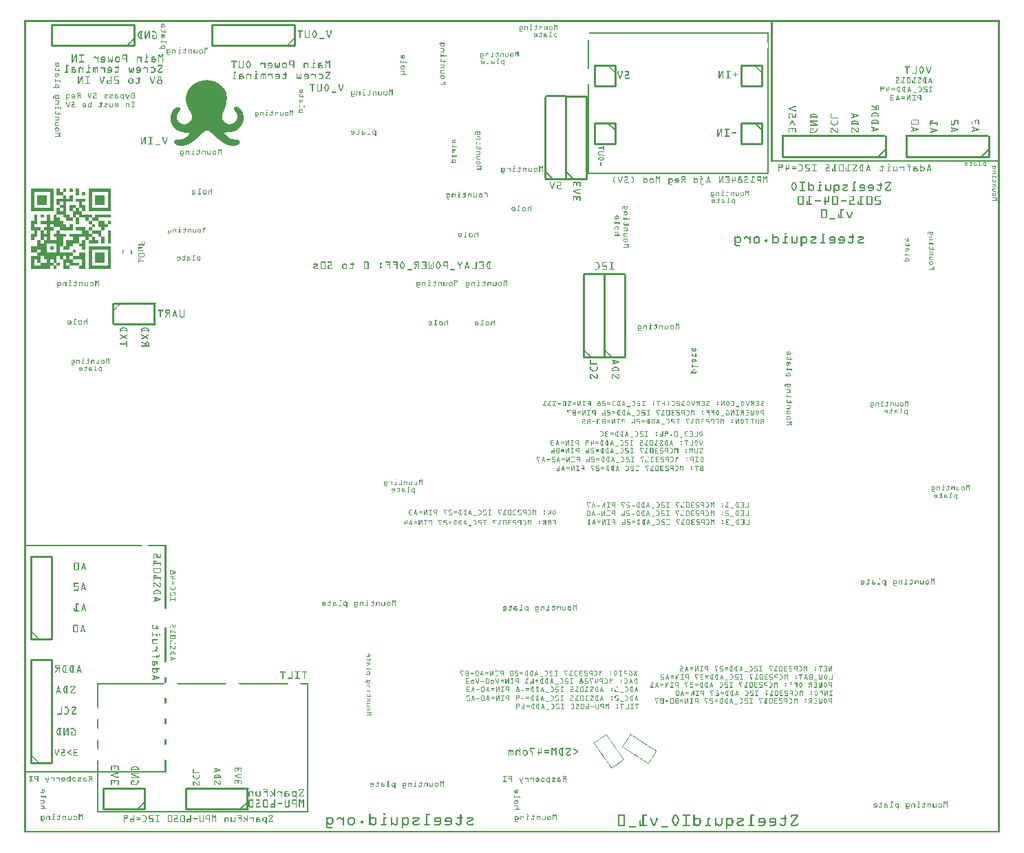
<source format=gbo>
G04 MADE WITH FRITZING*
G04 WWW.FRITZING.ORG*
G04 DOUBLE SIDED*
G04 HOLES PLATED*
G04 CONTOUR ON CENTER OF CONTOUR VECTOR*
%ASAXBY*%
%FSLAX23Y23*%
%MOIN*%
%OFA0B0*%
%SFA1.0B1.0*%
%ADD10C,0.010000*%
%ADD11C,0.005000*%
%ADD12R,0.001000X0.001000*%
%LNSILK0*%
G90*
G70*
G54D10*
X2861Y3440D02*
X2861Y3340D01*
D02*
X2861Y3340D02*
X2761Y3340D01*
D02*
X2761Y3340D02*
X2761Y3440D01*
D02*
X2761Y3440D02*
X2861Y3440D01*
G54D11*
D02*
X2861Y3405D02*
X2826Y3440D01*
G54D10*
D02*
X3572Y3440D02*
X3572Y3340D01*
D02*
X3572Y3340D02*
X3472Y3340D01*
D02*
X3472Y3340D02*
X3472Y3440D01*
D02*
X3472Y3440D02*
X3572Y3440D01*
G54D11*
D02*
X3572Y3405D02*
X3537Y3440D01*
G54D10*
D02*
X3572Y3718D02*
X3572Y3618D01*
D02*
X3572Y3618D02*
X3472Y3618D01*
D02*
X3472Y3618D02*
X3472Y3718D01*
D02*
X3472Y3718D02*
X3572Y3718D01*
D02*
X2863Y3718D02*
X2863Y3618D01*
D02*
X2763Y3718D02*
X2863Y3718D01*
D02*
X33Y340D02*
X33Y840D01*
D02*
X33Y840D02*
X133Y840D01*
D02*
X133Y840D02*
X133Y340D01*
D02*
X133Y340D02*
X33Y340D01*
D02*
X4171Y3277D02*
X3671Y3277D01*
D02*
X3671Y3277D02*
X3671Y3377D01*
D02*
X4171Y3377D02*
X4171Y3277D01*
G54D11*
D02*
X4136Y3277D02*
X4171Y3312D01*
G54D10*
D02*
X33Y940D02*
X33Y1340D01*
D02*
X33Y1340D02*
X133Y1340D01*
D02*
X133Y1340D02*
X133Y940D01*
D02*
X133Y940D02*
X33Y940D01*
D02*
X4671Y3277D02*
X4271Y3277D01*
D02*
X4271Y3277D02*
X4271Y3377D01*
D02*
X4671Y3377D02*
X4671Y3277D01*
G54D11*
D02*
X4636Y3277D02*
X4671Y3312D01*
G54D10*
D02*
X2808Y2306D02*
X2808Y2706D01*
D02*
X2908Y2706D02*
X2908Y2306D01*
D02*
X2908Y2306D02*
X2808Y2306D01*
D02*
X533Y3815D02*
X133Y3815D01*
D02*
X133Y3815D02*
X133Y3915D01*
D02*
X133Y3915D02*
X533Y3915D01*
D02*
X533Y3915D02*
X533Y3815D01*
D02*
X2708Y2306D02*
X2708Y2706D01*
D02*
X2808Y2706D02*
X2808Y2306D01*
D02*
X2808Y2306D02*
X2708Y2306D01*
D02*
X1308Y3815D02*
X908Y3815D01*
D02*
X908Y3815D02*
X908Y3915D01*
D02*
X908Y3915D02*
X1308Y3915D01*
D02*
X1308Y3915D02*
X1308Y3815D01*
D02*
X2622Y3570D02*
X2622Y3170D01*
D02*
X2622Y3170D02*
X2522Y3170D01*
G54D11*
D02*
X2522Y3205D02*
X2557Y3170D01*
G54D10*
D02*
X2622Y3170D02*
X2622Y3570D01*
D02*
X2622Y3570D02*
X2722Y3570D01*
D02*
X2722Y3570D02*
X2722Y3170D01*
D02*
X2722Y3170D02*
X2622Y3170D01*
G54D11*
D02*
X2622Y3205D02*
X2657Y3170D01*
G54D10*
D02*
X583Y115D02*
X383Y115D01*
D02*
X383Y115D02*
X383Y215D01*
D02*
X383Y215D02*
X583Y215D01*
D02*
X583Y215D02*
X583Y115D01*
D02*
X1081Y115D02*
X781Y115D01*
D02*
X781Y115D02*
X781Y215D01*
D02*
X781Y215D02*
X1081Y215D01*
G54D11*
D02*
X1046Y115D02*
X1081Y150D01*
G54D10*
D02*
X431Y2565D02*
X631Y2565D01*
D02*
X631Y2465D02*
X431Y2465D01*
G54D12*
X0Y3937D02*
X4723Y3937D01*
X0Y3936D02*
X4723Y3936D01*
X0Y3935D02*
X4723Y3935D01*
X0Y3934D02*
X4723Y3934D01*
X0Y3933D02*
X4723Y3933D01*
X0Y3932D02*
X4723Y3932D01*
X0Y3931D02*
X4723Y3931D01*
X0Y3930D02*
X4723Y3930D01*
X0Y3929D02*
X7Y3929D01*
X3616Y3929D02*
X3623Y3929D01*
X4715Y3929D02*
X4723Y3929D01*
X0Y3928D02*
X7Y3928D01*
X3616Y3928D02*
X3623Y3928D01*
X4715Y3928D02*
X4723Y3928D01*
X0Y3927D02*
X7Y3927D01*
X3616Y3927D02*
X3623Y3927D01*
X4715Y3927D02*
X4723Y3927D01*
X0Y3926D02*
X7Y3926D01*
X3616Y3926D02*
X3623Y3926D01*
X4715Y3926D02*
X4723Y3926D01*
X0Y3925D02*
X7Y3925D01*
X3616Y3925D02*
X3623Y3925D01*
X4715Y3925D02*
X4723Y3925D01*
X0Y3924D02*
X7Y3924D01*
X3616Y3924D02*
X3623Y3924D01*
X4715Y3924D02*
X4723Y3924D01*
X0Y3923D02*
X7Y3923D01*
X3616Y3923D02*
X3623Y3923D01*
X4715Y3923D02*
X4723Y3923D01*
X0Y3922D02*
X7Y3922D01*
X3616Y3922D02*
X3623Y3922D01*
X4715Y3922D02*
X4723Y3922D01*
X0Y3921D02*
X7Y3921D01*
X3616Y3921D02*
X3623Y3921D01*
X4715Y3921D02*
X4723Y3921D01*
X0Y3920D02*
X7Y3920D01*
X662Y3920D02*
X662Y3920D01*
X670Y3920D02*
X675Y3920D01*
X3616Y3920D02*
X3623Y3920D01*
X4715Y3920D02*
X4723Y3920D01*
X0Y3919D02*
X7Y3919D01*
X661Y3919D02*
X663Y3919D01*
X669Y3919D02*
X677Y3919D01*
X3616Y3919D02*
X3623Y3919D01*
X4715Y3919D02*
X4723Y3919D01*
X0Y3918D02*
X7Y3918D01*
X661Y3918D02*
X664Y3918D01*
X669Y3918D02*
X678Y3918D01*
X3616Y3918D02*
X3623Y3918D01*
X4715Y3918D02*
X4723Y3918D01*
X0Y3917D02*
X7Y3917D01*
X661Y3917D02*
X664Y3917D01*
X669Y3917D02*
X679Y3917D01*
X2453Y3917D02*
X2455Y3917D01*
X3616Y3917D02*
X3623Y3917D01*
X4715Y3917D02*
X4723Y3917D01*
X0Y3916D02*
X7Y3916D01*
X661Y3916D02*
X664Y3916D01*
X669Y3916D02*
X671Y3916D01*
X676Y3916D02*
X680Y3916D01*
X2452Y3916D02*
X2456Y3916D01*
X3616Y3916D02*
X3623Y3916D01*
X4715Y3916D02*
X4723Y3916D01*
X0Y3915D02*
X7Y3915D01*
X661Y3915D02*
X664Y3915D01*
X669Y3915D02*
X671Y3915D01*
X677Y3915D02*
X680Y3915D01*
X2452Y3915D02*
X2456Y3915D01*
X2565Y3915D02*
X2569Y3915D01*
X2577Y3915D02*
X2581Y3915D01*
X3616Y3915D02*
X3623Y3915D01*
X4715Y3915D02*
X4723Y3915D01*
X0Y3914D02*
X7Y3914D01*
X661Y3914D02*
X664Y3914D01*
X669Y3914D02*
X671Y3914D01*
X678Y3914D02*
X680Y3914D01*
X2452Y3914D02*
X2456Y3914D01*
X2480Y3914D02*
X2481Y3914D01*
X2565Y3914D02*
X2570Y3914D01*
X2577Y3914D02*
X2581Y3914D01*
X3616Y3914D02*
X3623Y3914D01*
X4715Y3914D02*
X4723Y3914D01*
X0Y3913D02*
X7Y3913D01*
X661Y3913D02*
X664Y3913D01*
X669Y3913D02*
X671Y3913D01*
X678Y3913D02*
X680Y3913D01*
X2453Y3913D02*
X2456Y3913D01*
X2479Y3913D02*
X2482Y3913D01*
X2565Y3913D02*
X2571Y3913D01*
X2576Y3913D02*
X2581Y3913D01*
X3616Y3913D02*
X3623Y3913D01*
X4715Y3913D02*
X4723Y3913D01*
X0Y3912D02*
X7Y3912D01*
X661Y3912D02*
X664Y3912D01*
X669Y3912D02*
X671Y3912D01*
X678Y3912D02*
X680Y3912D01*
X2479Y3912D02*
X2482Y3912D01*
X2565Y3912D02*
X2571Y3912D01*
X2575Y3912D02*
X2581Y3912D01*
X3616Y3912D02*
X3623Y3912D01*
X4715Y3912D02*
X4723Y3912D01*
X0Y3911D02*
X7Y3911D01*
X661Y3911D02*
X664Y3911D01*
X669Y3911D02*
X671Y3911D01*
X678Y3911D02*
X680Y3911D01*
X2479Y3911D02*
X2482Y3911D01*
X2565Y3911D02*
X2572Y3911D01*
X2574Y3911D02*
X2581Y3911D01*
X3616Y3911D02*
X3623Y3911D01*
X4715Y3911D02*
X4723Y3911D01*
X0Y3910D02*
X7Y3910D01*
X661Y3910D02*
X664Y3910D01*
X669Y3910D02*
X671Y3910D01*
X678Y3910D02*
X680Y3910D01*
X2479Y3910D02*
X2482Y3910D01*
X2565Y3910D02*
X2568Y3910D01*
X2570Y3910D02*
X2577Y3910D01*
X2579Y3910D02*
X2581Y3910D01*
X3616Y3910D02*
X3623Y3910D01*
X4715Y3910D02*
X4723Y3910D01*
X0Y3909D02*
X7Y3909D01*
X661Y3909D02*
X664Y3909D01*
X669Y3909D02*
X671Y3909D01*
X678Y3909D02*
X680Y3909D01*
X2479Y3909D02*
X2482Y3909D01*
X2565Y3909D02*
X2568Y3909D01*
X2570Y3909D02*
X2576Y3909D01*
X2579Y3909D02*
X2581Y3909D01*
X3616Y3909D02*
X3623Y3909D01*
X4715Y3909D02*
X4723Y3909D01*
X0Y3908D02*
X7Y3908D01*
X661Y3908D02*
X664Y3908D01*
X669Y3908D02*
X671Y3908D01*
X678Y3908D02*
X680Y3908D01*
X2398Y3908D02*
X2399Y3908D01*
X2403Y3908D02*
X2409Y3908D01*
X2424Y3908D02*
X2430Y3908D01*
X2435Y3908D02*
X2437Y3908D01*
X2452Y3908D02*
X2459Y3908D01*
X2472Y3908D02*
X2485Y3908D01*
X2496Y3908D02*
X2502Y3908D01*
X2507Y3908D02*
X2509Y3908D01*
X2518Y3908D02*
X2519Y3908D01*
X2531Y3908D02*
X2532Y3908D01*
X2545Y3908D02*
X2553Y3908D01*
X2565Y3908D02*
X2568Y3908D01*
X2571Y3908D02*
X2575Y3908D01*
X2579Y3908D02*
X2581Y3908D01*
X3616Y3908D02*
X3623Y3908D01*
X4715Y3908D02*
X4723Y3908D01*
X0Y3907D02*
X7Y3907D01*
X661Y3907D02*
X664Y3907D01*
X669Y3907D02*
X671Y3907D01*
X677Y3907D02*
X680Y3907D01*
X2397Y3907D02*
X2400Y3907D01*
X2402Y3907D02*
X2411Y3907D01*
X2423Y3907D02*
X2432Y3907D01*
X2435Y3907D02*
X2437Y3907D01*
X2452Y3907D02*
X2459Y3907D01*
X2471Y3907D02*
X2485Y3907D01*
X2495Y3907D02*
X2504Y3907D01*
X2507Y3907D02*
X2509Y3907D01*
X2517Y3907D02*
X2520Y3907D01*
X2530Y3907D02*
X2533Y3907D01*
X2544Y3907D02*
X2555Y3907D01*
X2565Y3907D02*
X2568Y3907D01*
X2572Y3907D02*
X2575Y3907D01*
X2579Y3907D02*
X2581Y3907D01*
X3616Y3907D02*
X3623Y3907D01*
X4715Y3907D02*
X4723Y3907D01*
X0Y3906D02*
X7Y3906D01*
X662Y3906D02*
X665Y3906D01*
X668Y3906D02*
X671Y3906D01*
X676Y3906D02*
X680Y3906D01*
X2397Y3906D02*
X2412Y3906D01*
X2422Y3906D02*
X2437Y3906D01*
X2452Y3906D02*
X2459Y3906D01*
X2472Y3906D02*
X2484Y3906D01*
X2494Y3906D02*
X2509Y3906D01*
X2517Y3906D02*
X2520Y3906D01*
X2530Y3906D02*
X2533Y3906D01*
X2543Y3906D02*
X2556Y3906D01*
X2565Y3906D02*
X2568Y3906D01*
X2572Y3906D02*
X2574Y3906D01*
X2579Y3906D02*
X2581Y3906D01*
X3616Y3906D02*
X3623Y3906D01*
X4715Y3906D02*
X4723Y3906D01*
X0Y3905D02*
X7Y3905D01*
X662Y3905D02*
X679Y3905D01*
X2397Y3905D02*
X2404Y3905D01*
X2409Y3905D02*
X2412Y3905D01*
X2422Y3905D02*
X2425Y3905D01*
X2430Y3905D02*
X2437Y3905D01*
X2452Y3905D02*
X2454Y3905D01*
X2479Y3905D02*
X2482Y3905D01*
X2494Y3905D02*
X2497Y3905D01*
X2502Y3905D02*
X2509Y3905D01*
X2517Y3905D02*
X2520Y3905D01*
X2530Y3905D02*
X2533Y3905D01*
X2542Y3905D02*
X2546Y3905D01*
X2553Y3905D02*
X2556Y3905D01*
X2565Y3905D02*
X2568Y3905D01*
X2572Y3905D02*
X2574Y3905D01*
X2579Y3905D02*
X2581Y3905D01*
X3616Y3905D02*
X3623Y3905D01*
X4715Y3905D02*
X4723Y3905D01*
X0Y3904D02*
X7Y3904D01*
X663Y3904D02*
X678Y3904D01*
X2397Y3904D02*
X2402Y3904D01*
X2410Y3904D02*
X2413Y3904D01*
X2422Y3904D02*
X2424Y3904D01*
X2431Y3904D02*
X2437Y3904D01*
X2452Y3904D02*
X2454Y3904D01*
X2479Y3904D02*
X2482Y3904D01*
X2494Y3904D02*
X2496Y3904D01*
X2503Y3904D02*
X2509Y3904D01*
X2517Y3904D02*
X2520Y3904D01*
X2530Y3904D02*
X2533Y3904D01*
X2542Y3904D02*
X2544Y3904D01*
X2554Y3904D02*
X2557Y3904D01*
X2565Y3904D02*
X2568Y3904D01*
X2573Y3904D02*
X2573Y3904D01*
X2579Y3904D02*
X2581Y3904D01*
X3616Y3904D02*
X3623Y3904D01*
X4715Y3904D02*
X4723Y3904D01*
X0Y3903D02*
X7Y3903D01*
X664Y3903D02*
X677Y3903D01*
X2397Y3903D02*
X2401Y3903D01*
X2411Y3903D02*
X2413Y3903D01*
X2422Y3903D02*
X2424Y3903D01*
X2433Y3903D02*
X2437Y3903D01*
X2452Y3903D02*
X2454Y3903D01*
X2479Y3903D02*
X2482Y3903D01*
X2494Y3903D02*
X2496Y3903D01*
X2505Y3903D02*
X2509Y3903D01*
X2517Y3903D02*
X2520Y3903D01*
X2530Y3903D02*
X2533Y3903D01*
X2541Y3903D02*
X2544Y3903D01*
X2555Y3903D02*
X2557Y3903D01*
X2565Y3903D02*
X2568Y3903D01*
X2579Y3903D02*
X2581Y3903D01*
X3616Y3903D02*
X3623Y3903D01*
X4715Y3903D02*
X4723Y3903D01*
X0Y3902D02*
X7Y3902D01*
X667Y3902D02*
X674Y3902D01*
X2397Y3902D02*
X2400Y3902D01*
X2411Y3902D02*
X2413Y3902D01*
X2422Y3902D02*
X2424Y3902D01*
X2434Y3902D02*
X2437Y3902D01*
X2452Y3902D02*
X2454Y3902D01*
X2479Y3902D02*
X2482Y3902D01*
X2494Y3902D02*
X2496Y3902D01*
X2506Y3902D02*
X2509Y3902D01*
X2517Y3902D02*
X2520Y3902D01*
X2530Y3902D02*
X2533Y3902D01*
X2541Y3902D02*
X2544Y3902D01*
X2555Y3902D02*
X2557Y3902D01*
X2565Y3902D02*
X2568Y3902D01*
X2579Y3902D02*
X2581Y3902D01*
X3616Y3902D02*
X3623Y3902D01*
X4715Y3902D02*
X4723Y3902D01*
X0Y3901D02*
X7Y3901D01*
X2397Y3901D02*
X2400Y3901D01*
X2411Y3901D02*
X2413Y3901D01*
X2422Y3901D02*
X2424Y3901D01*
X2435Y3901D02*
X2437Y3901D01*
X2452Y3901D02*
X2454Y3901D01*
X2479Y3901D02*
X2482Y3901D01*
X2494Y3901D02*
X2496Y3901D01*
X2507Y3901D02*
X2509Y3901D01*
X2517Y3901D02*
X2520Y3901D01*
X2530Y3901D02*
X2533Y3901D01*
X2541Y3901D02*
X2544Y3901D01*
X2555Y3901D02*
X2557Y3901D01*
X2565Y3901D02*
X2568Y3901D01*
X2579Y3901D02*
X2581Y3901D01*
X3616Y3901D02*
X3623Y3901D01*
X4715Y3901D02*
X4723Y3901D01*
X0Y3900D02*
X7Y3900D01*
X2397Y3900D02*
X2400Y3900D01*
X2411Y3900D02*
X2413Y3900D01*
X2422Y3900D02*
X2424Y3900D01*
X2435Y3900D02*
X2437Y3900D01*
X2452Y3900D02*
X2454Y3900D01*
X2479Y3900D02*
X2482Y3900D01*
X2494Y3900D02*
X2496Y3900D01*
X2507Y3900D02*
X2509Y3900D01*
X2517Y3900D02*
X2520Y3900D01*
X2530Y3900D02*
X2533Y3900D01*
X2541Y3900D02*
X2544Y3900D01*
X2555Y3900D02*
X2557Y3900D01*
X2565Y3900D02*
X2568Y3900D01*
X2579Y3900D02*
X2581Y3900D01*
X3616Y3900D02*
X3623Y3900D01*
X4715Y3900D02*
X4723Y3900D01*
X0Y3899D02*
X7Y3899D01*
X2397Y3899D02*
X2400Y3899D01*
X2411Y3899D02*
X2413Y3899D01*
X2422Y3899D02*
X2424Y3899D01*
X2435Y3899D02*
X2437Y3899D01*
X2452Y3899D02*
X2454Y3899D01*
X2479Y3899D02*
X2482Y3899D01*
X2494Y3899D02*
X2496Y3899D01*
X2507Y3899D02*
X2509Y3899D01*
X2517Y3899D02*
X2520Y3899D01*
X2530Y3899D02*
X2533Y3899D01*
X2541Y3899D02*
X2544Y3899D01*
X2555Y3899D02*
X2557Y3899D01*
X2565Y3899D02*
X2568Y3899D01*
X2579Y3899D02*
X2581Y3899D01*
X3616Y3899D02*
X3623Y3899D01*
X4715Y3899D02*
X4723Y3899D01*
X0Y3898D02*
X7Y3898D01*
X2397Y3898D02*
X2400Y3898D01*
X2411Y3898D02*
X2413Y3898D01*
X2422Y3898D02*
X2424Y3898D01*
X2435Y3898D02*
X2437Y3898D01*
X2452Y3898D02*
X2454Y3898D01*
X2479Y3898D02*
X2482Y3898D01*
X2494Y3898D02*
X2496Y3898D01*
X2507Y3898D02*
X2509Y3898D01*
X2517Y3898D02*
X2520Y3898D01*
X2530Y3898D02*
X2533Y3898D01*
X2541Y3898D02*
X2544Y3898D01*
X2555Y3898D02*
X2557Y3898D01*
X2565Y3898D02*
X2568Y3898D01*
X2579Y3898D02*
X2581Y3898D01*
X3616Y3898D02*
X3623Y3898D01*
X4715Y3898D02*
X4723Y3898D01*
X0Y3897D02*
X7Y3897D01*
X2397Y3897D02*
X2401Y3897D01*
X2411Y3897D02*
X2413Y3897D01*
X2422Y3897D02*
X2424Y3897D01*
X2435Y3897D02*
X2437Y3897D01*
X2452Y3897D02*
X2454Y3897D01*
X2479Y3897D02*
X2482Y3897D01*
X2494Y3897D02*
X2496Y3897D01*
X2507Y3897D02*
X2509Y3897D01*
X2517Y3897D02*
X2520Y3897D01*
X2530Y3897D02*
X2533Y3897D01*
X2541Y3897D02*
X2544Y3897D01*
X2555Y3897D02*
X2557Y3897D01*
X2565Y3897D02*
X2568Y3897D01*
X2579Y3897D02*
X2581Y3897D01*
X3616Y3897D02*
X3623Y3897D01*
X4715Y3897D02*
X4723Y3897D01*
X0Y3896D02*
X7Y3896D01*
X2397Y3896D02*
X2402Y3896D01*
X2410Y3896D02*
X2413Y3896D01*
X2422Y3896D02*
X2424Y3896D01*
X2435Y3896D02*
X2437Y3896D01*
X2452Y3896D02*
X2454Y3896D01*
X2479Y3896D02*
X2482Y3896D01*
X2494Y3896D02*
X2496Y3896D01*
X2507Y3896D02*
X2509Y3896D01*
X2517Y3896D02*
X2521Y3896D01*
X2530Y3896D02*
X2533Y3896D01*
X2541Y3896D02*
X2544Y3896D01*
X2555Y3896D02*
X2557Y3896D01*
X2565Y3896D02*
X2568Y3896D01*
X2579Y3896D02*
X2581Y3896D01*
X3616Y3896D02*
X3623Y3896D01*
X4715Y3896D02*
X4723Y3896D01*
X0Y3895D02*
X7Y3895D01*
X2397Y3895D02*
X2403Y3895D01*
X2409Y3895D02*
X2412Y3895D01*
X2422Y3895D02*
X2424Y3895D01*
X2435Y3895D02*
X2437Y3895D01*
X2452Y3895D02*
X2454Y3895D01*
X2470Y3895D02*
X2472Y3895D01*
X2479Y3895D02*
X2482Y3895D01*
X2494Y3895D02*
X2496Y3895D01*
X2507Y3895D02*
X2509Y3895D01*
X2517Y3895D02*
X2522Y3895D01*
X2530Y3895D02*
X2533Y3895D01*
X2541Y3895D02*
X2544Y3895D01*
X2554Y3895D02*
X2557Y3895D01*
X2565Y3895D02*
X2568Y3895D01*
X2579Y3895D02*
X2581Y3895D01*
X3616Y3895D02*
X3623Y3895D01*
X4715Y3895D02*
X4723Y3895D01*
X0Y3894D02*
X7Y3894D01*
X2397Y3894D02*
X2412Y3894D01*
X2422Y3894D02*
X2424Y3894D01*
X2435Y3894D02*
X2437Y3894D01*
X2452Y3894D02*
X2454Y3894D01*
X2469Y3894D02*
X2472Y3894D01*
X2479Y3894D02*
X2482Y3894D01*
X2494Y3894D02*
X2496Y3894D01*
X2507Y3894D02*
X2509Y3894D01*
X2517Y3894D02*
X2524Y3894D01*
X2530Y3894D02*
X2533Y3894D01*
X2542Y3894D02*
X2545Y3894D01*
X2553Y3894D02*
X2557Y3894D01*
X2565Y3894D02*
X2568Y3894D01*
X2579Y3894D02*
X2581Y3894D01*
X3616Y3894D02*
X3623Y3894D01*
X4715Y3894D02*
X4723Y3894D01*
X0Y3893D02*
X7Y3893D01*
X663Y3893D02*
X666Y3893D01*
X2397Y3893D02*
X2411Y3893D01*
X2422Y3893D02*
X2424Y3893D01*
X2435Y3893D02*
X2437Y3893D01*
X2448Y3893D02*
X2458Y3893D01*
X2470Y3893D02*
X2481Y3893D01*
X2494Y3893D02*
X2496Y3893D01*
X2507Y3893D02*
X2509Y3893D01*
X2517Y3893D02*
X2532Y3893D01*
X2542Y3893D02*
X2556Y3893D01*
X2565Y3893D02*
X2568Y3893D01*
X2579Y3893D02*
X2581Y3893D01*
X3616Y3893D02*
X3623Y3893D01*
X4715Y3893D02*
X4723Y3893D01*
X0Y3892D02*
X7Y3892D01*
X662Y3892D02*
X667Y3892D01*
X2397Y3892D02*
X2400Y3892D01*
X2403Y3892D02*
X2410Y3892D01*
X2422Y3892D02*
X2424Y3892D01*
X2435Y3892D02*
X2437Y3892D01*
X2447Y3892D02*
X2459Y3892D01*
X2470Y3892D02*
X2481Y3892D01*
X2494Y3892D02*
X2496Y3892D01*
X2507Y3892D02*
X2509Y3892D01*
X2517Y3892D02*
X2520Y3892D01*
X2522Y3892D02*
X2532Y3892D01*
X2543Y3892D02*
X2555Y3892D01*
X2565Y3892D02*
X2568Y3892D01*
X2579Y3892D02*
X2581Y3892D01*
X3616Y3892D02*
X3623Y3892D01*
X4715Y3892D02*
X4723Y3892D01*
X0Y3891D02*
X7Y3891D01*
X662Y3891D02*
X666Y3891D01*
X678Y3891D02*
X680Y3891D01*
X2397Y3891D02*
X2400Y3891D01*
X2422Y3891D02*
X2424Y3891D01*
X2435Y3891D02*
X2437Y3891D01*
X2447Y3891D02*
X2459Y3891D01*
X2471Y3891D02*
X2480Y3891D01*
X2494Y3891D02*
X2496Y3891D01*
X2507Y3891D02*
X2509Y3891D01*
X2518Y3891D02*
X2520Y3891D01*
X2523Y3891D02*
X2531Y3891D01*
X2544Y3891D02*
X2554Y3891D01*
X2565Y3891D02*
X2568Y3891D01*
X2579Y3891D02*
X2581Y3891D01*
X3616Y3891D02*
X3623Y3891D01*
X4715Y3891D02*
X4723Y3891D01*
X0Y3890D02*
X7Y3890D01*
X661Y3890D02*
X665Y3890D01*
X678Y3890D02*
X680Y3890D01*
X2397Y3890D02*
X2400Y3890D01*
X2423Y3890D02*
X2423Y3890D01*
X2436Y3890D02*
X2436Y3890D01*
X2448Y3890D02*
X2458Y3890D01*
X2473Y3890D02*
X2478Y3890D01*
X2495Y3890D02*
X2495Y3890D01*
X2508Y3890D02*
X2508Y3890D01*
X2518Y3890D02*
X2519Y3890D01*
X2525Y3890D02*
X2529Y3890D01*
X2546Y3890D02*
X2552Y3890D01*
X2566Y3890D02*
X2567Y3890D01*
X2580Y3890D02*
X2580Y3890D01*
X3616Y3890D02*
X3623Y3890D01*
X4715Y3890D02*
X4723Y3890D01*
X0Y3889D02*
X7Y3889D01*
X661Y3889D02*
X664Y3889D01*
X678Y3889D02*
X680Y3889D01*
X2397Y3889D02*
X2400Y3889D01*
X3616Y3889D02*
X3623Y3889D01*
X4715Y3889D02*
X4723Y3889D01*
X0Y3888D02*
X7Y3888D01*
X661Y3888D02*
X664Y3888D01*
X678Y3888D02*
X680Y3888D01*
X1324Y3888D02*
X1347Y3888D01*
X1359Y3888D02*
X1362Y3888D01*
X1379Y3888D02*
X1381Y3888D01*
X1403Y3888D02*
X1408Y3888D01*
X1464Y3888D02*
X1466Y3888D01*
X1483Y3888D02*
X1486Y3888D01*
X2398Y3888D02*
X2400Y3888D01*
X3616Y3888D02*
X3623Y3888D01*
X4715Y3888D02*
X4723Y3888D01*
X0Y3887D02*
X7Y3887D01*
X661Y3887D02*
X664Y3887D01*
X678Y3887D02*
X680Y3887D01*
X1324Y3887D02*
X1347Y3887D01*
X1359Y3887D02*
X1362Y3887D01*
X1378Y3887D02*
X1382Y3887D01*
X1401Y3887D02*
X1409Y3887D01*
X1463Y3887D02*
X1467Y3887D01*
X1483Y3887D02*
X1486Y3887D01*
X2398Y3887D02*
X2401Y3887D01*
X3616Y3887D02*
X3623Y3887D01*
X4715Y3887D02*
X4723Y3887D01*
X0Y3886D02*
X7Y3886D01*
X661Y3886D02*
X664Y3886D01*
X678Y3886D02*
X680Y3886D01*
X1324Y3886D02*
X1347Y3886D01*
X1359Y3886D02*
X1362Y3886D01*
X1378Y3886D02*
X1382Y3886D01*
X1400Y3886D02*
X1410Y3886D01*
X1463Y3886D02*
X1467Y3886D01*
X1482Y3886D02*
X1486Y3886D01*
X2398Y3886D02*
X2410Y3886D01*
X3616Y3886D02*
X3623Y3886D01*
X4715Y3886D02*
X4723Y3886D01*
X0Y3885D02*
X7Y3885D01*
X661Y3885D02*
X664Y3885D01*
X678Y3885D02*
X680Y3885D01*
X1324Y3885D02*
X1347Y3885D01*
X1359Y3885D02*
X1362Y3885D01*
X1378Y3885D02*
X1382Y3885D01*
X1400Y3885D02*
X1410Y3885D01*
X1463Y3885D02*
X1467Y3885D01*
X1482Y3885D02*
X1486Y3885D01*
X2399Y3885D02*
X2411Y3885D01*
X3616Y3885D02*
X3623Y3885D01*
X4715Y3885D02*
X4723Y3885D01*
X0Y3884D02*
X7Y3884D01*
X558Y3884D02*
X571Y3884D01*
X584Y3884D02*
X587Y3884D01*
X601Y3884D02*
X607Y3884D01*
X619Y3884D02*
X630Y3884D01*
X661Y3884D02*
X664Y3884D01*
X678Y3884D02*
X680Y3884D01*
X1324Y3884D02*
X1347Y3884D01*
X1359Y3884D02*
X1362Y3884D01*
X1378Y3884D02*
X1382Y3884D01*
X1399Y3884D02*
X1411Y3884D01*
X1463Y3884D02*
X1467Y3884D01*
X1482Y3884D02*
X1486Y3884D01*
X2400Y3884D02*
X2411Y3884D01*
X3616Y3884D02*
X3623Y3884D01*
X4715Y3884D02*
X4723Y3884D01*
X0Y3883D02*
X7Y3883D01*
X557Y3883D02*
X572Y3883D01*
X584Y3883D02*
X587Y3883D01*
X600Y3883D02*
X607Y3883D01*
X619Y3883D02*
X632Y3883D01*
X661Y3883D02*
X685Y3883D01*
X1324Y3883D02*
X1328Y3883D01*
X1333Y3883D02*
X1337Y3883D01*
X1343Y3883D02*
X1347Y3883D01*
X1359Y3883D02*
X1362Y3883D01*
X1378Y3883D02*
X1382Y3883D01*
X1399Y3883D02*
X1403Y3883D01*
X1407Y3883D02*
X1411Y3883D01*
X1463Y3883D02*
X1467Y3883D01*
X1482Y3883D02*
X1486Y3883D01*
X2402Y3883D02*
X2411Y3883D01*
X3616Y3883D02*
X3623Y3883D01*
X4715Y3883D02*
X4723Y3883D01*
X0Y3882D02*
X7Y3882D01*
X556Y3882D02*
X572Y3882D01*
X583Y3882D02*
X587Y3882D01*
X600Y3882D02*
X607Y3882D01*
X618Y3882D02*
X633Y3882D01*
X662Y3882D02*
X686Y3882D01*
X1324Y3882D02*
X1328Y3882D01*
X1333Y3882D02*
X1337Y3882D01*
X1343Y3882D02*
X1347Y3882D01*
X1359Y3882D02*
X1362Y3882D01*
X1378Y3882D02*
X1382Y3882D01*
X1398Y3882D02*
X1403Y3882D01*
X1407Y3882D02*
X1412Y3882D01*
X1463Y3882D02*
X1467Y3882D01*
X1482Y3882D02*
X1486Y3882D01*
X3616Y3882D02*
X3623Y3882D01*
X4715Y3882D02*
X4723Y3882D01*
X0Y3881D02*
X7Y3881D01*
X555Y3881D02*
X571Y3881D01*
X583Y3881D02*
X587Y3881D01*
X600Y3881D02*
X607Y3881D01*
X619Y3881D02*
X634Y3881D01*
X663Y3881D02*
X687Y3881D01*
X1324Y3881D02*
X1327Y3881D01*
X1333Y3881D02*
X1337Y3881D01*
X1343Y3881D02*
X1346Y3881D01*
X1359Y3881D02*
X1362Y3881D01*
X1378Y3881D02*
X1382Y3881D01*
X1398Y3881D02*
X1402Y3881D01*
X1408Y3881D02*
X1412Y3881D01*
X1463Y3881D02*
X1467Y3881D01*
X1482Y3881D02*
X1486Y3881D01*
X2547Y3881D02*
X2553Y3881D01*
X3616Y3881D02*
X3623Y3881D01*
X4715Y3881D02*
X4723Y3881D01*
X0Y3880D02*
X7Y3880D01*
X554Y3880D02*
X570Y3880D01*
X583Y3880D02*
X587Y3880D01*
X599Y3880D02*
X607Y3880D01*
X620Y3880D02*
X634Y3880D01*
X664Y3880D02*
X686Y3880D01*
X1325Y3880D02*
X1326Y3880D01*
X1333Y3880D02*
X1337Y3880D01*
X1345Y3880D02*
X1345Y3880D01*
X1359Y3880D02*
X1362Y3880D01*
X1378Y3880D02*
X1382Y3880D01*
X1397Y3880D02*
X1402Y3880D01*
X1408Y3880D02*
X1413Y3880D01*
X1463Y3880D02*
X1467Y3880D01*
X1482Y3880D02*
X1486Y3880D01*
X2546Y3880D02*
X2553Y3880D01*
X3616Y3880D02*
X3623Y3880D01*
X4715Y3880D02*
X4723Y3880D01*
X0Y3879D02*
X7Y3879D01*
X554Y3879D02*
X559Y3879D01*
X563Y3879D02*
X567Y3879D01*
X583Y3879D02*
X587Y3879D01*
X599Y3879D02*
X607Y3879D01*
X630Y3879D02*
X635Y3879D01*
X678Y3879D02*
X681Y3879D01*
X1333Y3879D02*
X1337Y3879D01*
X1359Y3879D02*
X1362Y3879D01*
X1378Y3879D02*
X1382Y3879D01*
X1397Y3879D02*
X1401Y3879D01*
X1409Y3879D02*
X1413Y3879D01*
X1463Y3879D02*
X1467Y3879D01*
X1482Y3879D02*
X1486Y3879D01*
X2502Y3879D02*
X2504Y3879D01*
X2546Y3879D02*
X2553Y3879D01*
X2736Y3879D02*
X3604Y3879D01*
X3616Y3879D02*
X3623Y3879D01*
X4715Y3879D02*
X4723Y3879D01*
X0Y3878D02*
X7Y3878D01*
X553Y3878D02*
X558Y3878D01*
X563Y3878D02*
X567Y3878D01*
X583Y3878D02*
X587Y3878D01*
X598Y3878D02*
X607Y3878D01*
X631Y3878D02*
X636Y3878D01*
X678Y3878D02*
X680Y3878D01*
X1333Y3878D02*
X1337Y3878D01*
X1359Y3878D02*
X1362Y3878D01*
X1378Y3878D02*
X1382Y3878D01*
X1396Y3878D02*
X1401Y3878D01*
X1409Y3878D02*
X1414Y3878D01*
X1463Y3878D02*
X1467Y3878D01*
X1482Y3878D02*
X1486Y3878D01*
X2502Y3878D02*
X2504Y3878D01*
X2546Y3878D02*
X2552Y3878D01*
X2736Y3878D02*
X3604Y3878D01*
X3616Y3878D02*
X3623Y3878D01*
X4715Y3878D02*
X4723Y3878D01*
X0Y3877D02*
X7Y3877D01*
X553Y3877D02*
X557Y3877D01*
X563Y3877D02*
X567Y3877D01*
X583Y3877D02*
X587Y3877D01*
X598Y3877D02*
X607Y3877D01*
X631Y3877D02*
X637Y3877D01*
X678Y3877D02*
X680Y3877D01*
X1333Y3877D02*
X1337Y3877D01*
X1359Y3877D02*
X1362Y3877D01*
X1378Y3877D02*
X1382Y3877D01*
X1396Y3877D02*
X1400Y3877D01*
X1410Y3877D02*
X1414Y3877D01*
X1464Y3877D02*
X1468Y3877D01*
X1482Y3877D02*
X1486Y3877D01*
X2502Y3877D02*
X2504Y3877D01*
X2546Y3877D02*
X2549Y3877D01*
X2736Y3877D02*
X3604Y3877D01*
X3616Y3877D02*
X3623Y3877D01*
X4715Y3877D02*
X4723Y3877D01*
X0Y3876D02*
X7Y3876D01*
X552Y3876D02*
X557Y3876D01*
X563Y3876D02*
X567Y3876D01*
X583Y3876D02*
X587Y3876D01*
X597Y3876D02*
X607Y3876D01*
X632Y3876D02*
X637Y3876D01*
X1333Y3876D02*
X1337Y3876D01*
X1359Y3876D02*
X1362Y3876D01*
X1378Y3876D02*
X1382Y3876D01*
X1395Y3876D02*
X1400Y3876D01*
X1410Y3876D02*
X1415Y3876D01*
X1464Y3876D02*
X1468Y3876D01*
X1481Y3876D02*
X1486Y3876D01*
X2502Y3876D02*
X2504Y3876D01*
X2546Y3876D02*
X2549Y3876D01*
X2736Y3876D02*
X3604Y3876D01*
X3616Y3876D02*
X3623Y3876D01*
X4715Y3876D02*
X4723Y3876D01*
X0Y3875D02*
X7Y3875D01*
X552Y3875D02*
X556Y3875D01*
X563Y3875D02*
X567Y3875D01*
X583Y3875D02*
X587Y3875D01*
X597Y3875D02*
X607Y3875D01*
X633Y3875D02*
X638Y3875D01*
X1333Y3875D02*
X1337Y3875D01*
X1359Y3875D02*
X1362Y3875D01*
X1378Y3875D02*
X1382Y3875D01*
X1395Y3875D02*
X1399Y3875D01*
X1411Y3875D02*
X1415Y3875D01*
X1464Y3875D02*
X1469Y3875D01*
X1481Y3875D02*
X1485Y3875D01*
X2502Y3875D02*
X2504Y3875D01*
X2546Y3875D02*
X2549Y3875D01*
X2736Y3875D02*
X3604Y3875D01*
X3616Y3875D02*
X3623Y3875D01*
X4715Y3875D02*
X4723Y3875D01*
X0Y3874D02*
X7Y3874D01*
X551Y3874D02*
X556Y3874D01*
X563Y3874D02*
X567Y3874D01*
X583Y3874D02*
X587Y3874D01*
X596Y3874D02*
X601Y3874D01*
X603Y3874D02*
X607Y3874D01*
X634Y3874D02*
X639Y3874D01*
X1333Y3874D02*
X1337Y3874D01*
X1359Y3874D02*
X1362Y3874D01*
X1378Y3874D02*
X1382Y3874D01*
X1394Y3874D02*
X1399Y3874D01*
X1411Y3874D02*
X1416Y3874D01*
X1465Y3874D02*
X1469Y3874D01*
X1481Y3874D02*
X1485Y3874D01*
X2473Y3874D02*
X2478Y3874D01*
X2494Y3874D02*
X2506Y3874D01*
X2520Y3874D02*
X2527Y3874D01*
X2546Y3874D02*
X2549Y3874D01*
X2569Y3874D02*
X2574Y3874D01*
X2577Y3874D02*
X2579Y3874D01*
X2736Y3874D02*
X3604Y3874D01*
X3616Y3874D02*
X3623Y3874D01*
X4715Y3874D02*
X4723Y3874D01*
X0Y3873D02*
X7Y3873D01*
X551Y3873D02*
X555Y3873D01*
X563Y3873D02*
X567Y3873D01*
X583Y3873D02*
X587Y3873D01*
X596Y3873D02*
X600Y3873D01*
X603Y3873D02*
X607Y3873D01*
X635Y3873D02*
X640Y3873D01*
X1333Y3873D02*
X1337Y3873D01*
X1359Y3873D02*
X1362Y3873D01*
X1378Y3873D02*
X1382Y3873D01*
X1394Y3873D02*
X1398Y3873D01*
X1412Y3873D02*
X1416Y3873D01*
X1465Y3873D02*
X1469Y3873D01*
X1480Y3873D02*
X1485Y3873D01*
X2471Y3873D02*
X2480Y3873D01*
X2494Y3873D02*
X2507Y3873D01*
X2518Y3873D02*
X2528Y3873D01*
X2546Y3873D02*
X2549Y3873D01*
X2567Y3873D02*
X2575Y3873D01*
X2577Y3873D02*
X2579Y3873D01*
X3599Y3873D02*
X3604Y3873D01*
X3616Y3873D02*
X3623Y3873D01*
X4715Y3873D02*
X4723Y3873D01*
X0Y3872D02*
X7Y3872D01*
X550Y3872D02*
X555Y3872D01*
X563Y3872D02*
X567Y3872D01*
X583Y3872D02*
X587Y3872D01*
X596Y3872D02*
X600Y3872D01*
X603Y3872D02*
X607Y3872D01*
X635Y3872D02*
X640Y3872D01*
X1333Y3872D02*
X1337Y3872D01*
X1359Y3872D02*
X1362Y3872D01*
X1378Y3872D02*
X1382Y3872D01*
X1394Y3872D02*
X1398Y3872D01*
X1412Y3872D02*
X1416Y3872D01*
X1465Y3872D02*
X1470Y3872D01*
X1480Y3872D02*
X1484Y3872D01*
X2470Y3872D02*
X2481Y3872D01*
X2493Y3872D02*
X2507Y3872D01*
X2517Y3872D02*
X2528Y3872D01*
X2546Y3872D02*
X2549Y3872D01*
X2566Y3872D02*
X2579Y3872D01*
X3599Y3872D02*
X3604Y3872D01*
X3616Y3872D02*
X3623Y3872D01*
X4715Y3872D02*
X4723Y3872D01*
X0Y3871D02*
X7Y3871D01*
X550Y3871D02*
X554Y3871D01*
X563Y3871D02*
X567Y3871D01*
X583Y3871D02*
X587Y3871D01*
X595Y3871D02*
X600Y3871D01*
X603Y3871D02*
X607Y3871D01*
X636Y3871D02*
X641Y3871D01*
X1333Y3871D02*
X1337Y3871D01*
X1359Y3871D02*
X1362Y3871D01*
X1378Y3871D02*
X1382Y3871D01*
X1394Y3871D02*
X1397Y3871D01*
X1412Y3871D02*
X1416Y3871D01*
X1466Y3871D02*
X1470Y3871D01*
X1479Y3871D02*
X1484Y3871D01*
X2469Y3871D02*
X2482Y3871D01*
X2494Y3871D02*
X2506Y3871D01*
X2516Y3871D02*
X2527Y3871D01*
X2546Y3871D02*
X2549Y3871D01*
X2565Y3871D02*
X2569Y3871D01*
X2573Y3871D02*
X2579Y3871D01*
X3599Y3871D02*
X3604Y3871D01*
X3616Y3871D02*
X3623Y3871D01*
X4715Y3871D02*
X4723Y3871D01*
X0Y3870D02*
X7Y3870D01*
X550Y3870D02*
X554Y3870D01*
X563Y3870D02*
X567Y3870D01*
X583Y3870D02*
X587Y3870D01*
X595Y3870D02*
X599Y3870D01*
X603Y3870D02*
X607Y3870D01*
X637Y3870D02*
X641Y3870D01*
X1333Y3870D02*
X1337Y3870D01*
X1359Y3870D02*
X1362Y3870D01*
X1378Y3870D02*
X1382Y3870D01*
X1393Y3870D02*
X1397Y3870D01*
X1412Y3870D02*
X1417Y3870D01*
X1466Y3870D02*
X1471Y3870D01*
X1479Y3870D02*
X1483Y3870D01*
X2468Y3870D02*
X2471Y3870D01*
X2480Y3870D02*
X2483Y3870D01*
X2502Y3870D02*
X2504Y3870D01*
X2516Y3870D02*
X2519Y3870D01*
X2546Y3870D02*
X2549Y3870D01*
X2564Y3870D02*
X2568Y3870D01*
X2574Y3870D02*
X2579Y3870D01*
X3599Y3870D02*
X3604Y3870D01*
X3616Y3870D02*
X3623Y3870D01*
X4715Y3870D02*
X4723Y3870D01*
X0Y3869D02*
X7Y3869D01*
X549Y3869D02*
X553Y3869D01*
X563Y3869D02*
X567Y3869D01*
X583Y3869D02*
X587Y3869D01*
X594Y3869D02*
X599Y3869D01*
X603Y3869D02*
X607Y3869D01*
X637Y3869D02*
X641Y3869D01*
X1333Y3869D02*
X1337Y3869D01*
X1359Y3869D02*
X1362Y3869D01*
X1378Y3869D02*
X1382Y3869D01*
X1394Y3869D02*
X1397Y3869D01*
X1412Y3869D02*
X1417Y3869D01*
X1467Y3869D02*
X1471Y3869D01*
X1479Y3869D02*
X1483Y3869D01*
X2468Y3869D02*
X2470Y3869D01*
X2481Y3869D02*
X2483Y3869D01*
X2502Y3869D02*
X2504Y3869D01*
X2516Y3869D02*
X2518Y3869D01*
X2546Y3869D02*
X2549Y3869D01*
X2564Y3869D02*
X2567Y3869D01*
X2575Y3869D02*
X2579Y3869D01*
X3599Y3869D02*
X3604Y3869D01*
X3616Y3869D02*
X3623Y3869D01*
X4715Y3869D02*
X4723Y3869D01*
X0Y3868D02*
X7Y3868D01*
X549Y3868D02*
X553Y3868D01*
X563Y3868D02*
X567Y3868D01*
X583Y3868D02*
X587Y3868D01*
X594Y3868D02*
X598Y3868D01*
X603Y3868D02*
X607Y3868D01*
X637Y3868D02*
X641Y3868D01*
X1333Y3868D02*
X1337Y3868D01*
X1359Y3868D02*
X1362Y3868D01*
X1378Y3868D02*
X1382Y3868D01*
X1394Y3868D02*
X1398Y3868D01*
X1412Y3868D02*
X1416Y3868D01*
X1467Y3868D02*
X1471Y3868D01*
X1478Y3868D02*
X1483Y3868D01*
X2468Y3868D02*
X2470Y3868D01*
X2481Y3868D02*
X2483Y3868D01*
X2502Y3868D02*
X2504Y3868D01*
X2516Y3868D02*
X2518Y3868D01*
X2546Y3868D02*
X2549Y3868D01*
X2564Y3868D02*
X2566Y3868D01*
X2576Y3868D02*
X2579Y3868D01*
X3599Y3868D02*
X3604Y3868D01*
X3616Y3868D02*
X3623Y3868D01*
X4715Y3868D02*
X4723Y3868D01*
X0Y3867D02*
X7Y3867D01*
X549Y3867D02*
X553Y3867D01*
X563Y3867D02*
X567Y3867D01*
X583Y3867D02*
X587Y3867D01*
X593Y3867D02*
X598Y3867D01*
X603Y3867D02*
X607Y3867D01*
X638Y3867D02*
X641Y3867D01*
X662Y3867D02*
X677Y3867D01*
X1333Y3867D02*
X1337Y3867D01*
X1359Y3867D02*
X1362Y3867D01*
X1378Y3867D02*
X1382Y3867D01*
X1394Y3867D02*
X1398Y3867D01*
X1412Y3867D02*
X1416Y3867D01*
X1467Y3867D02*
X1472Y3867D01*
X1478Y3867D02*
X1482Y3867D01*
X2468Y3867D02*
X2470Y3867D01*
X2481Y3867D02*
X2483Y3867D01*
X2502Y3867D02*
X2504Y3867D01*
X2516Y3867D02*
X2527Y3867D01*
X2546Y3867D02*
X2549Y3867D01*
X2564Y3867D02*
X2566Y3867D01*
X2577Y3867D02*
X2579Y3867D01*
X3599Y3867D02*
X3604Y3867D01*
X3616Y3867D02*
X3623Y3867D01*
X4715Y3867D02*
X4723Y3867D01*
X0Y3866D02*
X7Y3866D01*
X549Y3866D02*
X553Y3866D01*
X563Y3866D02*
X567Y3866D01*
X583Y3866D02*
X587Y3866D01*
X593Y3866D02*
X597Y3866D01*
X603Y3866D02*
X607Y3866D01*
X638Y3866D02*
X641Y3866D01*
X661Y3866D02*
X679Y3866D01*
X1333Y3866D02*
X1337Y3866D01*
X1359Y3866D02*
X1362Y3866D01*
X1378Y3866D02*
X1382Y3866D01*
X1394Y3866D02*
X1399Y3866D01*
X1412Y3866D02*
X1416Y3866D01*
X1468Y3866D02*
X1472Y3866D01*
X1478Y3866D02*
X1482Y3866D01*
X2468Y3866D02*
X2470Y3866D01*
X2481Y3866D02*
X2483Y3866D01*
X2502Y3866D02*
X2504Y3866D01*
X2516Y3866D02*
X2529Y3866D01*
X2546Y3866D02*
X2549Y3866D01*
X2564Y3866D02*
X2566Y3866D01*
X2577Y3866D02*
X2579Y3866D01*
X3599Y3866D02*
X3604Y3866D01*
X3616Y3866D02*
X3623Y3866D01*
X4715Y3866D02*
X4723Y3866D01*
X0Y3865D02*
X7Y3865D01*
X549Y3865D02*
X553Y3865D01*
X563Y3865D02*
X567Y3865D01*
X583Y3865D02*
X587Y3865D01*
X593Y3865D02*
X597Y3865D01*
X603Y3865D02*
X607Y3865D01*
X638Y3865D02*
X641Y3865D01*
X661Y3865D02*
X679Y3865D01*
X1333Y3865D02*
X1337Y3865D01*
X1359Y3865D02*
X1362Y3865D01*
X1378Y3865D02*
X1382Y3865D01*
X1395Y3865D02*
X1399Y3865D01*
X1411Y3865D02*
X1415Y3865D01*
X1468Y3865D02*
X1472Y3865D01*
X1477Y3865D02*
X1481Y3865D01*
X2468Y3865D02*
X2483Y3865D01*
X2502Y3865D02*
X2504Y3865D01*
X2516Y3865D02*
X2530Y3865D01*
X2546Y3865D02*
X2549Y3865D01*
X2564Y3865D02*
X2566Y3865D01*
X2577Y3865D02*
X2579Y3865D01*
X3599Y3865D02*
X3604Y3865D01*
X3616Y3865D02*
X3623Y3865D01*
X4715Y3865D02*
X4723Y3865D01*
X0Y3864D02*
X7Y3864D01*
X549Y3864D02*
X553Y3864D01*
X563Y3864D02*
X567Y3864D01*
X583Y3864D02*
X587Y3864D01*
X592Y3864D02*
X596Y3864D01*
X603Y3864D02*
X607Y3864D01*
X619Y3864D02*
X628Y3864D01*
X638Y3864D02*
X641Y3864D01*
X662Y3864D02*
X680Y3864D01*
X1333Y3864D02*
X1337Y3864D01*
X1359Y3864D02*
X1362Y3864D01*
X1378Y3864D02*
X1382Y3864D01*
X1395Y3864D02*
X1400Y3864D01*
X1410Y3864D02*
X1415Y3864D01*
X1469Y3864D02*
X1473Y3864D01*
X1477Y3864D02*
X1481Y3864D01*
X2468Y3864D02*
X2483Y3864D01*
X2502Y3864D02*
X2504Y3864D01*
X2516Y3864D02*
X2531Y3864D01*
X2546Y3864D02*
X2549Y3864D01*
X2564Y3864D02*
X2566Y3864D01*
X2577Y3864D02*
X2579Y3864D01*
X3599Y3864D02*
X3604Y3864D01*
X3616Y3864D02*
X3623Y3864D01*
X4715Y3864D02*
X4723Y3864D01*
X0Y3863D02*
X7Y3863D01*
X549Y3863D02*
X553Y3863D01*
X563Y3863D02*
X567Y3863D01*
X583Y3863D02*
X587Y3863D01*
X592Y3863D02*
X596Y3863D01*
X603Y3863D02*
X607Y3863D01*
X618Y3863D02*
X629Y3863D01*
X638Y3863D02*
X641Y3863D01*
X662Y3863D02*
X665Y3863D01*
X670Y3863D02*
X673Y3863D01*
X677Y3863D02*
X680Y3863D01*
X1333Y3863D02*
X1337Y3863D01*
X1359Y3863D02*
X1362Y3863D01*
X1378Y3863D02*
X1382Y3863D01*
X1396Y3863D02*
X1400Y3863D01*
X1410Y3863D02*
X1414Y3863D01*
X1469Y3863D02*
X1473Y3863D01*
X1476Y3863D02*
X1481Y3863D01*
X2468Y3863D02*
X2483Y3863D01*
X2502Y3863D02*
X2504Y3863D01*
X2516Y3863D02*
X2519Y3863D01*
X2529Y3863D02*
X2531Y3863D01*
X2546Y3863D02*
X2549Y3863D01*
X2564Y3863D02*
X2566Y3863D01*
X2577Y3863D02*
X2579Y3863D01*
X3599Y3863D02*
X3604Y3863D01*
X3616Y3863D02*
X3623Y3863D01*
X4715Y3863D02*
X4723Y3863D01*
X0Y3862D02*
X7Y3862D01*
X549Y3862D02*
X554Y3862D01*
X563Y3862D02*
X567Y3862D01*
X583Y3862D02*
X587Y3862D01*
X591Y3862D02*
X596Y3862D01*
X603Y3862D02*
X607Y3862D01*
X618Y3862D02*
X629Y3862D01*
X638Y3862D02*
X641Y3862D01*
X661Y3862D02*
X665Y3862D01*
X670Y3862D02*
X673Y3862D01*
X678Y3862D02*
X680Y3862D01*
X1333Y3862D02*
X1337Y3862D01*
X1359Y3862D02*
X1362Y3862D01*
X1378Y3862D02*
X1382Y3862D01*
X1396Y3862D02*
X1401Y3862D01*
X1409Y3862D02*
X1414Y3862D01*
X1469Y3862D02*
X1474Y3862D01*
X1476Y3862D02*
X1480Y3862D01*
X2481Y3862D02*
X2483Y3862D01*
X2502Y3862D02*
X2504Y3862D01*
X2516Y3862D02*
X2518Y3862D01*
X2529Y3862D02*
X2531Y3862D01*
X2546Y3862D02*
X2549Y3862D01*
X2564Y3862D02*
X2566Y3862D01*
X2577Y3862D02*
X2579Y3862D01*
X3599Y3862D02*
X3604Y3862D01*
X3616Y3862D02*
X3623Y3862D01*
X4715Y3862D02*
X4723Y3862D01*
X0Y3861D02*
X7Y3861D01*
X550Y3861D02*
X554Y3861D01*
X563Y3861D02*
X567Y3861D01*
X583Y3861D02*
X587Y3861D01*
X591Y3861D02*
X595Y3861D01*
X603Y3861D02*
X607Y3861D01*
X618Y3861D02*
X629Y3861D01*
X638Y3861D02*
X641Y3861D01*
X661Y3861D02*
X664Y3861D01*
X670Y3861D02*
X673Y3861D01*
X678Y3861D02*
X680Y3861D01*
X1333Y3861D02*
X1337Y3861D01*
X1359Y3861D02*
X1362Y3861D01*
X1378Y3861D02*
X1382Y3861D01*
X1397Y3861D02*
X1401Y3861D01*
X1409Y3861D02*
X1413Y3861D01*
X1470Y3861D02*
X1474Y3861D01*
X1476Y3861D02*
X1480Y3861D01*
X2481Y3861D02*
X2483Y3861D01*
X2492Y3861D02*
X2493Y3861D01*
X2502Y3861D02*
X2504Y3861D01*
X2516Y3861D02*
X2518Y3861D01*
X2529Y3861D02*
X2531Y3861D01*
X2546Y3861D02*
X2549Y3861D01*
X2564Y3861D02*
X2566Y3861D01*
X2576Y3861D02*
X2579Y3861D01*
X3599Y3861D02*
X3604Y3861D01*
X3616Y3861D02*
X3623Y3861D01*
X4715Y3861D02*
X4723Y3861D01*
X0Y3860D02*
X7Y3860D01*
X550Y3860D02*
X555Y3860D01*
X563Y3860D02*
X567Y3860D01*
X583Y3860D02*
X587Y3860D01*
X590Y3860D02*
X595Y3860D01*
X603Y3860D02*
X607Y3860D01*
X618Y3860D02*
X629Y3860D01*
X638Y3860D02*
X641Y3860D01*
X661Y3860D02*
X664Y3860D01*
X670Y3860D02*
X673Y3860D01*
X678Y3860D02*
X680Y3860D01*
X1333Y3860D02*
X1337Y3860D01*
X1359Y3860D02*
X1362Y3860D01*
X1378Y3860D02*
X1382Y3860D01*
X1397Y3860D02*
X1402Y3860D01*
X1408Y3860D02*
X1413Y3860D01*
X1470Y3860D02*
X1480Y3860D01*
X2480Y3860D02*
X2483Y3860D01*
X2492Y3860D02*
X2494Y3860D01*
X2502Y3860D02*
X2504Y3860D01*
X2516Y3860D02*
X2519Y3860D01*
X2529Y3860D02*
X2531Y3860D01*
X2546Y3860D02*
X2549Y3860D01*
X2564Y3860D02*
X2567Y3860D01*
X2575Y3860D02*
X2579Y3860D01*
X3599Y3860D02*
X3604Y3860D01*
X3616Y3860D02*
X3623Y3860D01*
X4715Y3860D02*
X4723Y3860D01*
X0Y3859D02*
X7Y3859D01*
X551Y3859D02*
X555Y3859D01*
X563Y3859D02*
X567Y3859D01*
X583Y3859D02*
X587Y3859D01*
X590Y3859D02*
X594Y3859D01*
X603Y3859D02*
X607Y3859D01*
X618Y3859D02*
X622Y3859D01*
X638Y3859D02*
X641Y3859D01*
X661Y3859D02*
X664Y3859D01*
X670Y3859D02*
X673Y3859D01*
X678Y3859D02*
X680Y3859D01*
X1333Y3859D02*
X1337Y3859D01*
X1359Y3859D02*
X1362Y3859D01*
X1378Y3859D02*
X1382Y3859D01*
X1398Y3859D02*
X1402Y3859D01*
X1408Y3859D02*
X1412Y3859D01*
X1471Y3859D02*
X1479Y3859D01*
X2479Y3859D02*
X2483Y3859D01*
X2492Y3859D02*
X2495Y3859D01*
X2501Y3859D02*
X2504Y3859D01*
X2516Y3859D02*
X2521Y3859D01*
X2528Y3859D02*
X2531Y3859D01*
X2546Y3859D02*
X2549Y3859D01*
X2565Y3859D02*
X2569Y3859D01*
X2574Y3859D02*
X2579Y3859D01*
X3599Y3859D02*
X3604Y3859D01*
X3616Y3859D02*
X3623Y3859D01*
X4715Y3859D02*
X4723Y3859D01*
X0Y3858D02*
X7Y3858D01*
X551Y3858D02*
X556Y3858D01*
X563Y3858D02*
X567Y3858D01*
X583Y3858D02*
X587Y3858D01*
X589Y3858D02*
X594Y3858D01*
X603Y3858D02*
X607Y3858D01*
X618Y3858D02*
X622Y3858D01*
X638Y3858D02*
X641Y3858D01*
X661Y3858D02*
X664Y3858D01*
X670Y3858D02*
X673Y3858D01*
X678Y3858D02*
X680Y3858D01*
X1333Y3858D02*
X1337Y3858D01*
X1359Y3858D02*
X1363Y3858D01*
X1378Y3858D02*
X1382Y3858D01*
X1398Y3858D02*
X1403Y3858D01*
X1407Y3858D02*
X1412Y3858D01*
X1471Y3858D02*
X1479Y3858D01*
X2468Y3858D02*
X2482Y3858D01*
X2492Y3858D02*
X2503Y3858D01*
X2516Y3858D02*
X2531Y3858D01*
X2542Y3858D02*
X2553Y3858D01*
X2566Y3858D02*
X2570Y3858D01*
X2573Y3858D02*
X2579Y3858D01*
X3599Y3858D02*
X3604Y3858D01*
X3616Y3858D02*
X3623Y3858D01*
X4715Y3858D02*
X4723Y3858D01*
X0Y3857D02*
X7Y3857D01*
X552Y3857D02*
X556Y3857D01*
X563Y3857D02*
X567Y3857D01*
X583Y3857D02*
X587Y3857D01*
X589Y3857D02*
X593Y3857D01*
X603Y3857D02*
X607Y3857D01*
X618Y3857D02*
X622Y3857D01*
X638Y3857D02*
X641Y3857D01*
X661Y3857D02*
X664Y3857D01*
X670Y3857D02*
X673Y3857D01*
X678Y3857D02*
X680Y3857D01*
X1333Y3857D02*
X1337Y3857D01*
X1359Y3857D02*
X1363Y3857D01*
X1377Y3857D02*
X1382Y3857D01*
X1399Y3857D02*
X1403Y3857D01*
X1407Y3857D02*
X1411Y3857D01*
X1471Y3857D02*
X1478Y3857D01*
X2468Y3857D02*
X2481Y3857D01*
X2493Y3857D02*
X2503Y3857D01*
X2516Y3857D02*
X2530Y3857D01*
X2541Y3857D02*
X2554Y3857D01*
X2567Y3857D02*
X2579Y3857D01*
X3599Y3857D02*
X3604Y3857D01*
X3616Y3857D02*
X3623Y3857D01*
X4715Y3857D02*
X4723Y3857D01*
X0Y3856D02*
X7Y3856D01*
X552Y3856D02*
X557Y3856D01*
X563Y3856D02*
X567Y3856D01*
X583Y3856D02*
X593Y3856D01*
X603Y3856D02*
X607Y3856D01*
X618Y3856D02*
X622Y3856D01*
X638Y3856D02*
X641Y3856D01*
X661Y3856D02*
X664Y3856D01*
X670Y3856D02*
X673Y3856D01*
X678Y3856D02*
X680Y3856D01*
X1333Y3856D02*
X1337Y3856D01*
X1359Y3856D02*
X1365Y3856D01*
X1376Y3856D02*
X1381Y3856D01*
X1399Y3856D02*
X1411Y3856D01*
X1472Y3856D02*
X1478Y3856D01*
X2468Y3856D02*
X2480Y3856D01*
X2494Y3856D02*
X2501Y3856D01*
X2516Y3856D02*
X2518Y3856D01*
X2521Y3856D02*
X2529Y3856D01*
X2542Y3856D02*
X2553Y3856D01*
X2568Y3856D02*
X2575Y3856D01*
X2577Y3856D02*
X2579Y3856D01*
X3599Y3856D02*
X3604Y3856D01*
X3616Y3856D02*
X3623Y3856D01*
X4715Y3856D02*
X4723Y3856D01*
X0Y3855D02*
X7Y3855D01*
X553Y3855D02*
X557Y3855D01*
X563Y3855D02*
X567Y3855D01*
X583Y3855D02*
X593Y3855D01*
X603Y3855D02*
X607Y3855D01*
X618Y3855D02*
X622Y3855D01*
X638Y3855D02*
X641Y3855D01*
X661Y3855D02*
X664Y3855D01*
X670Y3855D02*
X673Y3855D01*
X678Y3855D02*
X680Y3855D01*
X1333Y3855D02*
X1337Y3855D01*
X1359Y3855D02*
X1381Y3855D01*
X1400Y3855D02*
X1410Y3855D01*
X1472Y3855D02*
X1478Y3855D01*
X2570Y3855D02*
X2573Y3855D01*
X2577Y3855D02*
X2579Y3855D01*
X3599Y3855D02*
X3604Y3855D01*
X3616Y3855D02*
X3623Y3855D01*
X4715Y3855D02*
X4723Y3855D01*
X0Y3854D02*
X7Y3854D01*
X553Y3854D02*
X558Y3854D01*
X563Y3854D02*
X567Y3854D01*
X583Y3854D02*
X592Y3854D01*
X603Y3854D02*
X607Y3854D01*
X618Y3854D02*
X622Y3854D01*
X638Y3854D02*
X641Y3854D01*
X661Y3854D02*
X664Y3854D01*
X670Y3854D02*
X673Y3854D01*
X678Y3854D02*
X680Y3854D01*
X1333Y3854D02*
X1337Y3854D01*
X1360Y3854D02*
X1380Y3854D01*
X1400Y3854D02*
X1410Y3854D01*
X1472Y3854D02*
X1477Y3854D01*
X2577Y3854D02*
X2579Y3854D01*
X3599Y3854D02*
X3604Y3854D01*
X3616Y3854D02*
X3623Y3854D01*
X4715Y3854D02*
X4723Y3854D01*
X0Y3853D02*
X7Y3853D01*
X554Y3853D02*
X558Y3853D01*
X563Y3853D02*
X567Y3853D01*
X583Y3853D02*
X592Y3853D01*
X603Y3853D02*
X607Y3853D01*
X618Y3853D02*
X623Y3853D01*
X637Y3853D02*
X641Y3853D01*
X661Y3853D02*
X672Y3853D01*
X1333Y3853D02*
X1337Y3853D01*
X1361Y3853D02*
X1379Y3853D01*
X1401Y3853D02*
X1409Y3853D01*
X1473Y3853D02*
X1477Y3853D01*
X2577Y3853D02*
X2579Y3853D01*
X3599Y3853D02*
X3604Y3853D01*
X3616Y3853D02*
X3623Y3853D01*
X4715Y3853D02*
X4723Y3853D01*
X0Y3852D02*
X7Y3852D01*
X554Y3852D02*
X560Y3852D01*
X563Y3852D02*
X567Y3852D01*
X583Y3852D02*
X591Y3852D01*
X603Y3852D02*
X607Y3852D01*
X619Y3852D02*
X624Y3852D01*
X636Y3852D02*
X641Y3852D01*
X662Y3852D02*
X672Y3852D01*
X1334Y3852D02*
X1337Y3852D01*
X1362Y3852D02*
X1378Y3852D01*
X1402Y3852D02*
X1408Y3852D01*
X1473Y3852D02*
X1476Y3852D01*
X2577Y3852D02*
X2579Y3852D01*
X3599Y3852D02*
X3604Y3852D01*
X3616Y3852D02*
X3623Y3852D01*
X4715Y3852D02*
X4723Y3852D01*
X0Y3851D02*
X7Y3851D01*
X530Y3851D02*
X532Y3851D01*
X555Y3851D02*
X571Y3851D01*
X583Y3851D02*
X591Y3851D01*
X603Y3851D02*
X607Y3851D01*
X619Y3851D02*
X641Y3851D01*
X663Y3851D02*
X671Y3851D01*
X1305Y3851D02*
X1306Y3851D01*
X1431Y3851D02*
X1449Y3851D01*
X2577Y3851D02*
X2579Y3851D01*
X3599Y3851D02*
X3604Y3851D01*
X3616Y3851D02*
X3623Y3851D01*
X4715Y3851D02*
X4723Y3851D01*
X0Y3850D02*
X7Y3850D01*
X529Y3850D02*
X533Y3850D01*
X555Y3850D02*
X572Y3850D01*
X583Y3850D02*
X590Y3850D01*
X603Y3850D02*
X607Y3850D01*
X620Y3850D02*
X640Y3850D01*
X665Y3850D02*
X669Y3850D01*
X1304Y3850D02*
X1307Y3850D01*
X1429Y3850D02*
X1451Y3850D01*
X2577Y3850D02*
X2579Y3850D01*
X3599Y3850D02*
X3604Y3850D01*
X3616Y3850D02*
X3623Y3850D01*
X4715Y3850D02*
X4723Y3850D01*
X0Y3849D02*
X7Y3849D01*
X528Y3849D02*
X534Y3849D01*
X556Y3849D02*
X572Y3849D01*
X583Y3849D02*
X590Y3849D01*
X603Y3849D02*
X607Y3849D01*
X621Y3849D02*
X639Y3849D01*
X1303Y3849D02*
X1308Y3849D01*
X1428Y3849D02*
X1451Y3849D01*
X2577Y3849D02*
X2579Y3849D01*
X3599Y3849D02*
X3604Y3849D01*
X3616Y3849D02*
X3623Y3849D01*
X4715Y3849D02*
X4723Y3849D01*
X0Y3848D02*
X7Y3848D01*
X527Y3848D02*
X534Y3848D01*
X557Y3848D02*
X571Y3848D01*
X583Y3848D02*
X589Y3848D01*
X603Y3848D02*
X606Y3848D01*
X622Y3848D02*
X638Y3848D01*
X1302Y3848D02*
X1308Y3848D01*
X1428Y3848D02*
X1451Y3848D01*
X3599Y3848D02*
X3604Y3848D01*
X3616Y3848D02*
X3623Y3848D01*
X4715Y3848D02*
X4723Y3848D01*
X0Y3847D02*
X7Y3847D01*
X526Y3847D02*
X533Y3847D01*
X561Y3847D02*
X570Y3847D01*
X584Y3847D02*
X589Y3847D01*
X605Y3847D02*
X605Y3847D01*
X625Y3847D02*
X635Y3847D01*
X1301Y3847D02*
X1307Y3847D01*
X1429Y3847D02*
X1451Y3847D01*
X3599Y3847D02*
X3604Y3847D01*
X3616Y3847D02*
X3623Y3847D01*
X4715Y3847D02*
X4723Y3847D01*
X0Y3846D02*
X7Y3846D01*
X525Y3846D02*
X532Y3846D01*
X1300Y3846D02*
X1306Y3846D01*
X3599Y3846D02*
X3604Y3846D01*
X3616Y3846D02*
X3623Y3846D01*
X4715Y3846D02*
X4723Y3846D01*
X0Y3845D02*
X7Y3845D01*
X524Y3845D02*
X531Y3845D01*
X1299Y3845D02*
X1305Y3845D01*
X3599Y3845D02*
X3604Y3845D01*
X3616Y3845D02*
X3623Y3845D01*
X4715Y3845D02*
X4723Y3845D01*
X0Y3844D02*
X7Y3844D01*
X523Y3844D02*
X530Y3844D01*
X1298Y3844D02*
X1304Y3844D01*
X3599Y3844D02*
X3604Y3844D01*
X3616Y3844D02*
X3623Y3844D01*
X4715Y3844D02*
X4723Y3844D01*
X0Y3843D02*
X7Y3843D01*
X522Y3843D02*
X529Y3843D01*
X1297Y3843D02*
X1303Y3843D01*
X3599Y3843D02*
X3604Y3843D01*
X3616Y3843D02*
X3623Y3843D01*
X4715Y3843D02*
X4723Y3843D01*
X0Y3842D02*
X7Y3842D01*
X521Y3842D02*
X528Y3842D01*
X1296Y3842D02*
X1302Y3842D01*
X3599Y3842D02*
X3604Y3842D01*
X3616Y3842D02*
X3623Y3842D01*
X4715Y3842D02*
X4723Y3842D01*
X0Y3841D02*
X7Y3841D01*
X520Y3841D02*
X527Y3841D01*
X1295Y3841D02*
X1301Y3841D01*
X3599Y3841D02*
X3604Y3841D01*
X3616Y3841D02*
X3623Y3841D01*
X4715Y3841D02*
X4723Y3841D01*
X0Y3840D02*
X7Y3840D01*
X519Y3840D02*
X526Y3840D01*
X1294Y3840D02*
X1300Y3840D01*
X2729Y3840D02*
X2734Y3840D01*
X3599Y3840D02*
X3604Y3840D01*
X3616Y3840D02*
X3623Y3840D01*
X4715Y3840D02*
X4723Y3840D01*
X0Y3839D02*
X7Y3839D01*
X519Y3839D02*
X525Y3839D01*
X661Y3839D02*
X663Y3839D01*
X1294Y3839D02*
X1299Y3839D01*
X2729Y3839D02*
X2734Y3839D01*
X3599Y3839D02*
X3604Y3839D01*
X3616Y3839D02*
X3623Y3839D01*
X4715Y3839D02*
X4723Y3839D01*
X0Y3838D02*
X7Y3838D01*
X518Y3838D02*
X524Y3838D01*
X661Y3838D02*
X663Y3838D01*
X1293Y3838D02*
X1298Y3838D01*
X2729Y3838D02*
X2734Y3838D01*
X3599Y3838D02*
X3604Y3838D01*
X3616Y3838D02*
X3623Y3838D01*
X4715Y3838D02*
X4723Y3838D01*
X0Y3837D02*
X7Y3837D01*
X517Y3837D02*
X523Y3837D01*
X661Y3837D02*
X664Y3837D01*
X1292Y3837D02*
X1297Y3837D01*
X2729Y3837D02*
X2734Y3837D01*
X3599Y3837D02*
X3604Y3837D01*
X3616Y3837D02*
X3623Y3837D01*
X4715Y3837D02*
X4723Y3837D01*
X0Y3836D02*
X7Y3836D01*
X516Y3836D02*
X522Y3836D01*
X661Y3836D02*
X664Y3836D01*
X1291Y3836D02*
X1296Y3836D01*
X2729Y3836D02*
X2734Y3836D01*
X3599Y3836D02*
X3604Y3836D01*
X3616Y3836D02*
X3623Y3836D01*
X4715Y3836D02*
X4723Y3836D01*
X0Y3835D02*
X7Y3835D01*
X515Y3835D02*
X521Y3835D01*
X661Y3835D02*
X664Y3835D01*
X1290Y3835D02*
X1295Y3835D01*
X2729Y3835D02*
X2734Y3835D01*
X3599Y3835D02*
X3604Y3835D01*
X3616Y3835D02*
X3623Y3835D01*
X4715Y3835D02*
X4723Y3835D01*
X0Y3834D02*
X7Y3834D01*
X514Y3834D02*
X520Y3834D01*
X661Y3834D02*
X687Y3834D01*
X1289Y3834D02*
X1294Y3834D01*
X2729Y3834D02*
X2734Y3834D01*
X3599Y3834D02*
X3604Y3834D01*
X3616Y3834D02*
X3623Y3834D01*
X4715Y3834D02*
X4723Y3834D01*
X0Y3833D02*
X7Y3833D01*
X513Y3833D02*
X519Y3833D01*
X661Y3833D02*
X688Y3833D01*
X1288Y3833D02*
X1293Y3833D01*
X2729Y3833D02*
X2734Y3833D01*
X3599Y3833D02*
X3604Y3833D01*
X3616Y3833D02*
X3623Y3833D01*
X4715Y3833D02*
X4723Y3833D01*
X0Y3832D02*
X7Y3832D01*
X512Y3832D02*
X518Y3832D01*
X661Y3832D02*
X688Y3832D01*
X1287Y3832D02*
X1292Y3832D01*
X2729Y3832D02*
X2734Y3832D01*
X3599Y3832D02*
X3604Y3832D01*
X3616Y3832D02*
X3623Y3832D01*
X4715Y3832D02*
X4723Y3832D01*
X0Y3831D02*
X7Y3831D01*
X511Y3831D02*
X517Y3831D01*
X661Y3831D02*
X688Y3831D01*
X1286Y3831D02*
X1291Y3831D01*
X2729Y3831D02*
X2734Y3831D01*
X3600Y3831D02*
X3604Y3831D01*
X3616Y3831D02*
X3623Y3831D01*
X4715Y3831D02*
X4723Y3831D01*
X0Y3830D02*
X7Y3830D01*
X510Y3830D02*
X516Y3830D01*
X661Y3830D02*
X664Y3830D01*
X686Y3830D02*
X688Y3830D01*
X1285Y3830D02*
X1290Y3830D01*
X2729Y3830D02*
X2734Y3830D01*
X3600Y3830D02*
X3604Y3830D01*
X3616Y3830D02*
X3623Y3830D01*
X4715Y3830D02*
X4723Y3830D01*
X0Y3829D02*
X7Y3829D01*
X508Y3829D02*
X515Y3829D01*
X661Y3829D02*
X664Y3829D01*
X686Y3829D02*
X688Y3829D01*
X1283Y3829D02*
X1289Y3829D01*
X2729Y3829D02*
X2734Y3829D01*
X3600Y3829D02*
X3604Y3829D01*
X3616Y3829D02*
X3623Y3829D01*
X4715Y3829D02*
X4723Y3829D01*
X0Y3828D02*
X7Y3828D01*
X507Y3828D02*
X514Y3828D01*
X661Y3828D02*
X664Y3828D01*
X686Y3828D02*
X688Y3828D01*
X1282Y3828D02*
X1288Y3828D01*
X2729Y3828D02*
X2734Y3828D01*
X3601Y3828D02*
X3604Y3828D01*
X3616Y3828D02*
X3623Y3828D01*
X4715Y3828D02*
X4723Y3828D01*
X0Y3827D02*
X7Y3827D01*
X506Y3827D02*
X513Y3827D01*
X661Y3827D02*
X663Y3827D01*
X686Y3827D02*
X688Y3827D01*
X1281Y3827D02*
X1287Y3827D01*
X2012Y3827D02*
X2033Y3827D01*
X2729Y3827D02*
X2734Y3827D01*
X3601Y3827D02*
X3604Y3827D01*
X3616Y3827D02*
X3623Y3827D01*
X4715Y3827D02*
X4723Y3827D01*
X0Y3826D02*
X7Y3826D01*
X505Y3826D02*
X512Y3826D01*
X661Y3826D02*
X663Y3826D01*
X686Y3826D02*
X688Y3826D01*
X1280Y3826D02*
X1286Y3826D01*
X2010Y3826D02*
X2034Y3826D01*
X2729Y3826D02*
X2734Y3826D01*
X3601Y3826D02*
X3604Y3826D01*
X3616Y3826D02*
X3623Y3826D01*
X4715Y3826D02*
X4723Y3826D01*
X0Y3825D02*
X7Y3825D01*
X504Y3825D02*
X511Y3825D01*
X1279Y3825D02*
X1285Y3825D01*
X2009Y3825D02*
X2034Y3825D01*
X2729Y3825D02*
X2734Y3825D01*
X3602Y3825D02*
X3604Y3825D01*
X3616Y3825D02*
X3623Y3825D01*
X4715Y3825D02*
X4723Y3825D01*
X0Y3824D02*
X7Y3824D01*
X503Y3824D02*
X510Y3824D01*
X1278Y3824D02*
X1284Y3824D01*
X2008Y3824D02*
X2033Y3824D01*
X2729Y3824D02*
X2734Y3824D01*
X3602Y3824D02*
X3604Y3824D01*
X3616Y3824D02*
X3623Y3824D01*
X4715Y3824D02*
X4723Y3824D01*
X0Y3823D02*
X7Y3823D01*
X502Y3823D02*
X509Y3823D01*
X1277Y3823D02*
X1283Y3823D01*
X2007Y3823D02*
X2011Y3823D01*
X2018Y3823D02*
X2022Y3823D01*
X2028Y3823D02*
X2032Y3823D01*
X2729Y3823D02*
X2734Y3823D01*
X3602Y3823D02*
X3604Y3823D01*
X3616Y3823D02*
X3623Y3823D01*
X4715Y3823D02*
X4723Y3823D01*
X0Y3822D02*
X7Y3822D01*
X501Y3822D02*
X508Y3822D01*
X1276Y3822D02*
X1282Y3822D01*
X2007Y3822D02*
X2010Y3822D01*
X2017Y3822D02*
X2021Y3822D01*
X2029Y3822D02*
X2033Y3822D01*
X2729Y3822D02*
X2734Y3822D01*
X3602Y3822D02*
X3604Y3822D01*
X3616Y3822D02*
X3623Y3822D01*
X4715Y3822D02*
X4723Y3822D01*
X0Y3821D02*
X7Y3821D01*
X500Y3821D02*
X507Y3821D01*
X1275Y3821D02*
X1281Y3821D01*
X2007Y3821D02*
X2010Y3821D01*
X2017Y3821D02*
X2020Y3821D01*
X2030Y3821D02*
X2033Y3821D01*
X2729Y3821D02*
X2734Y3821D01*
X3603Y3821D02*
X3604Y3821D01*
X3616Y3821D02*
X3623Y3821D01*
X4715Y3821D02*
X4723Y3821D01*
X0Y3820D02*
X7Y3820D01*
X499Y3820D02*
X506Y3820D01*
X1274Y3820D02*
X1280Y3820D01*
X2007Y3820D02*
X2009Y3820D01*
X2016Y3820D02*
X2019Y3820D01*
X2031Y3820D02*
X2034Y3820D01*
X2729Y3820D02*
X2734Y3820D01*
X3603Y3820D02*
X3604Y3820D01*
X3616Y3820D02*
X3623Y3820D01*
X4715Y3820D02*
X4723Y3820D01*
X0Y3819D02*
X7Y3819D01*
X498Y3819D02*
X505Y3819D01*
X1273Y3819D02*
X1279Y3819D01*
X2007Y3819D02*
X2009Y3819D01*
X2016Y3819D02*
X2019Y3819D01*
X2031Y3819D02*
X2034Y3819D01*
X2729Y3819D02*
X2734Y3819D01*
X3603Y3819D02*
X3604Y3819D01*
X3616Y3819D02*
X3623Y3819D01*
X4715Y3819D02*
X4723Y3819D01*
X0Y3818D02*
X7Y3818D01*
X497Y3818D02*
X504Y3818D01*
X1272Y3818D02*
X1278Y3818D01*
X2007Y3818D02*
X2009Y3818D01*
X2016Y3818D02*
X2019Y3818D01*
X2031Y3818D02*
X2034Y3818D01*
X2729Y3818D02*
X2734Y3818D01*
X3603Y3818D02*
X3604Y3818D01*
X3616Y3818D02*
X3623Y3818D01*
X4715Y3818D02*
X4723Y3818D01*
X0Y3817D02*
X7Y3817D01*
X497Y3817D02*
X503Y3817D01*
X1272Y3817D02*
X1277Y3817D01*
X2007Y3817D02*
X2009Y3817D01*
X2016Y3817D02*
X2019Y3817D01*
X2031Y3817D02*
X2034Y3817D01*
X2729Y3817D02*
X2734Y3817D01*
X3603Y3817D02*
X3604Y3817D01*
X3616Y3817D02*
X3623Y3817D01*
X4715Y3817D02*
X4723Y3817D01*
X0Y3816D02*
X7Y3816D01*
X498Y3816D02*
X502Y3816D01*
X1272Y3816D02*
X1276Y3816D01*
X2007Y3816D02*
X2009Y3816D01*
X2016Y3816D02*
X2019Y3816D01*
X2031Y3816D02*
X2034Y3816D01*
X2729Y3816D02*
X2734Y3816D01*
X3603Y3816D02*
X3604Y3816D01*
X3616Y3816D02*
X3623Y3816D01*
X4715Y3816D02*
X4723Y3816D01*
X0Y3815D02*
X7Y3815D01*
X499Y3815D02*
X501Y3815D01*
X666Y3815D02*
X675Y3815D01*
X1273Y3815D02*
X1275Y3815D01*
X2007Y3815D02*
X2009Y3815D01*
X2016Y3815D02*
X2019Y3815D01*
X2031Y3815D02*
X2034Y3815D01*
X2729Y3815D02*
X2734Y3815D01*
X3603Y3815D02*
X3604Y3815D01*
X3616Y3815D02*
X3623Y3815D01*
X4715Y3815D02*
X4723Y3815D01*
X0Y3814D02*
X7Y3814D01*
X500Y3814D02*
X500Y3814D01*
X665Y3814D02*
X677Y3814D01*
X1274Y3814D02*
X1274Y3814D01*
X2007Y3814D02*
X2009Y3814D01*
X2016Y3814D02*
X2019Y3814D01*
X2030Y3814D02*
X2034Y3814D01*
X2729Y3814D02*
X2734Y3814D01*
X3603Y3814D02*
X3604Y3814D01*
X3616Y3814D02*
X3623Y3814D01*
X4715Y3814D02*
X4723Y3814D01*
X0Y3813D02*
X7Y3813D01*
X664Y3813D02*
X678Y3813D01*
X2007Y3813D02*
X2009Y3813D01*
X2017Y3813D02*
X2020Y3813D01*
X2029Y3813D02*
X2033Y3813D01*
X2729Y3813D02*
X2734Y3813D01*
X3603Y3813D02*
X3604Y3813D01*
X3616Y3813D02*
X3623Y3813D01*
X4715Y3813D02*
X4723Y3813D01*
X0Y3812D02*
X7Y3812D01*
X663Y3812D02*
X679Y3812D01*
X2007Y3812D02*
X2009Y3812D01*
X2017Y3812D02*
X2032Y3812D01*
X2729Y3812D02*
X2734Y3812D01*
X3603Y3812D02*
X3604Y3812D01*
X3616Y3812D02*
X3623Y3812D01*
X4715Y3812D02*
X4723Y3812D01*
X0Y3811D02*
X7Y3811D01*
X662Y3811D02*
X666Y3811D01*
X676Y3811D02*
X679Y3811D01*
X2008Y3811D02*
X2008Y3811D01*
X2018Y3811D02*
X2032Y3811D01*
X2729Y3811D02*
X2734Y3811D01*
X3603Y3811D02*
X3604Y3811D01*
X3616Y3811D02*
X3623Y3811D01*
X4715Y3811D02*
X4723Y3811D01*
X0Y3810D02*
X7Y3810D01*
X661Y3810D02*
X665Y3810D01*
X676Y3810D02*
X680Y3810D01*
X2019Y3810D02*
X2031Y3810D01*
X2729Y3810D02*
X2734Y3810D01*
X3603Y3810D02*
X3604Y3810D01*
X3616Y3810D02*
X3623Y3810D01*
X4715Y3810D02*
X4723Y3810D01*
X0Y3809D02*
X7Y3809D01*
X661Y3809D02*
X664Y3809D01*
X677Y3809D02*
X681Y3809D01*
X2023Y3809D02*
X2027Y3809D01*
X2729Y3809D02*
X2734Y3809D01*
X3602Y3809D02*
X3604Y3809D01*
X3616Y3809D02*
X3623Y3809D01*
X4715Y3809D02*
X4723Y3809D01*
X0Y3808D02*
X7Y3808D01*
X660Y3808D02*
X663Y3808D01*
X678Y3808D02*
X681Y3808D01*
X2729Y3808D02*
X2734Y3808D01*
X3602Y3808D02*
X3604Y3808D01*
X3616Y3808D02*
X3623Y3808D01*
X4715Y3808D02*
X4723Y3808D01*
X0Y3807D02*
X7Y3807D01*
X660Y3807D02*
X663Y3807D01*
X679Y3807D02*
X681Y3807D01*
X2729Y3807D02*
X2734Y3807D01*
X3602Y3807D02*
X3604Y3807D01*
X3616Y3807D02*
X3623Y3807D01*
X4715Y3807D02*
X4723Y3807D01*
X0Y3806D02*
X7Y3806D01*
X660Y3806D02*
X663Y3806D01*
X679Y3806D02*
X681Y3806D01*
X750Y3806D02*
X752Y3806D01*
X2729Y3806D02*
X2734Y3806D01*
X3602Y3806D02*
X3604Y3806D01*
X3616Y3806D02*
X3623Y3806D01*
X4715Y3806D02*
X4723Y3806D01*
X0Y3805D02*
X7Y3805D01*
X660Y3805D02*
X663Y3805D01*
X678Y3805D02*
X681Y3805D01*
X749Y3805D02*
X753Y3805D01*
X2729Y3805D02*
X2734Y3805D01*
X3602Y3805D02*
X3604Y3805D01*
X3616Y3805D02*
X3623Y3805D01*
X4715Y3805D02*
X4723Y3805D01*
X0Y3804D02*
X7Y3804D01*
X661Y3804D02*
X664Y3804D01*
X677Y3804D02*
X681Y3804D01*
X749Y3804D02*
X753Y3804D01*
X872Y3804D02*
X876Y3804D01*
X886Y3804D02*
X889Y3804D01*
X2729Y3804D02*
X2734Y3804D01*
X3601Y3804D02*
X3604Y3804D01*
X3616Y3804D02*
X3623Y3804D01*
X4715Y3804D02*
X4723Y3804D01*
X0Y3803D02*
X7Y3803D01*
X661Y3803D02*
X665Y3803D01*
X676Y3803D02*
X680Y3803D01*
X749Y3803D02*
X753Y3803D01*
X872Y3803D02*
X877Y3803D01*
X885Y3803D02*
X889Y3803D01*
X2729Y3803D02*
X2734Y3803D01*
X3601Y3803D02*
X3604Y3803D01*
X3616Y3803D02*
X3623Y3803D01*
X4715Y3803D02*
X4723Y3803D01*
X0Y3802D02*
X7Y3802D01*
X662Y3802D02*
X666Y3802D01*
X675Y3802D02*
X679Y3802D01*
X749Y3802D02*
X753Y3802D01*
X779Y3802D02*
X781Y3802D01*
X872Y3802D02*
X878Y3802D01*
X884Y3802D02*
X889Y3802D01*
X2729Y3802D02*
X2734Y3802D01*
X3601Y3802D02*
X3604Y3802D01*
X3616Y3802D02*
X3623Y3802D01*
X4715Y3802D02*
X4723Y3802D01*
X0Y3801D02*
X7Y3801D01*
X662Y3801D02*
X668Y3801D01*
X673Y3801D02*
X679Y3801D01*
X750Y3801D02*
X752Y3801D01*
X779Y3801D02*
X781Y3801D01*
X872Y3801D02*
X878Y3801D01*
X883Y3801D02*
X889Y3801D01*
X2729Y3801D02*
X2734Y3801D01*
X3600Y3801D02*
X3604Y3801D01*
X3616Y3801D02*
X3623Y3801D01*
X4715Y3801D02*
X4723Y3801D01*
X0Y3800D02*
X7Y3800D01*
X653Y3800D02*
X681Y3800D01*
X779Y3800D02*
X781Y3800D01*
X872Y3800D02*
X879Y3800D01*
X883Y3800D02*
X889Y3800D01*
X2015Y3800D02*
X2031Y3800D01*
X2729Y3800D02*
X2734Y3800D01*
X3600Y3800D02*
X3604Y3800D01*
X3616Y3800D02*
X3623Y3800D01*
X4715Y3800D02*
X4723Y3800D01*
X0Y3799D02*
X7Y3799D01*
X653Y3799D02*
X681Y3799D01*
X779Y3799D02*
X781Y3799D01*
X872Y3799D02*
X880Y3799D01*
X882Y3799D02*
X889Y3799D01*
X2014Y3799D02*
X2032Y3799D01*
X2729Y3799D02*
X2734Y3799D01*
X3599Y3799D02*
X3604Y3799D01*
X3616Y3799D02*
X3623Y3799D01*
X4715Y3799D02*
X4723Y3799D01*
X0Y3798D02*
X7Y3798D01*
X654Y3798D02*
X681Y3798D01*
X779Y3798D02*
X781Y3798D01*
X872Y3798D02*
X875Y3798D01*
X877Y3798D02*
X885Y3798D01*
X887Y3798D02*
X889Y3798D01*
X2015Y3798D02*
X2033Y3798D01*
X2729Y3798D02*
X2734Y3798D01*
X3599Y3798D02*
X3604Y3798D01*
X3616Y3798D02*
X3623Y3798D01*
X4715Y3798D02*
X4723Y3798D01*
X0Y3797D02*
X7Y3797D01*
X778Y3797D02*
X781Y3797D01*
X872Y3797D02*
X875Y3797D01*
X878Y3797D02*
X884Y3797D01*
X887Y3797D02*
X889Y3797D01*
X2029Y3797D02*
X2034Y3797D01*
X2729Y3797D02*
X2734Y3797D01*
X3599Y3797D02*
X3604Y3797D01*
X3616Y3797D02*
X3623Y3797D01*
X4715Y3797D02*
X4723Y3797D01*
X0Y3796D02*
X7Y3796D01*
X690Y3796D02*
X692Y3796D01*
X695Y3796D02*
X702Y3796D01*
X718Y3796D02*
X725Y3796D01*
X730Y3796D02*
X732Y3796D01*
X749Y3796D02*
X757Y3796D01*
X770Y3796D02*
X784Y3796D01*
X797Y3796D02*
X804Y3796D01*
X809Y3796D02*
X811Y3796D01*
X820Y3796D02*
X822Y3796D01*
X835Y3796D02*
X837Y3796D01*
X850Y3796D02*
X859Y3796D01*
X872Y3796D02*
X875Y3796D01*
X878Y3796D02*
X883Y3796D01*
X887Y3796D02*
X889Y3796D01*
X2031Y3796D02*
X2034Y3796D01*
X2729Y3796D02*
X2734Y3796D01*
X3599Y3796D02*
X3604Y3796D01*
X3616Y3796D02*
X3623Y3796D01*
X4715Y3796D02*
X4723Y3796D01*
X0Y3795D02*
X7Y3795D01*
X689Y3795D02*
X692Y3795D01*
X694Y3795D02*
X704Y3795D01*
X717Y3795D02*
X727Y3795D01*
X730Y3795D02*
X732Y3795D01*
X749Y3795D02*
X757Y3795D01*
X770Y3795D02*
X784Y3795D01*
X796Y3795D02*
X805Y3795D01*
X808Y3795D02*
X811Y3795D01*
X820Y3795D02*
X823Y3795D01*
X834Y3795D02*
X837Y3795D01*
X849Y3795D02*
X861Y3795D01*
X872Y3795D02*
X875Y3795D01*
X879Y3795D02*
X883Y3795D01*
X887Y3795D02*
X889Y3795D01*
X2031Y3795D02*
X2034Y3795D01*
X2729Y3795D02*
X2734Y3795D01*
X3599Y3795D02*
X3604Y3795D01*
X3616Y3795D02*
X3623Y3795D01*
X4715Y3795D02*
X4723Y3795D01*
X0Y3794D02*
X7Y3794D01*
X689Y3794D02*
X705Y3794D01*
X716Y3794D02*
X732Y3794D01*
X749Y3794D02*
X757Y3794D01*
X770Y3794D02*
X784Y3794D01*
X795Y3794D02*
X811Y3794D01*
X820Y3794D02*
X823Y3794D01*
X834Y3794D02*
X837Y3794D01*
X848Y3794D02*
X862Y3794D01*
X872Y3794D02*
X875Y3794D01*
X880Y3794D02*
X882Y3794D01*
X887Y3794D02*
X889Y3794D01*
X2031Y3794D02*
X2034Y3794D01*
X2729Y3794D02*
X2734Y3794D01*
X3599Y3794D02*
X3604Y3794D01*
X3616Y3794D02*
X3623Y3794D01*
X4715Y3794D02*
X4723Y3794D01*
X0Y3793D02*
X7Y3793D01*
X689Y3793D02*
X696Y3793D01*
X701Y3793D02*
X706Y3793D01*
X716Y3793D02*
X720Y3793D01*
X724Y3793D02*
X732Y3793D01*
X749Y3793D02*
X752Y3793D01*
X778Y3793D02*
X781Y3793D01*
X794Y3793D02*
X798Y3793D01*
X803Y3793D02*
X811Y3793D01*
X820Y3793D02*
X823Y3793D01*
X834Y3793D02*
X837Y3793D01*
X847Y3793D02*
X851Y3793D01*
X858Y3793D02*
X862Y3793D01*
X872Y3793D02*
X875Y3793D01*
X880Y3793D02*
X882Y3793D01*
X887Y3793D02*
X889Y3793D01*
X2031Y3793D02*
X2034Y3793D01*
X2729Y3793D02*
X2734Y3793D01*
X3599Y3793D02*
X3604Y3793D01*
X3616Y3793D02*
X3623Y3793D01*
X4715Y3793D02*
X4723Y3793D01*
X0Y3792D02*
X7Y3792D01*
X689Y3792D02*
X695Y3792D01*
X703Y3792D02*
X706Y3792D01*
X716Y3792D02*
X719Y3792D01*
X726Y3792D02*
X732Y3792D01*
X749Y3792D02*
X751Y3792D01*
X779Y3792D02*
X781Y3792D01*
X794Y3792D02*
X797Y3792D01*
X804Y3792D02*
X811Y3792D01*
X820Y3792D02*
X823Y3792D01*
X834Y3792D02*
X837Y3792D01*
X847Y3792D02*
X850Y3792D01*
X860Y3792D02*
X863Y3792D01*
X872Y3792D02*
X875Y3792D01*
X880Y3792D02*
X881Y3792D01*
X887Y3792D02*
X889Y3792D01*
X2031Y3792D02*
X2034Y3792D01*
X2729Y3792D02*
X2734Y3792D01*
X3599Y3792D02*
X3604Y3792D01*
X3616Y3792D02*
X3623Y3792D01*
X4715Y3792D02*
X4723Y3792D01*
X0Y3791D02*
X7Y3791D01*
X689Y3791D02*
X694Y3791D01*
X703Y3791D02*
X706Y3791D01*
X716Y3791D02*
X718Y3791D01*
X727Y3791D02*
X732Y3791D01*
X749Y3791D02*
X751Y3791D01*
X779Y3791D02*
X781Y3791D01*
X794Y3791D02*
X797Y3791D01*
X806Y3791D02*
X811Y3791D01*
X820Y3791D02*
X823Y3791D01*
X834Y3791D02*
X837Y3791D01*
X846Y3791D02*
X849Y3791D01*
X860Y3791D02*
X863Y3791D01*
X872Y3791D02*
X875Y3791D01*
X887Y3791D02*
X889Y3791D01*
X2030Y3791D02*
X2034Y3791D01*
X2729Y3791D02*
X2734Y3791D01*
X3599Y3791D02*
X3604Y3791D01*
X3616Y3791D02*
X3623Y3791D01*
X4715Y3791D02*
X4723Y3791D01*
X0Y3790D02*
X7Y3790D01*
X689Y3790D02*
X693Y3790D01*
X704Y3790D02*
X706Y3790D01*
X716Y3790D02*
X718Y3790D01*
X729Y3790D02*
X732Y3790D01*
X749Y3790D02*
X751Y3790D01*
X779Y3790D02*
X781Y3790D01*
X794Y3790D02*
X797Y3790D01*
X807Y3790D02*
X811Y3790D01*
X820Y3790D02*
X823Y3790D01*
X834Y3790D02*
X837Y3790D01*
X846Y3790D02*
X849Y3790D01*
X861Y3790D02*
X863Y3790D01*
X872Y3790D02*
X875Y3790D01*
X887Y3790D02*
X889Y3790D01*
X2030Y3790D02*
X2033Y3790D01*
X2729Y3790D02*
X2734Y3790D01*
X3599Y3790D02*
X3604Y3790D01*
X3616Y3790D02*
X3623Y3790D01*
X4715Y3790D02*
X4723Y3790D01*
X0Y3789D02*
X7Y3789D01*
X689Y3789D02*
X692Y3789D01*
X704Y3789D02*
X706Y3789D01*
X716Y3789D02*
X718Y3789D01*
X730Y3789D02*
X732Y3789D01*
X749Y3789D02*
X751Y3789D01*
X779Y3789D02*
X781Y3789D01*
X794Y3789D02*
X797Y3789D01*
X808Y3789D02*
X811Y3789D01*
X820Y3789D02*
X823Y3789D01*
X834Y3789D02*
X837Y3789D01*
X846Y3789D02*
X849Y3789D01*
X861Y3789D02*
X863Y3789D01*
X872Y3789D02*
X875Y3789D01*
X887Y3789D02*
X889Y3789D01*
X2029Y3789D02*
X2032Y3789D01*
X2729Y3789D02*
X2734Y3789D01*
X3599Y3789D02*
X3604Y3789D01*
X3616Y3789D02*
X3623Y3789D01*
X4715Y3789D02*
X4723Y3789D01*
X0Y3788D02*
X7Y3788D01*
X689Y3788D02*
X692Y3788D01*
X704Y3788D02*
X706Y3788D01*
X716Y3788D02*
X718Y3788D01*
X730Y3788D02*
X732Y3788D01*
X749Y3788D02*
X751Y3788D01*
X779Y3788D02*
X781Y3788D01*
X794Y3788D02*
X797Y3788D01*
X808Y3788D02*
X811Y3788D01*
X820Y3788D02*
X823Y3788D01*
X834Y3788D02*
X837Y3788D01*
X846Y3788D02*
X849Y3788D01*
X861Y3788D02*
X863Y3788D01*
X872Y3788D02*
X875Y3788D01*
X887Y3788D02*
X889Y3788D01*
X2028Y3788D02*
X2032Y3788D01*
X2729Y3788D02*
X2734Y3788D01*
X3599Y3788D02*
X3604Y3788D01*
X3616Y3788D02*
X3623Y3788D01*
X4715Y3788D02*
X4723Y3788D01*
X0Y3787D02*
X7Y3787D01*
X689Y3787D02*
X692Y3787D01*
X704Y3787D02*
X706Y3787D01*
X716Y3787D02*
X718Y3787D01*
X730Y3787D02*
X732Y3787D01*
X749Y3787D02*
X751Y3787D01*
X779Y3787D02*
X781Y3787D01*
X794Y3787D02*
X797Y3787D01*
X808Y3787D02*
X811Y3787D01*
X820Y3787D02*
X823Y3787D01*
X834Y3787D02*
X837Y3787D01*
X846Y3787D02*
X849Y3787D01*
X861Y3787D02*
X863Y3787D01*
X872Y3787D02*
X875Y3787D01*
X887Y3787D02*
X889Y3787D01*
X2028Y3787D02*
X2031Y3787D01*
X2729Y3787D02*
X2734Y3787D01*
X3599Y3787D02*
X3604Y3787D01*
X3616Y3787D02*
X3623Y3787D01*
X4715Y3787D02*
X4723Y3787D01*
X0Y3786D02*
X7Y3786D01*
X689Y3786D02*
X692Y3786D01*
X704Y3786D02*
X706Y3786D01*
X716Y3786D02*
X718Y3786D01*
X730Y3786D02*
X732Y3786D01*
X749Y3786D02*
X751Y3786D01*
X779Y3786D02*
X781Y3786D01*
X794Y3786D02*
X797Y3786D01*
X808Y3786D02*
X811Y3786D01*
X820Y3786D02*
X823Y3786D01*
X834Y3786D02*
X837Y3786D01*
X846Y3786D02*
X849Y3786D01*
X861Y3786D02*
X863Y3786D01*
X872Y3786D02*
X875Y3786D01*
X887Y3786D02*
X889Y3786D01*
X2015Y3786D02*
X2033Y3786D01*
X2264Y3786D02*
X2268Y3786D01*
X2729Y3786D02*
X2734Y3786D01*
X3599Y3786D02*
X3604Y3786D01*
X3616Y3786D02*
X3623Y3786D01*
X4715Y3786D02*
X4723Y3786D01*
X0Y3785D02*
X7Y3785D01*
X689Y3785D02*
X692Y3785D01*
X704Y3785D02*
X706Y3785D01*
X716Y3785D02*
X718Y3785D01*
X730Y3785D02*
X732Y3785D01*
X749Y3785D02*
X751Y3785D01*
X779Y3785D02*
X781Y3785D01*
X794Y3785D02*
X797Y3785D01*
X808Y3785D02*
X811Y3785D01*
X820Y3785D02*
X823Y3785D01*
X834Y3785D02*
X837Y3785D01*
X846Y3785D02*
X849Y3785D01*
X861Y3785D02*
X863Y3785D01*
X872Y3785D02*
X875Y3785D01*
X887Y3785D02*
X889Y3785D01*
X2014Y3785D02*
X2034Y3785D01*
X2264Y3785D02*
X2268Y3785D01*
X2377Y3785D02*
X2381Y3785D01*
X2389Y3785D02*
X2393Y3785D01*
X2729Y3785D02*
X2734Y3785D01*
X3599Y3785D02*
X3604Y3785D01*
X3616Y3785D02*
X3623Y3785D01*
X4715Y3785D02*
X4723Y3785D01*
X0Y3784D02*
X7Y3784D01*
X689Y3784D02*
X693Y3784D01*
X704Y3784D02*
X706Y3784D01*
X716Y3784D02*
X718Y3784D01*
X730Y3784D02*
X732Y3784D01*
X749Y3784D02*
X751Y3784D01*
X779Y3784D02*
X781Y3784D01*
X794Y3784D02*
X797Y3784D01*
X808Y3784D02*
X811Y3784D01*
X820Y3784D02*
X823Y3784D01*
X834Y3784D02*
X837Y3784D01*
X846Y3784D02*
X849Y3784D01*
X861Y3784D02*
X863Y3784D01*
X872Y3784D02*
X875Y3784D01*
X887Y3784D02*
X889Y3784D01*
X2015Y3784D02*
X2034Y3784D01*
X2264Y3784D02*
X2268Y3784D01*
X2377Y3784D02*
X2381Y3784D01*
X2389Y3784D02*
X2393Y3784D01*
X2729Y3784D02*
X2734Y3784D01*
X3599Y3784D02*
X3604Y3784D01*
X3616Y3784D02*
X3623Y3784D01*
X4715Y3784D02*
X4723Y3784D01*
X0Y3783D02*
X7Y3783D01*
X689Y3783D02*
X694Y3783D01*
X703Y3783D02*
X706Y3783D01*
X716Y3783D02*
X718Y3783D01*
X730Y3783D02*
X732Y3783D01*
X749Y3783D02*
X751Y3783D01*
X779Y3783D02*
X781Y3783D01*
X794Y3783D02*
X797Y3783D01*
X808Y3783D02*
X811Y3783D01*
X820Y3783D02*
X824Y3783D01*
X834Y3783D02*
X837Y3783D01*
X846Y3783D02*
X849Y3783D01*
X861Y3783D02*
X863Y3783D01*
X872Y3783D02*
X875Y3783D01*
X887Y3783D02*
X889Y3783D01*
X2016Y3783D02*
X2033Y3783D01*
X2264Y3783D02*
X2268Y3783D01*
X2291Y3783D02*
X2293Y3783D01*
X2377Y3783D02*
X2382Y3783D01*
X2388Y3783D02*
X2393Y3783D01*
X2729Y3783D02*
X2734Y3783D01*
X3599Y3783D02*
X3604Y3783D01*
X3616Y3783D02*
X3623Y3783D01*
X4715Y3783D02*
X4723Y3783D01*
X0Y3782D02*
X7Y3782D01*
X689Y3782D02*
X695Y3782D01*
X702Y3782D02*
X706Y3782D01*
X716Y3782D02*
X718Y3782D01*
X730Y3782D02*
X732Y3782D01*
X749Y3782D02*
X751Y3782D01*
X768Y3782D02*
X770Y3782D01*
X779Y3782D02*
X781Y3782D01*
X794Y3782D02*
X797Y3782D01*
X808Y3782D02*
X811Y3782D01*
X820Y3782D02*
X825Y3782D01*
X834Y3782D02*
X837Y3782D01*
X846Y3782D02*
X849Y3782D01*
X860Y3782D02*
X863Y3782D01*
X872Y3782D02*
X875Y3782D01*
X887Y3782D02*
X889Y3782D01*
X2291Y3782D02*
X2294Y3782D01*
X2377Y3782D02*
X2383Y3782D01*
X2387Y3782D02*
X2393Y3782D01*
X2729Y3782D02*
X2734Y3782D01*
X3599Y3782D02*
X3604Y3782D01*
X3616Y3782D02*
X3623Y3782D01*
X4715Y3782D02*
X4723Y3782D01*
X0Y3781D02*
X7Y3781D01*
X689Y3781D02*
X705Y3781D01*
X716Y3781D02*
X718Y3781D01*
X730Y3781D02*
X732Y3781D01*
X749Y3781D02*
X751Y3781D01*
X768Y3781D02*
X771Y3781D01*
X778Y3781D02*
X781Y3781D01*
X794Y3781D02*
X797Y3781D01*
X808Y3781D02*
X811Y3781D01*
X820Y3781D02*
X827Y3781D01*
X834Y3781D02*
X837Y3781D01*
X847Y3781D02*
X850Y3781D01*
X860Y3781D02*
X863Y3781D01*
X872Y3781D02*
X875Y3781D01*
X887Y3781D02*
X889Y3781D01*
X2291Y3781D02*
X2294Y3781D01*
X2377Y3781D02*
X2384Y3781D01*
X2387Y3781D02*
X2393Y3781D01*
X2729Y3781D02*
X2734Y3781D01*
X3599Y3781D02*
X3604Y3781D01*
X3616Y3781D02*
X3623Y3781D01*
X4715Y3781D02*
X4723Y3781D01*
X0Y3780D02*
X7Y3780D01*
X689Y3780D02*
X704Y3780D01*
X716Y3780D02*
X718Y3780D01*
X730Y3780D02*
X732Y3780D01*
X748Y3780D02*
X752Y3780D01*
X768Y3780D02*
X772Y3780D01*
X777Y3780D02*
X781Y3780D01*
X794Y3780D02*
X797Y3780D01*
X808Y3780D02*
X811Y3780D01*
X820Y3780D02*
X829Y3780D01*
X833Y3780D02*
X837Y3780D01*
X847Y3780D02*
X851Y3780D01*
X858Y3780D02*
X863Y3780D01*
X872Y3780D02*
X875Y3780D01*
X887Y3780D02*
X889Y3780D01*
X2291Y3780D02*
X2294Y3780D01*
X2377Y3780D02*
X2384Y3780D01*
X2386Y3780D02*
X2393Y3780D01*
X2729Y3780D02*
X2734Y3780D01*
X3599Y3780D02*
X3604Y3780D01*
X3616Y3780D02*
X3623Y3780D01*
X4715Y3780D02*
X4723Y3780D01*
X0Y3779D02*
X7Y3779D01*
X689Y3779D02*
X692Y3779D01*
X694Y3779D02*
X703Y3779D01*
X716Y3779D02*
X718Y3779D01*
X730Y3779D02*
X732Y3779D01*
X744Y3779D02*
X757Y3779D01*
X768Y3779D02*
X780Y3779D01*
X794Y3779D02*
X797Y3779D01*
X808Y3779D02*
X811Y3779D01*
X820Y3779D02*
X836Y3779D01*
X848Y3779D02*
X862Y3779D01*
X872Y3779D02*
X875Y3779D01*
X887Y3779D02*
X889Y3779D01*
X2291Y3779D02*
X2294Y3779D01*
X2377Y3779D02*
X2380Y3779D01*
X2382Y3779D02*
X2388Y3779D01*
X2390Y3779D02*
X2393Y3779D01*
X2729Y3779D02*
X2734Y3779D01*
X3599Y3779D02*
X3604Y3779D01*
X3616Y3779D02*
X3623Y3779D01*
X4715Y3779D02*
X4723Y3779D01*
X0Y3778D02*
X7Y3778D01*
X689Y3778D02*
X692Y3778D01*
X697Y3778D02*
X701Y3778D01*
X716Y3778D02*
X718Y3778D01*
X730Y3778D02*
X732Y3778D01*
X743Y3778D02*
X757Y3778D01*
X769Y3778D02*
X780Y3778D01*
X794Y3778D02*
X797Y3778D01*
X808Y3778D02*
X811Y3778D01*
X820Y3778D02*
X823Y3778D01*
X826Y3778D02*
X835Y3778D01*
X849Y3778D02*
X861Y3778D01*
X872Y3778D02*
X875Y3778D01*
X887Y3778D02*
X889Y3778D01*
X2210Y3778D02*
X2211Y3778D01*
X2216Y3778D02*
X2220Y3778D01*
X2237Y3778D02*
X2241Y3778D01*
X2247Y3778D02*
X2248Y3778D01*
X2265Y3778D02*
X2270Y3778D01*
X2284Y3778D02*
X2296Y3778D01*
X2309Y3778D02*
X2313Y3778D01*
X2319Y3778D02*
X2320Y3778D01*
X2330Y3778D02*
X2331Y3778D01*
X2343Y3778D02*
X2344Y3778D01*
X2358Y3778D02*
X2364Y3778D01*
X2377Y3778D02*
X2380Y3778D01*
X2383Y3778D02*
X2388Y3778D01*
X2390Y3778D02*
X2393Y3778D01*
X2729Y3778D02*
X2734Y3778D01*
X3599Y3778D02*
X3604Y3778D01*
X3616Y3778D02*
X3623Y3778D01*
X4715Y3778D02*
X4723Y3778D01*
X0Y3777D02*
X7Y3777D01*
X689Y3777D02*
X692Y3777D01*
X716Y3777D02*
X718Y3777D01*
X730Y3777D02*
X732Y3777D01*
X744Y3777D02*
X756Y3777D01*
X771Y3777D02*
X778Y3777D01*
X795Y3777D02*
X796Y3777D01*
X809Y3777D02*
X811Y3777D01*
X820Y3777D02*
X822Y3777D01*
X827Y3777D02*
X834Y3777D01*
X850Y3777D02*
X859Y3777D01*
X873Y3777D02*
X875Y3777D01*
X887Y3777D02*
X889Y3777D01*
X2209Y3777D02*
X2212Y3777D01*
X2214Y3777D02*
X2222Y3777D01*
X2235Y3777D02*
X2243Y3777D01*
X2247Y3777D02*
X2249Y3777D01*
X2264Y3777D02*
X2271Y3777D01*
X2283Y3777D02*
X2297Y3777D01*
X2307Y3777D02*
X2315Y3777D01*
X2319Y3777D02*
X2321Y3777D01*
X2329Y3777D02*
X2332Y3777D01*
X2342Y3777D02*
X2345Y3777D01*
X2356Y3777D02*
X2366Y3777D01*
X2377Y3777D02*
X2380Y3777D01*
X2383Y3777D02*
X2387Y3777D01*
X2390Y3777D02*
X2393Y3777D01*
X2729Y3777D02*
X2734Y3777D01*
X3599Y3777D02*
X3604Y3777D01*
X3616Y3777D02*
X3623Y3777D01*
X4715Y3777D02*
X4723Y3777D01*
X0Y3776D02*
X7Y3776D01*
X689Y3776D02*
X692Y3776D01*
X2209Y3776D02*
X2223Y3776D01*
X2234Y3776D02*
X2249Y3776D01*
X2264Y3776D02*
X2271Y3776D01*
X2283Y3776D02*
X2296Y3776D01*
X2306Y3776D02*
X2321Y3776D01*
X2329Y3776D02*
X2332Y3776D01*
X2342Y3776D02*
X2345Y3776D01*
X2355Y3776D02*
X2367Y3776D01*
X2377Y3776D02*
X2380Y3776D01*
X2384Y3776D02*
X2386Y3776D01*
X2390Y3776D02*
X2393Y3776D01*
X2729Y3776D02*
X2734Y3776D01*
X3599Y3776D02*
X3604Y3776D01*
X3616Y3776D02*
X3623Y3776D01*
X4715Y3776D02*
X4723Y3776D01*
X0Y3775D02*
X7Y3775D01*
X689Y3775D02*
X692Y3775D01*
X2209Y3775D02*
X2224Y3775D01*
X2234Y3775D02*
X2249Y3775D01*
X2264Y3775D02*
X2270Y3775D01*
X2285Y3775D02*
X2295Y3775D01*
X2306Y3775D02*
X2321Y3775D01*
X2329Y3775D02*
X2332Y3775D01*
X2342Y3775D02*
X2345Y3775D01*
X2354Y3775D02*
X2368Y3775D01*
X2377Y3775D02*
X2380Y3775D01*
X2384Y3775D02*
X2386Y3775D01*
X2390Y3775D02*
X2393Y3775D01*
X2729Y3775D02*
X2734Y3775D01*
X3599Y3775D02*
X3604Y3775D01*
X3616Y3775D02*
X3623Y3775D01*
X4715Y3775D02*
X4723Y3775D01*
X0Y3774D02*
X7Y3774D01*
X689Y3774D02*
X692Y3774D01*
X2209Y3774D02*
X2215Y3774D01*
X2222Y3774D02*
X2225Y3774D01*
X2234Y3774D02*
X2236Y3774D01*
X2243Y3774D02*
X2249Y3774D01*
X2264Y3774D02*
X2266Y3774D01*
X2291Y3774D02*
X2294Y3774D01*
X2306Y3774D02*
X2308Y3774D01*
X2315Y3774D02*
X2321Y3774D01*
X2329Y3774D02*
X2332Y3774D01*
X2342Y3774D02*
X2345Y3774D01*
X2354Y3774D02*
X2357Y3774D01*
X2365Y3774D02*
X2368Y3774D01*
X2377Y3774D02*
X2380Y3774D01*
X2384Y3774D02*
X2386Y3774D01*
X2390Y3774D02*
X2393Y3774D01*
X2729Y3774D02*
X2734Y3774D01*
X3599Y3774D02*
X3604Y3774D01*
X3616Y3774D02*
X3623Y3774D01*
X4715Y3774D02*
X4723Y3774D01*
X0Y3773D02*
X7Y3773D01*
X589Y3773D02*
X593Y3773D01*
X690Y3773D02*
X693Y3773D01*
X2209Y3773D02*
X2213Y3773D01*
X2222Y3773D02*
X2225Y3773D01*
X2234Y3773D02*
X2236Y3773D01*
X2244Y3773D02*
X2249Y3773D01*
X2264Y3773D02*
X2266Y3773D01*
X2291Y3773D02*
X2294Y3773D01*
X2306Y3773D02*
X2308Y3773D01*
X2316Y3773D02*
X2321Y3773D01*
X2329Y3773D02*
X2332Y3773D01*
X2342Y3773D02*
X2345Y3773D01*
X2353Y3773D02*
X2356Y3773D01*
X2366Y3773D02*
X2369Y3773D01*
X2377Y3773D02*
X2380Y3773D01*
X2390Y3773D02*
X2393Y3773D01*
X2729Y3773D02*
X2734Y3773D01*
X3599Y3773D02*
X3604Y3773D01*
X3616Y3773D02*
X3623Y3773D01*
X4715Y3773D02*
X4723Y3773D01*
X0Y3772D02*
X7Y3772D01*
X588Y3772D02*
X594Y3772D01*
X690Y3772D02*
X703Y3772D01*
X2015Y3772D02*
X2017Y3772D01*
X2209Y3772D02*
X2212Y3772D01*
X2223Y3772D02*
X2225Y3772D01*
X2234Y3772D02*
X2236Y3772D01*
X2246Y3772D02*
X2249Y3772D01*
X2264Y3772D02*
X2266Y3772D01*
X2291Y3772D02*
X2294Y3772D01*
X2306Y3772D02*
X2308Y3772D01*
X2318Y3772D02*
X2321Y3772D01*
X2329Y3772D02*
X2332Y3772D01*
X2342Y3772D02*
X2345Y3772D01*
X2353Y3772D02*
X2356Y3772D01*
X2366Y3772D02*
X2369Y3772D01*
X2377Y3772D02*
X2380Y3772D01*
X2390Y3772D02*
X2393Y3772D01*
X2729Y3772D02*
X2734Y3772D01*
X3599Y3772D02*
X3604Y3772D01*
X3616Y3772D02*
X3623Y3772D01*
X4715Y3772D02*
X4723Y3772D01*
X0Y3771D02*
X7Y3771D01*
X231Y3771D02*
X232Y3771D01*
X247Y3771D02*
X253Y3771D01*
X266Y3771D02*
X286Y3771D01*
X479Y3771D02*
X497Y3771D01*
X588Y3771D02*
X594Y3771D01*
X648Y3771D02*
X654Y3771D01*
X666Y3771D02*
X671Y3771D01*
X691Y3771D02*
X704Y3771D01*
X2014Y3771D02*
X2017Y3771D01*
X2209Y3771D02*
X2212Y3771D01*
X2223Y3771D02*
X2225Y3771D01*
X2234Y3771D02*
X2236Y3771D01*
X2247Y3771D02*
X2249Y3771D01*
X2264Y3771D02*
X2266Y3771D01*
X2291Y3771D02*
X2294Y3771D01*
X2306Y3771D02*
X2308Y3771D01*
X2318Y3771D02*
X2321Y3771D01*
X2329Y3771D02*
X2332Y3771D01*
X2342Y3771D02*
X2345Y3771D01*
X2353Y3771D02*
X2356Y3771D01*
X2366Y3771D02*
X2369Y3771D01*
X2377Y3771D02*
X2380Y3771D01*
X2390Y3771D02*
X2393Y3771D01*
X2729Y3771D02*
X2734Y3771D01*
X3599Y3771D02*
X3604Y3771D01*
X3616Y3771D02*
X3623Y3771D01*
X4715Y3771D02*
X4723Y3771D01*
X0Y3770D02*
X7Y3770D01*
X230Y3770D02*
X233Y3770D01*
X247Y3770D02*
X253Y3770D01*
X265Y3770D02*
X287Y3770D01*
X477Y3770D02*
X497Y3770D01*
X588Y3770D02*
X594Y3770D01*
X648Y3770D02*
X654Y3770D01*
X665Y3770D02*
X671Y3770D01*
X692Y3770D02*
X704Y3770D01*
X2014Y3770D02*
X2017Y3770D01*
X2209Y3770D02*
X2212Y3770D01*
X2223Y3770D02*
X2225Y3770D01*
X2234Y3770D02*
X2236Y3770D01*
X2247Y3770D02*
X2249Y3770D01*
X2264Y3770D02*
X2266Y3770D01*
X2291Y3770D02*
X2294Y3770D01*
X2306Y3770D02*
X2308Y3770D01*
X2318Y3770D02*
X2321Y3770D01*
X2329Y3770D02*
X2332Y3770D01*
X2342Y3770D02*
X2345Y3770D01*
X2353Y3770D02*
X2356Y3770D01*
X2366Y3770D02*
X2369Y3770D01*
X2377Y3770D02*
X2380Y3770D01*
X2390Y3770D02*
X2393Y3770D01*
X2729Y3770D02*
X2734Y3770D01*
X3599Y3770D02*
X3604Y3770D01*
X3616Y3770D02*
X3623Y3770D01*
X4715Y3770D02*
X4723Y3770D01*
X0Y3769D02*
X7Y3769D01*
X230Y3769D02*
X233Y3769D01*
X246Y3769D02*
X253Y3769D01*
X265Y3769D02*
X288Y3769D01*
X476Y3769D02*
X497Y3769D01*
X588Y3769D02*
X594Y3769D01*
X648Y3769D02*
X655Y3769D01*
X665Y3769D02*
X671Y3769D01*
X694Y3769D02*
X704Y3769D01*
X1823Y3769D02*
X1825Y3769D01*
X1831Y3769D02*
X1838Y3769D01*
X2014Y3769D02*
X2017Y3769D01*
X2209Y3769D02*
X2212Y3769D01*
X2223Y3769D02*
X2225Y3769D01*
X2234Y3769D02*
X2236Y3769D01*
X2247Y3769D02*
X2249Y3769D01*
X2264Y3769D02*
X2266Y3769D01*
X2291Y3769D02*
X2294Y3769D01*
X2306Y3769D02*
X2308Y3769D01*
X2318Y3769D02*
X2321Y3769D01*
X2329Y3769D02*
X2332Y3769D01*
X2342Y3769D02*
X2345Y3769D01*
X2353Y3769D02*
X2356Y3769D01*
X2366Y3769D02*
X2369Y3769D01*
X2377Y3769D02*
X2380Y3769D01*
X2390Y3769D02*
X2393Y3769D01*
X2729Y3769D02*
X2734Y3769D01*
X3599Y3769D02*
X3604Y3769D01*
X3616Y3769D02*
X3623Y3769D01*
X4715Y3769D02*
X4723Y3769D01*
X0Y3768D02*
X7Y3768D01*
X230Y3768D02*
X234Y3768D01*
X246Y3768D02*
X253Y3768D01*
X265Y3768D02*
X287Y3768D01*
X475Y3768D02*
X497Y3768D01*
X588Y3768D02*
X594Y3768D01*
X648Y3768D02*
X656Y3768D01*
X664Y3768D02*
X671Y3768D01*
X1823Y3768D02*
X1825Y3768D01*
X1830Y3768D02*
X1840Y3768D01*
X2014Y3768D02*
X2017Y3768D01*
X2209Y3768D02*
X2212Y3768D01*
X2223Y3768D02*
X2225Y3768D01*
X2234Y3768D02*
X2236Y3768D01*
X2247Y3768D02*
X2249Y3768D01*
X2264Y3768D02*
X2266Y3768D01*
X2291Y3768D02*
X2294Y3768D01*
X2306Y3768D02*
X2308Y3768D01*
X2318Y3768D02*
X2321Y3768D01*
X2329Y3768D02*
X2332Y3768D01*
X2342Y3768D02*
X2345Y3768D01*
X2353Y3768D02*
X2356Y3768D01*
X2366Y3768D02*
X2369Y3768D01*
X2377Y3768D02*
X2380Y3768D01*
X2390Y3768D02*
X2393Y3768D01*
X2729Y3768D02*
X2734Y3768D01*
X3599Y3768D02*
X3604Y3768D01*
X3616Y3768D02*
X3623Y3768D01*
X4715Y3768D02*
X4723Y3768D01*
X0Y3767D02*
X7Y3767D01*
X230Y3767D02*
X234Y3767D01*
X245Y3767D02*
X253Y3767D01*
X266Y3767D02*
X287Y3767D01*
X474Y3767D02*
X497Y3767D01*
X589Y3767D02*
X593Y3767D01*
X648Y3767D02*
X656Y3767D01*
X663Y3767D02*
X671Y3767D01*
X1823Y3767D02*
X1825Y3767D01*
X1830Y3767D02*
X1841Y3767D01*
X2014Y3767D02*
X2033Y3767D01*
X2040Y3767D02*
X2043Y3767D01*
X2209Y3767D02*
X2212Y3767D01*
X2223Y3767D02*
X2225Y3767D01*
X2234Y3767D02*
X2236Y3767D01*
X2247Y3767D02*
X2249Y3767D01*
X2264Y3767D02*
X2266Y3767D01*
X2291Y3767D02*
X2294Y3767D01*
X2306Y3767D02*
X2308Y3767D01*
X2318Y3767D02*
X2321Y3767D01*
X2329Y3767D02*
X2332Y3767D01*
X2342Y3767D02*
X2345Y3767D01*
X2353Y3767D02*
X2356Y3767D01*
X2366Y3767D02*
X2369Y3767D01*
X2377Y3767D02*
X2380Y3767D01*
X2390Y3767D02*
X2393Y3767D01*
X2729Y3767D02*
X2734Y3767D01*
X3599Y3767D02*
X3604Y3767D01*
X3616Y3767D02*
X3623Y3767D01*
X4715Y3767D02*
X4723Y3767D01*
X0Y3766D02*
X7Y3766D01*
X230Y3766D02*
X234Y3766D01*
X245Y3766D02*
X253Y3766D01*
X274Y3766D02*
X278Y3766D01*
X474Y3766D02*
X479Y3766D01*
X493Y3766D02*
X497Y3766D01*
X648Y3766D02*
X657Y3766D01*
X663Y3766D02*
X671Y3766D01*
X1823Y3766D02*
X1825Y3766D01*
X1830Y3766D02*
X1841Y3766D01*
X2014Y3766D02*
X2034Y3766D01*
X2039Y3766D02*
X2043Y3766D01*
X2209Y3766D02*
X2214Y3766D01*
X2222Y3766D02*
X2225Y3766D01*
X2234Y3766D02*
X2236Y3766D01*
X2247Y3766D02*
X2249Y3766D01*
X2264Y3766D02*
X2266Y3766D01*
X2291Y3766D02*
X2294Y3766D01*
X2306Y3766D02*
X2308Y3766D01*
X2318Y3766D02*
X2321Y3766D01*
X2329Y3766D02*
X2332Y3766D01*
X2342Y3766D02*
X2345Y3766D01*
X2353Y3766D02*
X2356Y3766D01*
X2366Y3766D02*
X2369Y3766D01*
X2377Y3766D02*
X2380Y3766D01*
X2390Y3766D02*
X2393Y3766D01*
X2729Y3766D02*
X2734Y3766D01*
X3599Y3766D02*
X3604Y3766D01*
X3616Y3766D02*
X3623Y3766D01*
X4715Y3766D02*
X4723Y3766D01*
X0Y3765D02*
X7Y3765D01*
X230Y3765D02*
X234Y3765D01*
X245Y3765D02*
X253Y3765D01*
X274Y3765D02*
X278Y3765D01*
X474Y3765D02*
X478Y3765D01*
X493Y3765D02*
X497Y3765D01*
X648Y3765D02*
X658Y3765D01*
X662Y3765D02*
X671Y3765D01*
X1823Y3765D02*
X1825Y3765D01*
X1830Y3765D02*
X1833Y3765D01*
X1839Y3765D02*
X1842Y3765D01*
X2014Y3765D02*
X2034Y3765D01*
X2039Y3765D02*
X2043Y3765D01*
X2209Y3765D02*
X2215Y3765D01*
X2221Y3765D02*
X2225Y3765D01*
X2234Y3765D02*
X2236Y3765D01*
X2247Y3765D02*
X2249Y3765D01*
X2264Y3765D02*
X2266Y3765D01*
X2282Y3765D02*
X2283Y3765D01*
X2291Y3765D02*
X2294Y3765D01*
X2306Y3765D02*
X2308Y3765D01*
X2318Y3765D02*
X2321Y3765D01*
X2329Y3765D02*
X2334Y3765D01*
X2342Y3765D02*
X2345Y3765D01*
X2353Y3765D02*
X2356Y3765D01*
X2366Y3765D02*
X2369Y3765D01*
X2377Y3765D02*
X2380Y3765D01*
X2390Y3765D02*
X2393Y3765D01*
X2729Y3765D02*
X2734Y3765D01*
X3599Y3765D02*
X3604Y3765D01*
X3616Y3765D02*
X3623Y3765D01*
X4715Y3765D02*
X4723Y3765D01*
X0Y3764D02*
X7Y3764D01*
X230Y3764D02*
X234Y3764D01*
X244Y3764D02*
X253Y3764D01*
X274Y3764D02*
X278Y3764D01*
X474Y3764D02*
X478Y3764D01*
X493Y3764D02*
X497Y3764D01*
X648Y3764D02*
X659Y3764D01*
X661Y3764D02*
X671Y3764D01*
X1823Y3764D02*
X1825Y3764D01*
X1830Y3764D02*
X1833Y3764D01*
X1839Y3764D02*
X1842Y3764D01*
X2014Y3764D02*
X2034Y3764D01*
X2039Y3764D02*
X2043Y3764D01*
X2209Y3764D02*
X2224Y3764D01*
X2234Y3764D02*
X2236Y3764D01*
X2247Y3764D02*
X2249Y3764D01*
X2264Y3764D02*
X2266Y3764D01*
X2281Y3764D02*
X2284Y3764D01*
X2291Y3764D02*
X2294Y3764D01*
X2306Y3764D02*
X2308Y3764D01*
X2318Y3764D02*
X2321Y3764D01*
X2329Y3764D02*
X2335Y3764D01*
X2342Y3764D02*
X2345Y3764D01*
X2353Y3764D02*
X2356Y3764D01*
X2366Y3764D02*
X2369Y3764D01*
X2377Y3764D02*
X2380Y3764D01*
X2390Y3764D02*
X2393Y3764D01*
X2729Y3764D02*
X2734Y3764D01*
X3599Y3764D02*
X3604Y3764D01*
X3616Y3764D02*
X3623Y3764D01*
X4715Y3764D02*
X4723Y3764D01*
X0Y3763D02*
X7Y3763D01*
X230Y3763D02*
X234Y3763D01*
X244Y3763D02*
X253Y3763D01*
X274Y3763D02*
X278Y3763D01*
X474Y3763D02*
X478Y3763D01*
X493Y3763D02*
X497Y3763D01*
X648Y3763D02*
X652Y3763D01*
X654Y3763D02*
X665Y3763D01*
X667Y3763D02*
X671Y3763D01*
X1823Y3763D02*
X1825Y3763D01*
X1830Y3763D02*
X1833Y3763D01*
X1840Y3763D02*
X1842Y3763D01*
X2014Y3763D02*
X2017Y3763D01*
X2031Y3763D02*
X2034Y3763D01*
X2039Y3763D02*
X2043Y3763D01*
X2209Y3763D02*
X2223Y3763D01*
X2234Y3763D02*
X2236Y3763D01*
X2247Y3763D02*
X2249Y3763D01*
X2264Y3763D02*
X2266Y3763D01*
X2282Y3763D02*
X2285Y3763D01*
X2290Y3763D02*
X2293Y3763D01*
X2306Y3763D02*
X2308Y3763D01*
X2318Y3763D02*
X2321Y3763D01*
X2329Y3763D02*
X2337Y3763D01*
X2341Y3763D02*
X2344Y3763D01*
X2354Y3763D02*
X2358Y3763D01*
X2364Y3763D02*
X2368Y3763D01*
X2377Y3763D02*
X2380Y3763D01*
X2390Y3763D02*
X2393Y3763D01*
X2729Y3763D02*
X2734Y3763D01*
X3599Y3763D02*
X3604Y3763D01*
X3616Y3763D02*
X3623Y3763D01*
X4715Y3763D02*
X4723Y3763D01*
X0Y3762D02*
X7Y3762D01*
X230Y3762D02*
X234Y3762D01*
X243Y3762D02*
X253Y3762D01*
X274Y3762D02*
X278Y3762D01*
X474Y3762D02*
X478Y3762D01*
X493Y3762D02*
X497Y3762D01*
X648Y3762D02*
X652Y3762D01*
X655Y3762D02*
X665Y3762D01*
X667Y3762D02*
X671Y3762D01*
X1823Y3762D02*
X1825Y3762D01*
X1830Y3762D02*
X1833Y3762D01*
X1840Y3762D02*
X1842Y3762D01*
X2014Y3762D02*
X2017Y3762D01*
X2031Y3762D02*
X2034Y3762D01*
X2209Y3762D02*
X2212Y3762D01*
X2214Y3762D02*
X2222Y3762D01*
X2234Y3762D02*
X2236Y3762D01*
X2247Y3762D02*
X2249Y3762D01*
X2259Y3762D02*
X2271Y3762D01*
X2282Y3762D02*
X2293Y3762D01*
X2306Y3762D02*
X2308Y3762D01*
X2318Y3762D02*
X2321Y3762D01*
X2329Y3762D02*
X2344Y3762D01*
X2355Y3762D02*
X2367Y3762D01*
X2377Y3762D02*
X2380Y3762D01*
X2390Y3762D02*
X2393Y3762D01*
X2729Y3762D02*
X2734Y3762D01*
X3599Y3762D02*
X3604Y3762D01*
X3616Y3762D02*
X3623Y3762D01*
X4715Y3762D02*
X4723Y3762D01*
X0Y3761D02*
X7Y3761D01*
X230Y3761D02*
X234Y3761D01*
X243Y3761D02*
X247Y3761D01*
X249Y3761D02*
X253Y3761D01*
X274Y3761D02*
X278Y3761D01*
X341Y3761D02*
X346Y3761D01*
X377Y3761D02*
X384Y3761D01*
X406Y3761D02*
X406Y3761D01*
X447Y3761D02*
X454Y3761D01*
X474Y3761D02*
X478Y3761D01*
X493Y3761D02*
X497Y3761D01*
X551Y3761D02*
X554Y3761D01*
X565Y3761D02*
X565Y3761D01*
X590Y3761D02*
X597Y3761D01*
X620Y3761D02*
X630Y3761D01*
X648Y3761D02*
X652Y3761D01*
X656Y3761D02*
X664Y3761D01*
X667Y3761D02*
X671Y3761D01*
X1823Y3761D02*
X1825Y3761D01*
X1830Y3761D02*
X1833Y3761D01*
X1840Y3761D02*
X1842Y3761D01*
X2014Y3761D02*
X2017Y3761D01*
X2031Y3761D02*
X2034Y3761D01*
X2209Y3761D02*
X2212Y3761D01*
X2216Y3761D02*
X2220Y3761D01*
X2234Y3761D02*
X2236Y3761D01*
X2247Y3761D02*
X2249Y3761D01*
X2259Y3761D02*
X2271Y3761D01*
X2283Y3761D02*
X2292Y3761D01*
X2306Y3761D02*
X2308Y3761D01*
X2319Y3761D02*
X2321Y3761D01*
X2329Y3761D02*
X2332Y3761D01*
X2335Y3761D02*
X2343Y3761D01*
X2356Y3761D02*
X2366Y3761D01*
X2377Y3761D02*
X2380Y3761D01*
X2390Y3761D02*
X2393Y3761D01*
X2729Y3761D02*
X2734Y3761D01*
X3599Y3761D02*
X3604Y3761D01*
X3616Y3761D02*
X3623Y3761D01*
X4715Y3761D02*
X4723Y3761D01*
X0Y3760D02*
X7Y3760D01*
X230Y3760D02*
X234Y3760D01*
X242Y3760D02*
X247Y3760D01*
X249Y3760D02*
X253Y3760D01*
X274Y3760D02*
X278Y3760D01*
X338Y3760D02*
X348Y3760D01*
X354Y3760D02*
X357Y3760D01*
X374Y3760D02*
X387Y3760D01*
X404Y3760D02*
X407Y3760D01*
X424Y3760D02*
X427Y3760D01*
X444Y3760D02*
X457Y3760D01*
X474Y3760D02*
X478Y3760D01*
X493Y3760D02*
X497Y3760D01*
X547Y3760D02*
X557Y3760D01*
X563Y3760D02*
X566Y3760D01*
X589Y3760D02*
X599Y3760D01*
X617Y3760D02*
X631Y3760D01*
X648Y3760D02*
X652Y3760D01*
X656Y3760D02*
X663Y3760D01*
X667Y3760D02*
X671Y3760D01*
X1823Y3760D02*
X1825Y3760D01*
X1830Y3760D02*
X1833Y3760D01*
X1840Y3760D02*
X1842Y3760D01*
X2014Y3760D02*
X2017Y3760D01*
X2031Y3760D02*
X2034Y3760D01*
X2209Y3760D02*
X2212Y3760D01*
X2234Y3760D02*
X2235Y3760D01*
X2247Y3760D02*
X2248Y3760D01*
X2259Y3760D02*
X2271Y3760D01*
X2284Y3760D02*
X2291Y3760D01*
X2306Y3760D02*
X2307Y3760D01*
X2319Y3760D02*
X2320Y3760D01*
X2330Y3760D02*
X2331Y3760D01*
X2336Y3760D02*
X2342Y3760D01*
X2357Y3760D02*
X2365Y3760D01*
X2378Y3760D02*
X2379Y3760D01*
X2391Y3760D02*
X2392Y3760D01*
X2729Y3760D02*
X2734Y3760D01*
X3599Y3760D02*
X3604Y3760D01*
X3616Y3760D02*
X3623Y3760D01*
X4715Y3760D02*
X4723Y3760D01*
X0Y3759D02*
X7Y3759D01*
X230Y3759D02*
X234Y3759D01*
X242Y3759D02*
X246Y3759D01*
X249Y3759D02*
X253Y3759D01*
X274Y3759D02*
X278Y3759D01*
X337Y3759D02*
X349Y3759D01*
X354Y3759D02*
X357Y3759D01*
X373Y3759D02*
X388Y3759D01*
X404Y3759D02*
X408Y3759D01*
X424Y3759D02*
X427Y3759D01*
X443Y3759D02*
X458Y3759D01*
X474Y3759D02*
X478Y3759D01*
X493Y3759D02*
X497Y3759D01*
X546Y3759D02*
X559Y3759D01*
X563Y3759D02*
X567Y3759D01*
X588Y3759D02*
X599Y3759D01*
X616Y3759D02*
X632Y3759D01*
X648Y3759D02*
X652Y3759D01*
X657Y3759D02*
X663Y3759D01*
X667Y3759D02*
X671Y3759D01*
X1823Y3759D02*
X1825Y3759D01*
X1830Y3759D02*
X1833Y3759D01*
X1840Y3759D02*
X1842Y3759D01*
X2015Y3759D02*
X2016Y3759D01*
X2032Y3759D02*
X2033Y3759D01*
X2209Y3759D02*
X2212Y3759D01*
X2729Y3759D02*
X2734Y3759D01*
X3599Y3759D02*
X3604Y3759D01*
X3616Y3759D02*
X3623Y3759D01*
X4715Y3759D02*
X4723Y3759D01*
X0Y3758D02*
X7Y3758D01*
X230Y3758D02*
X234Y3758D01*
X241Y3758D02*
X246Y3758D01*
X249Y3758D02*
X253Y3758D01*
X274Y3758D02*
X278Y3758D01*
X336Y3758D02*
X350Y3758D01*
X354Y3758D02*
X357Y3758D01*
X372Y3758D02*
X390Y3758D01*
X404Y3758D02*
X408Y3758D01*
X424Y3758D02*
X427Y3758D01*
X442Y3758D02*
X459Y3758D01*
X474Y3758D02*
X478Y3758D01*
X493Y3758D02*
X497Y3758D01*
X545Y3758D02*
X560Y3758D01*
X563Y3758D02*
X567Y3758D01*
X588Y3758D02*
X599Y3758D01*
X615Y3758D02*
X632Y3758D01*
X648Y3758D02*
X652Y3758D01*
X658Y3758D02*
X662Y3758D01*
X667Y3758D02*
X671Y3758D01*
X1823Y3758D02*
X1825Y3758D01*
X1830Y3758D02*
X1833Y3758D01*
X1840Y3758D02*
X1842Y3758D01*
X2209Y3758D02*
X2212Y3758D01*
X2729Y3758D02*
X2734Y3758D01*
X3599Y3758D02*
X3604Y3758D01*
X3616Y3758D02*
X3623Y3758D01*
X4715Y3758D02*
X4723Y3758D01*
X0Y3757D02*
X7Y3757D01*
X230Y3757D02*
X234Y3757D01*
X241Y3757D02*
X245Y3757D01*
X249Y3757D02*
X253Y3757D01*
X274Y3757D02*
X278Y3757D01*
X335Y3757D02*
X351Y3757D01*
X354Y3757D02*
X357Y3757D01*
X371Y3757D02*
X390Y3757D01*
X404Y3757D02*
X408Y3757D01*
X424Y3757D02*
X427Y3757D01*
X441Y3757D02*
X460Y3757D01*
X474Y3757D02*
X478Y3757D01*
X493Y3757D02*
X497Y3757D01*
X545Y3757D02*
X567Y3757D01*
X588Y3757D02*
X599Y3757D01*
X614Y3757D02*
X631Y3757D01*
X648Y3757D02*
X652Y3757D01*
X658Y3757D02*
X662Y3757D01*
X667Y3757D02*
X671Y3757D01*
X1823Y3757D02*
X1826Y3757D01*
X1830Y3757D02*
X1833Y3757D01*
X1839Y3757D02*
X1842Y3757D01*
X2210Y3757D02*
X2212Y3757D01*
X2729Y3757D02*
X2734Y3757D01*
X3599Y3757D02*
X3604Y3757D01*
X3616Y3757D02*
X3623Y3757D01*
X4715Y3757D02*
X4723Y3757D01*
X0Y3756D02*
X7Y3756D01*
X230Y3756D02*
X234Y3756D01*
X241Y3756D02*
X245Y3756D01*
X249Y3756D02*
X253Y3756D01*
X274Y3756D02*
X278Y3756D01*
X335Y3756D02*
X340Y3756D01*
X346Y3756D02*
X357Y3756D01*
X370Y3756D02*
X377Y3756D01*
X385Y3756D02*
X391Y3756D01*
X404Y3756D02*
X408Y3756D01*
X424Y3756D02*
X427Y3756D01*
X440Y3756D02*
X446Y3756D01*
X455Y3756D02*
X461Y3756D01*
X474Y3756D02*
X478Y3756D01*
X493Y3756D02*
X497Y3756D01*
X544Y3756D02*
X550Y3756D01*
X555Y3756D02*
X567Y3756D01*
X588Y3756D02*
X592Y3756D01*
X614Y3756D02*
X619Y3756D01*
X648Y3756D02*
X652Y3756D01*
X658Y3756D02*
X662Y3756D01*
X667Y3756D02*
X671Y3756D01*
X1823Y3756D02*
X1827Y3756D01*
X1830Y3756D02*
X1833Y3756D01*
X1838Y3756D02*
X1842Y3756D01*
X2210Y3756D02*
X2214Y3756D01*
X2729Y3756D02*
X2734Y3756D01*
X3599Y3756D02*
X3604Y3756D01*
X3616Y3756D02*
X3623Y3756D01*
X4715Y3756D02*
X4723Y3756D01*
X0Y3755D02*
X7Y3755D01*
X230Y3755D02*
X234Y3755D01*
X240Y3755D02*
X245Y3755D01*
X249Y3755D02*
X253Y3755D01*
X274Y3755D02*
X278Y3755D01*
X334Y3755D02*
X339Y3755D01*
X347Y3755D02*
X357Y3755D01*
X370Y3755D02*
X375Y3755D01*
X387Y3755D02*
X392Y3755D01*
X404Y3755D02*
X408Y3755D01*
X424Y3755D02*
X427Y3755D01*
X439Y3755D02*
X445Y3755D01*
X456Y3755D02*
X461Y3755D01*
X474Y3755D02*
X478Y3755D01*
X493Y3755D02*
X497Y3755D01*
X544Y3755D02*
X548Y3755D01*
X557Y3755D02*
X567Y3755D01*
X588Y3755D02*
X592Y3755D01*
X614Y3755D02*
X618Y3755D01*
X648Y3755D02*
X652Y3755D01*
X659Y3755D02*
X661Y3755D01*
X667Y3755D02*
X671Y3755D01*
X1824Y3755D02*
X1841Y3755D01*
X2211Y3755D02*
X2223Y3755D01*
X2729Y3755D02*
X2734Y3755D01*
X3599Y3755D02*
X3604Y3755D01*
X3616Y3755D02*
X3623Y3755D01*
X4715Y3755D02*
X4723Y3755D01*
X0Y3754D02*
X7Y3754D01*
X230Y3754D02*
X234Y3754D01*
X240Y3754D02*
X244Y3754D01*
X249Y3754D02*
X253Y3754D01*
X274Y3754D02*
X278Y3754D01*
X334Y3754D02*
X338Y3754D01*
X348Y3754D02*
X357Y3754D01*
X369Y3754D02*
X374Y3754D01*
X388Y3754D02*
X392Y3754D01*
X404Y3754D02*
X408Y3754D01*
X424Y3754D02*
X427Y3754D01*
X439Y3754D02*
X444Y3754D01*
X457Y3754D02*
X462Y3754D01*
X474Y3754D02*
X478Y3754D01*
X493Y3754D02*
X497Y3754D01*
X544Y3754D02*
X548Y3754D01*
X558Y3754D02*
X567Y3754D01*
X588Y3754D02*
X592Y3754D01*
X614Y3754D02*
X618Y3754D01*
X648Y3754D02*
X652Y3754D01*
X667Y3754D02*
X671Y3754D01*
X1825Y3754D02*
X1840Y3754D01*
X2212Y3754D02*
X2223Y3754D01*
X2729Y3754D02*
X2734Y3754D01*
X3599Y3754D02*
X3604Y3754D01*
X3616Y3754D02*
X3623Y3754D01*
X4715Y3754D02*
X4723Y3754D01*
X0Y3753D02*
X7Y3753D01*
X230Y3753D02*
X234Y3753D01*
X239Y3753D02*
X244Y3753D01*
X249Y3753D02*
X253Y3753D01*
X274Y3753D02*
X278Y3753D01*
X334Y3753D02*
X338Y3753D01*
X349Y3753D02*
X357Y3753D01*
X369Y3753D02*
X373Y3753D01*
X388Y3753D02*
X392Y3753D01*
X404Y3753D02*
X408Y3753D01*
X424Y3753D02*
X427Y3753D01*
X439Y3753D02*
X443Y3753D01*
X458Y3753D02*
X462Y3753D01*
X474Y3753D02*
X479Y3753D01*
X493Y3753D02*
X497Y3753D01*
X544Y3753D02*
X548Y3753D01*
X560Y3753D02*
X567Y3753D01*
X588Y3753D02*
X592Y3753D01*
X614Y3753D02*
X618Y3753D01*
X648Y3753D02*
X652Y3753D01*
X667Y3753D02*
X671Y3753D01*
X1826Y3753D02*
X1839Y3753D01*
X2213Y3753D02*
X2223Y3753D01*
X2729Y3753D02*
X2734Y3753D01*
X3599Y3753D02*
X3604Y3753D01*
X3616Y3753D02*
X3623Y3753D01*
X4715Y3753D02*
X4723Y3753D01*
X0Y3752D02*
X7Y3752D01*
X230Y3752D02*
X234Y3752D01*
X239Y3752D02*
X243Y3752D01*
X249Y3752D02*
X253Y3752D01*
X274Y3752D02*
X278Y3752D01*
X334Y3752D02*
X338Y3752D01*
X350Y3752D02*
X357Y3752D01*
X369Y3752D02*
X373Y3752D01*
X388Y3752D02*
X392Y3752D01*
X404Y3752D02*
X408Y3752D01*
X414Y3752D02*
X417Y3752D01*
X424Y3752D02*
X427Y3752D01*
X439Y3752D02*
X443Y3752D01*
X458Y3752D02*
X462Y3752D01*
X475Y3752D02*
X497Y3752D01*
X544Y3752D02*
X548Y3752D01*
X561Y3752D02*
X567Y3752D01*
X588Y3752D02*
X592Y3752D01*
X614Y3752D02*
X618Y3752D01*
X648Y3752D02*
X652Y3752D01*
X667Y3752D02*
X671Y3752D01*
X1827Y3752D02*
X1838Y3752D01*
X2729Y3752D02*
X2734Y3752D01*
X3599Y3752D02*
X3604Y3752D01*
X3616Y3752D02*
X3623Y3752D01*
X4715Y3752D02*
X4723Y3752D01*
X0Y3751D02*
X7Y3751D01*
X230Y3751D02*
X234Y3751D01*
X238Y3751D02*
X243Y3751D01*
X249Y3751D02*
X253Y3751D01*
X274Y3751D02*
X278Y3751D01*
X335Y3751D02*
X338Y3751D01*
X351Y3751D02*
X357Y3751D01*
X369Y3751D02*
X373Y3751D01*
X388Y3751D02*
X392Y3751D01*
X404Y3751D02*
X408Y3751D01*
X414Y3751D02*
X417Y3751D01*
X424Y3751D02*
X427Y3751D01*
X439Y3751D02*
X443Y3751D01*
X458Y3751D02*
X462Y3751D01*
X475Y3751D02*
X497Y3751D01*
X544Y3751D02*
X548Y3751D01*
X563Y3751D02*
X567Y3751D01*
X588Y3751D02*
X592Y3751D01*
X614Y3751D02*
X618Y3751D01*
X648Y3751D02*
X652Y3751D01*
X667Y3751D02*
X671Y3751D01*
X2729Y3751D02*
X2734Y3751D01*
X3599Y3751D02*
X3604Y3751D01*
X3616Y3751D02*
X3623Y3751D01*
X4715Y3751D02*
X4723Y3751D01*
X0Y3750D02*
X7Y3750D01*
X230Y3750D02*
X234Y3750D01*
X238Y3750D02*
X242Y3750D01*
X249Y3750D02*
X253Y3750D01*
X274Y3750D02*
X278Y3750D01*
X353Y3750D02*
X357Y3750D01*
X369Y3750D02*
X373Y3750D01*
X388Y3750D02*
X392Y3750D01*
X404Y3750D02*
X408Y3750D01*
X414Y3750D02*
X418Y3750D01*
X424Y3750D02*
X427Y3750D01*
X439Y3750D02*
X443Y3750D01*
X458Y3750D02*
X462Y3750D01*
X476Y3750D02*
X497Y3750D01*
X544Y3750D02*
X548Y3750D01*
X563Y3750D02*
X567Y3750D01*
X588Y3750D02*
X592Y3750D01*
X614Y3750D02*
X633Y3750D01*
X648Y3750D02*
X652Y3750D01*
X667Y3750D02*
X671Y3750D01*
X2292Y3750D02*
X2299Y3750D01*
X2729Y3750D02*
X2734Y3750D01*
X3599Y3750D02*
X3604Y3750D01*
X3616Y3750D02*
X3623Y3750D01*
X4715Y3750D02*
X4723Y3750D01*
X0Y3749D02*
X7Y3749D01*
X230Y3749D02*
X234Y3749D01*
X238Y3749D02*
X242Y3749D01*
X249Y3749D02*
X253Y3749D01*
X274Y3749D02*
X278Y3749D01*
X353Y3749D02*
X357Y3749D01*
X369Y3749D02*
X373Y3749D01*
X388Y3749D02*
X392Y3749D01*
X404Y3749D02*
X408Y3749D01*
X414Y3749D02*
X418Y3749D01*
X424Y3749D02*
X427Y3749D01*
X439Y3749D02*
X443Y3749D01*
X458Y3749D02*
X462Y3749D01*
X477Y3749D02*
X497Y3749D01*
X544Y3749D02*
X548Y3749D01*
X563Y3749D02*
X567Y3749D01*
X588Y3749D02*
X592Y3749D01*
X614Y3749D02*
X634Y3749D01*
X648Y3749D02*
X652Y3749D01*
X667Y3749D02*
X671Y3749D01*
X2247Y3749D02*
X2249Y3749D01*
X2291Y3749D02*
X2299Y3749D01*
X2729Y3749D02*
X2734Y3749D01*
X3599Y3749D02*
X3604Y3749D01*
X3616Y3749D02*
X3623Y3749D01*
X4715Y3749D02*
X4723Y3749D01*
X0Y3748D02*
X7Y3748D01*
X230Y3748D02*
X234Y3748D01*
X237Y3748D02*
X241Y3748D01*
X249Y3748D02*
X253Y3748D01*
X274Y3748D02*
X278Y3748D01*
X354Y3748D02*
X357Y3748D01*
X369Y3748D02*
X392Y3748D01*
X404Y3748D02*
X408Y3748D01*
X414Y3748D02*
X418Y3748D01*
X424Y3748D02*
X427Y3748D01*
X439Y3748D02*
X443Y3748D01*
X458Y3748D02*
X462Y3748D01*
X480Y3748D02*
X497Y3748D01*
X544Y3748D02*
X548Y3748D01*
X563Y3748D02*
X567Y3748D01*
X588Y3748D02*
X592Y3748D01*
X614Y3748D02*
X635Y3748D01*
X648Y3748D02*
X652Y3748D01*
X667Y3748D02*
X671Y3748D01*
X2017Y3748D02*
X2020Y3748D01*
X2247Y3748D02*
X2249Y3748D01*
X2291Y3748D02*
X2298Y3748D01*
X2729Y3748D02*
X2734Y3748D01*
X3599Y3748D02*
X3604Y3748D01*
X3616Y3748D02*
X3623Y3748D01*
X4715Y3748D02*
X4723Y3748D01*
X0Y3747D02*
X7Y3747D01*
X230Y3747D02*
X234Y3747D01*
X237Y3747D02*
X241Y3747D01*
X249Y3747D02*
X253Y3747D01*
X274Y3747D02*
X278Y3747D01*
X354Y3747D02*
X357Y3747D01*
X369Y3747D02*
X392Y3747D01*
X404Y3747D02*
X408Y3747D01*
X414Y3747D02*
X418Y3747D01*
X424Y3747D02*
X427Y3747D01*
X439Y3747D02*
X443Y3747D01*
X458Y3747D02*
X462Y3747D01*
X493Y3747D02*
X497Y3747D01*
X544Y3747D02*
X548Y3747D01*
X563Y3747D02*
X567Y3747D01*
X588Y3747D02*
X592Y3747D01*
X614Y3747D02*
X636Y3747D01*
X648Y3747D02*
X652Y3747D01*
X667Y3747D02*
X671Y3747D01*
X2016Y3747D02*
X2020Y3747D01*
X2247Y3747D02*
X2249Y3747D01*
X2291Y3747D02*
X2294Y3747D01*
X2729Y3747D02*
X2734Y3747D01*
X3599Y3747D02*
X3604Y3747D01*
X3616Y3747D02*
X3623Y3747D01*
X4715Y3747D02*
X4723Y3747D01*
X0Y3746D02*
X7Y3746D01*
X230Y3746D02*
X234Y3746D01*
X236Y3746D02*
X241Y3746D01*
X249Y3746D02*
X253Y3746D01*
X274Y3746D02*
X278Y3746D01*
X354Y3746D02*
X357Y3746D01*
X369Y3746D02*
X392Y3746D01*
X404Y3746D02*
X408Y3746D01*
X414Y3746D02*
X418Y3746D01*
X424Y3746D02*
X427Y3746D01*
X439Y3746D02*
X443Y3746D01*
X458Y3746D02*
X462Y3746D01*
X493Y3746D02*
X497Y3746D01*
X544Y3746D02*
X548Y3746D01*
X563Y3746D02*
X567Y3746D01*
X588Y3746D02*
X592Y3746D01*
X614Y3746D02*
X636Y3746D01*
X648Y3746D02*
X652Y3746D01*
X667Y3746D02*
X671Y3746D01*
X2015Y3746D02*
X2020Y3746D01*
X2032Y3746D02*
X2034Y3746D01*
X2247Y3746D02*
X2249Y3746D01*
X2291Y3746D02*
X2294Y3746D01*
X2729Y3746D02*
X2734Y3746D01*
X3599Y3746D02*
X3604Y3746D01*
X3616Y3746D02*
X3623Y3746D01*
X4715Y3746D02*
X4723Y3746D01*
X0Y3745D02*
X7Y3745D01*
X230Y3745D02*
X234Y3745D01*
X236Y3745D02*
X240Y3745D01*
X249Y3745D02*
X253Y3745D01*
X274Y3745D02*
X278Y3745D01*
X354Y3745D02*
X357Y3745D01*
X370Y3745D02*
X392Y3745D01*
X404Y3745D02*
X408Y3745D01*
X414Y3745D02*
X418Y3745D01*
X424Y3745D02*
X427Y3745D01*
X439Y3745D02*
X443Y3745D01*
X458Y3745D02*
X462Y3745D01*
X493Y3745D02*
X497Y3745D01*
X544Y3745D02*
X548Y3745D01*
X563Y3745D02*
X567Y3745D01*
X588Y3745D02*
X592Y3745D01*
X614Y3745D02*
X618Y3745D01*
X632Y3745D02*
X636Y3745D01*
X648Y3745D02*
X652Y3745D01*
X667Y3745D02*
X671Y3745D01*
X2015Y3745D02*
X2019Y3745D01*
X2031Y3745D02*
X2034Y3745D01*
X2247Y3745D02*
X2249Y3745D01*
X2291Y3745D02*
X2294Y3745D01*
X2729Y3745D02*
X2734Y3745D01*
X3599Y3745D02*
X3604Y3745D01*
X3616Y3745D02*
X3623Y3745D01*
X4715Y3745D02*
X4723Y3745D01*
X0Y3744D02*
X7Y3744D01*
X230Y3744D02*
X240Y3744D01*
X249Y3744D02*
X253Y3744D01*
X274Y3744D02*
X278Y3744D01*
X354Y3744D02*
X357Y3744D01*
X371Y3744D02*
X392Y3744D01*
X404Y3744D02*
X408Y3744D01*
X413Y3744D02*
X418Y3744D01*
X423Y3744D02*
X427Y3744D01*
X439Y3744D02*
X443Y3744D01*
X458Y3744D02*
X462Y3744D01*
X493Y3744D02*
X497Y3744D01*
X544Y3744D02*
X548Y3744D01*
X563Y3744D02*
X567Y3744D01*
X588Y3744D02*
X592Y3744D01*
X614Y3744D02*
X618Y3744D01*
X633Y3744D02*
X636Y3744D01*
X648Y3744D02*
X652Y3744D01*
X667Y3744D02*
X671Y3744D01*
X2014Y3744D02*
X2017Y3744D01*
X2031Y3744D02*
X2034Y3744D01*
X2247Y3744D02*
X2249Y3744D01*
X2291Y3744D02*
X2294Y3744D01*
X2315Y3744D02*
X2319Y3744D01*
X2323Y3744D02*
X2324Y3744D01*
X2729Y3744D02*
X2734Y3744D01*
X3599Y3744D02*
X3604Y3744D01*
X3616Y3744D02*
X3623Y3744D01*
X4715Y3744D02*
X4723Y3744D01*
X0Y3743D02*
X7Y3743D01*
X230Y3743D02*
X239Y3743D01*
X249Y3743D02*
X253Y3743D01*
X274Y3743D02*
X278Y3743D01*
X354Y3743D02*
X357Y3743D01*
X388Y3743D02*
X392Y3743D01*
X404Y3743D02*
X408Y3743D01*
X413Y3743D02*
X419Y3743D01*
X423Y3743D02*
X427Y3743D01*
X439Y3743D02*
X443Y3743D01*
X458Y3743D02*
X462Y3743D01*
X493Y3743D02*
X497Y3743D01*
X544Y3743D02*
X548Y3743D01*
X563Y3743D02*
X567Y3743D01*
X588Y3743D02*
X592Y3743D01*
X614Y3743D02*
X618Y3743D01*
X633Y3743D02*
X637Y3743D01*
X648Y3743D02*
X652Y3743D01*
X667Y3743D02*
X671Y3743D01*
X1397Y3743D02*
X1402Y3743D01*
X2014Y3743D02*
X2017Y3743D01*
X2031Y3743D02*
X2034Y3743D01*
X2216Y3743D02*
X2225Y3743D01*
X2239Y3743D02*
X2252Y3743D01*
X2264Y3743D02*
X2273Y3743D01*
X2291Y3743D02*
X2294Y3743D01*
X2313Y3743D02*
X2320Y3743D01*
X2322Y3743D02*
X2324Y3743D01*
X2729Y3743D02*
X2734Y3743D01*
X3599Y3743D02*
X3604Y3743D01*
X3616Y3743D02*
X3623Y3743D01*
X4715Y3743D02*
X4723Y3743D01*
X0Y3742D02*
X7Y3742D01*
X230Y3742D02*
X239Y3742D01*
X249Y3742D02*
X253Y3742D01*
X274Y3742D02*
X278Y3742D01*
X354Y3742D02*
X357Y3742D01*
X388Y3742D02*
X392Y3742D01*
X404Y3742D02*
X409Y3742D01*
X412Y3742D02*
X419Y3742D01*
X423Y3742D02*
X427Y3742D01*
X439Y3742D02*
X443Y3742D01*
X458Y3742D02*
X462Y3742D01*
X493Y3742D02*
X497Y3742D01*
X544Y3742D02*
X548Y3742D01*
X563Y3742D02*
X567Y3742D01*
X588Y3742D02*
X592Y3742D01*
X614Y3742D02*
X618Y3742D01*
X633Y3742D02*
X637Y3742D01*
X648Y3742D02*
X652Y3742D01*
X667Y3742D02*
X671Y3742D01*
X1397Y3742D02*
X1403Y3742D01*
X2014Y3742D02*
X2017Y3742D01*
X2031Y3742D02*
X2034Y3742D01*
X2215Y3742D02*
X2226Y3742D01*
X2239Y3742D02*
X2252Y3742D01*
X2262Y3742D02*
X2273Y3742D01*
X2291Y3742D02*
X2294Y3742D01*
X2312Y3742D02*
X2324Y3742D01*
X2729Y3742D02*
X2734Y3742D01*
X3599Y3742D02*
X3604Y3742D01*
X3616Y3742D02*
X3623Y3742D01*
X4715Y3742D02*
X4723Y3742D01*
X0Y3741D02*
X7Y3741D01*
X230Y3741D02*
X238Y3741D01*
X249Y3741D02*
X253Y3741D01*
X274Y3741D02*
X278Y3741D01*
X354Y3741D02*
X357Y3741D01*
X388Y3741D02*
X392Y3741D01*
X405Y3741D02*
X409Y3741D01*
X411Y3741D02*
X420Y3741D01*
X422Y3741D02*
X427Y3741D01*
X439Y3741D02*
X443Y3741D01*
X458Y3741D02*
X462Y3741D01*
X493Y3741D02*
X497Y3741D01*
X544Y3741D02*
X548Y3741D01*
X563Y3741D02*
X567Y3741D01*
X588Y3741D02*
X592Y3741D01*
X614Y3741D02*
X618Y3741D01*
X633Y3741D02*
X636Y3741D01*
X648Y3741D02*
X652Y3741D01*
X667Y3741D02*
X671Y3741D01*
X1003Y3741D02*
X1026Y3741D01*
X1039Y3741D02*
X1042Y3741D01*
X1058Y3741D02*
X1061Y3741D01*
X1082Y3741D02*
X1087Y3741D01*
X1286Y3741D02*
X1306Y3741D01*
X1397Y3741D02*
X1403Y3741D01*
X1457Y3741D02*
X1463Y3741D01*
X1474Y3741D02*
X1480Y3741D01*
X1823Y3741D02*
X1825Y3741D01*
X2014Y3741D02*
X2017Y3741D01*
X2031Y3741D02*
X2034Y3741D01*
X2214Y3741D02*
X2227Y3741D01*
X2239Y3741D02*
X2252Y3741D01*
X2262Y3741D02*
X2273Y3741D01*
X2291Y3741D02*
X2294Y3741D01*
X2311Y3741D02*
X2315Y3741D01*
X2318Y3741D02*
X2324Y3741D01*
X2729Y3741D02*
X2734Y3741D01*
X3599Y3741D02*
X3604Y3741D01*
X3616Y3741D02*
X3623Y3741D01*
X4715Y3741D02*
X4723Y3741D01*
X0Y3740D02*
X7Y3740D01*
X230Y3740D02*
X238Y3740D01*
X249Y3740D02*
X253Y3740D01*
X274Y3740D02*
X278Y3740D01*
X354Y3740D02*
X357Y3740D01*
X387Y3740D02*
X392Y3740D01*
X405Y3740D02*
X409Y3740D01*
X411Y3740D02*
X420Y3740D01*
X422Y3740D02*
X426Y3740D01*
X439Y3740D02*
X444Y3740D01*
X457Y3740D02*
X462Y3740D01*
X493Y3740D02*
X497Y3740D01*
X544Y3740D02*
X548Y3740D01*
X563Y3740D02*
X567Y3740D01*
X588Y3740D02*
X592Y3740D01*
X614Y3740D02*
X620Y3740D01*
X632Y3740D02*
X636Y3740D01*
X648Y3740D02*
X652Y3740D01*
X667Y3740D02*
X671Y3740D01*
X1003Y3740D02*
X1026Y3740D01*
X1038Y3740D02*
X1042Y3740D01*
X1058Y3740D02*
X1061Y3740D01*
X1081Y3740D02*
X1089Y3740D01*
X1285Y3740D02*
X1306Y3740D01*
X1397Y3740D02*
X1403Y3740D01*
X1457Y3740D02*
X1463Y3740D01*
X1474Y3740D02*
X1480Y3740D01*
X1823Y3740D02*
X1825Y3740D01*
X2014Y3740D02*
X2017Y3740D01*
X2031Y3740D02*
X2034Y3740D01*
X2213Y3740D02*
X2217Y3740D01*
X2224Y3740D02*
X2228Y3740D01*
X2247Y3740D02*
X2249Y3740D01*
X2261Y3740D02*
X2264Y3740D01*
X2291Y3740D02*
X2294Y3740D01*
X2310Y3740D02*
X2314Y3740D01*
X2319Y3740D02*
X2324Y3740D01*
X2729Y3740D02*
X2734Y3740D01*
X3599Y3740D02*
X3604Y3740D01*
X3616Y3740D02*
X3623Y3740D01*
X4715Y3740D02*
X4723Y3740D01*
X0Y3739D02*
X7Y3739D01*
X230Y3739D02*
X238Y3739D01*
X249Y3739D02*
X253Y3739D01*
X274Y3739D02*
X278Y3739D01*
X354Y3739D02*
X357Y3739D01*
X386Y3739D02*
X392Y3739D01*
X405Y3739D02*
X426Y3739D01*
X440Y3739D02*
X445Y3739D01*
X456Y3739D02*
X461Y3739D01*
X493Y3739D02*
X497Y3739D01*
X544Y3739D02*
X548Y3739D01*
X563Y3739D02*
X567Y3739D01*
X588Y3739D02*
X592Y3739D01*
X614Y3739D02*
X622Y3739D01*
X632Y3739D02*
X636Y3739D01*
X648Y3739D02*
X652Y3739D01*
X667Y3739D02*
X671Y3739D01*
X1003Y3739D02*
X1026Y3739D01*
X1038Y3739D02*
X1042Y3739D01*
X1057Y3739D02*
X1061Y3739D01*
X1080Y3739D02*
X1089Y3739D01*
X1284Y3739D02*
X1306Y3739D01*
X1397Y3739D02*
X1403Y3739D01*
X1457Y3739D02*
X1464Y3739D01*
X1473Y3739D02*
X1480Y3739D01*
X1823Y3739D02*
X1825Y3739D01*
X2014Y3739D02*
X2017Y3739D01*
X2031Y3739D02*
X2034Y3739D01*
X2213Y3739D02*
X2216Y3739D01*
X2226Y3739D02*
X2228Y3739D01*
X2247Y3739D02*
X2249Y3739D01*
X2261Y3739D02*
X2264Y3739D01*
X2291Y3739D02*
X2294Y3739D01*
X2309Y3739D02*
X2313Y3739D01*
X2320Y3739D02*
X2324Y3739D01*
X2729Y3739D02*
X2734Y3739D01*
X3599Y3739D02*
X3604Y3739D01*
X3616Y3739D02*
X3623Y3739D01*
X4715Y3739D02*
X4723Y3739D01*
X0Y3738D02*
X7Y3738D01*
X230Y3738D02*
X237Y3738D01*
X249Y3738D02*
X253Y3738D01*
X266Y3738D02*
X287Y3738D01*
X354Y3738D02*
X357Y3738D01*
X370Y3738D02*
X391Y3738D01*
X406Y3738D02*
X414Y3738D01*
X417Y3738D02*
X426Y3738D01*
X440Y3738D02*
X461Y3738D01*
X493Y3738D02*
X497Y3738D01*
X544Y3738D02*
X548Y3738D01*
X563Y3738D02*
X567Y3738D01*
X582Y3738D02*
X598Y3738D01*
X614Y3738D02*
X636Y3738D01*
X648Y3738D02*
X652Y3738D01*
X667Y3738D02*
X671Y3738D01*
X1003Y3738D02*
X1026Y3738D01*
X1038Y3738D02*
X1042Y3738D01*
X1057Y3738D02*
X1061Y3738D01*
X1079Y3738D02*
X1090Y3738D01*
X1283Y3738D02*
X1306Y3738D01*
X1397Y3738D02*
X1402Y3738D01*
X1457Y3738D02*
X1465Y3738D01*
X1472Y3738D02*
X1480Y3738D01*
X1823Y3738D02*
X1825Y3738D01*
X2015Y3738D02*
X2018Y3738D01*
X2031Y3738D02*
X2034Y3738D01*
X2213Y3738D02*
X2215Y3738D01*
X2226Y3738D02*
X2228Y3738D01*
X2247Y3738D02*
X2249Y3738D01*
X2261Y3738D02*
X2264Y3738D01*
X2291Y3738D02*
X2294Y3738D01*
X2309Y3738D02*
X2312Y3738D01*
X2321Y3738D02*
X2324Y3738D01*
X2729Y3738D02*
X2734Y3738D01*
X3599Y3738D02*
X3604Y3738D01*
X3616Y3738D02*
X3623Y3738D01*
X4715Y3738D02*
X4723Y3738D01*
X0Y3737D02*
X7Y3737D01*
X230Y3737D02*
X237Y3737D01*
X249Y3737D02*
X253Y3737D01*
X265Y3737D02*
X287Y3737D01*
X354Y3737D02*
X357Y3737D01*
X369Y3737D02*
X390Y3737D01*
X406Y3737D02*
X414Y3737D01*
X418Y3737D02*
X425Y3737D01*
X441Y3737D02*
X460Y3737D01*
X493Y3737D02*
X497Y3737D01*
X544Y3737D02*
X548Y3737D01*
X563Y3737D02*
X567Y3737D01*
X581Y3737D02*
X599Y3737D01*
X614Y3737D02*
X635Y3737D01*
X648Y3737D02*
X652Y3737D01*
X667Y3737D02*
X671Y3737D01*
X1003Y3737D02*
X1008Y3737D01*
X1013Y3737D02*
X1017Y3737D01*
X1022Y3737D02*
X1026Y3737D01*
X1038Y3737D02*
X1042Y3737D01*
X1057Y3737D02*
X1061Y3737D01*
X1079Y3737D02*
X1091Y3737D01*
X1283Y3737D02*
X1289Y3737D01*
X1301Y3737D02*
X1306Y3737D01*
X1457Y3737D02*
X1465Y3737D01*
X1471Y3737D02*
X1480Y3737D01*
X1823Y3737D02*
X1825Y3737D01*
X2015Y3737D02*
X2040Y3737D01*
X2213Y3737D02*
X2215Y3737D01*
X2226Y3737D02*
X2228Y3737D01*
X2247Y3737D02*
X2249Y3737D01*
X2261Y3737D02*
X2264Y3737D01*
X2291Y3737D02*
X2294Y3737D01*
X2309Y3737D02*
X2311Y3737D01*
X2322Y3737D02*
X2324Y3737D01*
X2729Y3737D02*
X2734Y3737D01*
X3599Y3737D02*
X3604Y3737D01*
X3616Y3737D02*
X3623Y3737D01*
X4715Y3737D02*
X4723Y3737D01*
X0Y3736D02*
X7Y3736D01*
X230Y3736D02*
X236Y3736D01*
X249Y3736D02*
X253Y3736D01*
X265Y3736D02*
X288Y3736D01*
X354Y3736D02*
X357Y3736D01*
X369Y3736D02*
X389Y3736D01*
X406Y3736D02*
X413Y3736D01*
X418Y3736D02*
X425Y3736D01*
X442Y3736D02*
X459Y3736D01*
X493Y3736D02*
X497Y3736D01*
X544Y3736D02*
X548Y3736D01*
X563Y3736D02*
X567Y3736D01*
X581Y3736D02*
X599Y3736D01*
X614Y3736D02*
X635Y3736D01*
X648Y3736D02*
X652Y3736D01*
X668Y3736D02*
X671Y3736D01*
X1003Y3736D02*
X1007Y3736D01*
X1013Y3736D02*
X1017Y3736D01*
X1023Y3736D02*
X1026Y3736D01*
X1038Y3736D02*
X1042Y3736D01*
X1057Y3736D02*
X1061Y3736D01*
X1078Y3736D02*
X1083Y3736D01*
X1087Y3736D02*
X1091Y3736D01*
X1283Y3736D02*
X1287Y3736D01*
X1302Y3736D02*
X1306Y3736D01*
X1457Y3736D02*
X1466Y3736D01*
X1471Y3736D02*
X1480Y3736D01*
X1823Y3736D02*
X1849Y3736D01*
X2016Y3736D02*
X2040Y3736D01*
X2213Y3736D02*
X2215Y3736D01*
X2226Y3736D02*
X2228Y3736D01*
X2247Y3736D02*
X2249Y3736D01*
X2261Y3736D02*
X2274Y3736D01*
X2291Y3736D02*
X2294Y3736D01*
X2309Y3736D02*
X2311Y3736D01*
X2322Y3736D02*
X2324Y3736D01*
X2729Y3736D02*
X2734Y3736D01*
X3599Y3736D02*
X3604Y3736D01*
X3616Y3736D02*
X3623Y3736D01*
X4715Y3736D02*
X4723Y3736D01*
X0Y3735D02*
X7Y3735D01*
X230Y3735D02*
X236Y3735D01*
X249Y3735D02*
X252Y3735D01*
X265Y3735D02*
X287Y3735D01*
X354Y3735D02*
X357Y3735D01*
X369Y3735D02*
X388Y3735D01*
X407Y3735D02*
X413Y3735D01*
X419Y3735D02*
X425Y3735D01*
X444Y3735D02*
X457Y3735D01*
X493Y3735D02*
X497Y3735D01*
X544Y3735D02*
X548Y3735D01*
X563Y3735D02*
X566Y3735D01*
X581Y3735D02*
X599Y3735D01*
X614Y3735D02*
X617Y3735D01*
X620Y3735D02*
X634Y3735D01*
X649Y3735D02*
X652Y3735D01*
X668Y3735D02*
X671Y3735D01*
X1003Y3735D02*
X1007Y3735D01*
X1013Y3735D02*
X1017Y3735D01*
X1023Y3735D02*
X1026Y3735D01*
X1038Y3735D02*
X1042Y3735D01*
X1057Y3735D02*
X1061Y3735D01*
X1078Y3735D02*
X1082Y3735D01*
X1087Y3735D02*
X1092Y3735D01*
X1282Y3735D02*
X1286Y3735D01*
X1302Y3735D02*
X1306Y3735D01*
X1457Y3735D02*
X1467Y3735D01*
X1470Y3735D02*
X1480Y3735D01*
X1823Y3735D02*
X1850Y3735D01*
X2017Y3735D02*
X2040Y3735D01*
X2213Y3735D02*
X2228Y3735D01*
X2247Y3735D02*
X2249Y3735D01*
X2261Y3735D02*
X2275Y3735D01*
X2291Y3735D02*
X2294Y3735D01*
X2309Y3735D02*
X2311Y3735D01*
X2322Y3735D02*
X2324Y3735D01*
X2729Y3735D02*
X2734Y3735D01*
X3599Y3735D02*
X3604Y3735D01*
X3616Y3735D02*
X3623Y3735D01*
X4715Y3735D02*
X4723Y3735D01*
X0Y3734D02*
X7Y3734D01*
X230Y3734D02*
X235Y3734D01*
X250Y3734D02*
X252Y3734D01*
X266Y3734D02*
X287Y3734D01*
X355Y3734D02*
X356Y3734D01*
X370Y3734D02*
X386Y3734D01*
X407Y3734D02*
X412Y3734D01*
X420Y3734D02*
X424Y3734D01*
X445Y3734D02*
X456Y3734D01*
X494Y3734D02*
X496Y3734D01*
X545Y3734D02*
X547Y3734D01*
X564Y3734D02*
X566Y3734D01*
X582Y3734D02*
X598Y3734D01*
X615Y3734D02*
X616Y3734D01*
X622Y3734D02*
X632Y3734D01*
X649Y3734D02*
X651Y3734D01*
X669Y3734D02*
X670Y3734D01*
X1004Y3734D02*
X1007Y3734D01*
X1013Y3734D02*
X1017Y3734D01*
X1023Y3734D02*
X1026Y3734D01*
X1038Y3734D02*
X1042Y3734D01*
X1057Y3734D02*
X1061Y3734D01*
X1077Y3734D02*
X1082Y3734D01*
X1088Y3734D02*
X1092Y3734D01*
X1282Y3734D02*
X1286Y3734D01*
X1302Y3734D02*
X1306Y3734D01*
X1457Y3734D02*
X1461Y3734D01*
X1463Y3734D02*
X1474Y3734D01*
X1476Y3734D02*
X1480Y3734D01*
X1823Y3734D02*
X1850Y3734D01*
X2031Y3734D02*
X2034Y3734D01*
X2213Y3734D02*
X2228Y3734D01*
X2247Y3734D02*
X2249Y3734D01*
X2261Y3734D02*
X2276Y3734D01*
X2291Y3734D02*
X2294Y3734D01*
X2309Y3734D02*
X2311Y3734D01*
X2322Y3734D02*
X2324Y3734D01*
X2729Y3734D02*
X2734Y3734D01*
X3599Y3734D02*
X3604Y3734D01*
X3616Y3734D02*
X3623Y3734D01*
X4715Y3734D02*
X4723Y3734D01*
X0Y3733D02*
X7Y3733D01*
X1005Y3733D02*
X1005Y3733D01*
X1013Y3733D02*
X1017Y3733D01*
X1038Y3733D02*
X1042Y3733D01*
X1057Y3733D02*
X1061Y3733D01*
X1077Y3733D02*
X1081Y3733D01*
X1088Y3733D02*
X1093Y3733D01*
X1282Y3733D02*
X1286Y3733D01*
X1302Y3733D02*
X1306Y3733D01*
X1457Y3733D02*
X1461Y3733D01*
X1463Y3733D02*
X1474Y3733D01*
X1476Y3733D02*
X1480Y3733D01*
X1823Y3733D02*
X1850Y3733D01*
X2031Y3733D02*
X2034Y3733D01*
X2213Y3733D02*
X2228Y3733D01*
X2247Y3733D02*
X2249Y3733D01*
X2261Y3733D02*
X2264Y3733D01*
X2273Y3733D02*
X2276Y3733D01*
X2291Y3733D02*
X2294Y3733D01*
X2309Y3733D02*
X2311Y3733D01*
X2322Y3733D02*
X2324Y3733D01*
X2729Y3733D02*
X2734Y3733D01*
X3599Y3733D02*
X3604Y3733D01*
X3616Y3733D02*
X3623Y3733D01*
X4715Y3733D02*
X4723Y3733D01*
X0Y3732D02*
X7Y3732D01*
X1013Y3732D02*
X1017Y3732D01*
X1038Y3732D02*
X1042Y3732D01*
X1057Y3732D02*
X1061Y3732D01*
X1076Y3732D02*
X1081Y3732D01*
X1089Y3732D02*
X1093Y3732D01*
X1282Y3732D02*
X1286Y3732D01*
X1302Y3732D02*
X1306Y3732D01*
X1457Y3732D02*
X1461Y3732D01*
X1464Y3732D02*
X1473Y3732D01*
X1476Y3732D02*
X1480Y3732D01*
X1823Y3732D02*
X1825Y3732D01*
X1847Y3732D02*
X1850Y3732D01*
X2031Y3732D02*
X2034Y3732D01*
X2214Y3732D02*
X2228Y3732D01*
X2247Y3732D02*
X2249Y3732D01*
X2261Y3732D02*
X2263Y3732D01*
X2274Y3732D02*
X2276Y3732D01*
X2291Y3732D02*
X2294Y3732D01*
X2309Y3732D02*
X2311Y3732D01*
X2322Y3732D02*
X2324Y3732D01*
X2729Y3732D02*
X2734Y3732D01*
X3599Y3732D02*
X3604Y3732D01*
X3616Y3732D02*
X3623Y3732D01*
X4715Y3732D02*
X4723Y3732D01*
X0Y3731D02*
X7Y3731D01*
X149Y3731D02*
X149Y3731D01*
X157Y3731D02*
X162Y3731D01*
X1013Y3731D02*
X1017Y3731D01*
X1038Y3731D02*
X1042Y3731D01*
X1057Y3731D02*
X1061Y3731D01*
X1076Y3731D02*
X1080Y3731D01*
X1089Y3731D02*
X1094Y3731D01*
X1147Y3731D02*
X1156Y3731D01*
X1163Y3731D02*
X1165Y3731D01*
X1184Y3731D02*
X1195Y3731D01*
X1213Y3731D02*
X1215Y3731D01*
X1233Y3731D02*
X1235Y3731D01*
X1254Y3731D02*
X1265Y3731D01*
X1282Y3731D02*
X1286Y3731D01*
X1302Y3731D02*
X1306Y3731D01*
X1357Y3731D02*
X1365Y3731D01*
X1372Y3731D02*
X1374Y3731D01*
X1398Y3731D02*
X1407Y3731D01*
X1427Y3731D02*
X1439Y3731D01*
X1457Y3731D02*
X1461Y3731D01*
X1465Y3731D02*
X1472Y3731D01*
X1476Y3731D02*
X1480Y3731D01*
X1823Y3731D02*
X1825Y3731D01*
X1847Y3731D02*
X1850Y3731D01*
X2032Y3731D02*
X2033Y3731D01*
X2226Y3731D02*
X2228Y3731D01*
X2238Y3731D02*
X2238Y3731D01*
X2247Y3731D02*
X2249Y3731D01*
X2261Y3731D02*
X2263Y3731D01*
X2274Y3731D02*
X2276Y3731D01*
X2291Y3731D02*
X2294Y3731D01*
X2309Y3731D02*
X2311Y3731D01*
X2322Y3731D02*
X2324Y3731D01*
X2729Y3731D02*
X2734Y3731D01*
X3599Y3731D02*
X3604Y3731D01*
X3616Y3731D02*
X3623Y3731D01*
X4715Y3731D02*
X4723Y3731D01*
X0Y3730D02*
X7Y3730D01*
X148Y3730D02*
X150Y3730D01*
X156Y3730D02*
X164Y3730D01*
X1013Y3730D02*
X1017Y3730D01*
X1038Y3730D02*
X1042Y3730D01*
X1057Y3730D02*
X1061Y3730D01*
X1075Y3730D02*
X1080Y3730D01*
X1090Y3730D02*
X1094Y3730D01*
X1146Y3730D02*
X1157Y3730D01*
X1162Y3730D02*
X1166Y3730D01*
X1182Y3730D02*
X1196Y3730D01*
X1213Y3730D02*
X1216Y3730D01*
X1232Y3730D02*
X1236Y3730D01*
X1252Y3730D02*
X1266Y3730D01*
X1282Y3730D02*
X1286Y3730D01*
X1302Y3730D02*
X1306Y3730D01*
X1355Y3730D02*
X1366Y3730D01*
X1372Y3730D02*
X1375Y3730D01*
X1397Y3730D02*
X1408Y3730D01*
X1425Y3730D02*
X1440Y3730D01*
X1457Y3730D02*
X1461Y3730D01*
X1465Y3730D02*
X1471Y3730D01*
X1476Y3730D02*
X1480Y3730D01*
X1823Y3730D02*
X1825Y3730D01*
X1847Y3730D02*
X1850Y3730D01*
X2226Y3730D02*
X2228Y3730D01*
X2237Y3730D02*
X2239Y3730D01*
X2247Y3730D02*
X2249Y3730D01*
X2261Y3730D02*
X2264Y3730D01*
X2274Y3730D02*
X2276Y3730D01*
X2291Y3730D02*
X2294Y3730D01*
X2309Y3730D02*
X2312Y3730D01*
X2321Y3730D02*
X2324Y3730D01*
X2729Y3730D02*
X2734Y3730D01*
X3599Y3730D02*
X3604Y3730D01*
X3616Y3730D02*
X3623Y3730D01*
X4715Y3730D02*
X4723Y3730D01*
X0Y3729D02*
X7Y3729D01*
X148Y3729D02*
X150Y3729D01*
X155Y3729D02*
X165Y3729D01*
X1013Y3729D02*
X1017Y3729D01*
X1038Y3729D02*
X1042Y3729D01*
X1057Y3729D02*
X1061Y3729D01*
X1075Y3729D02*
X1079Y3729D01*
X1090Y3729D02*
X1095Y3729D01*
X1145Y3729D02*
X1158Y3729D01*
X1162Y3729D02*
X1166Y3729D01*
X1181Y3729D02*
X1198Y3729D01*
X1212Y3729D02*
X1216Y3729D01*
X1232Y3729D02*
X1236Y3729D01*
X1251Y3729D02*
X1267Y3729D01*
X1282Y3729D02*
X1286Y3729D01*
X1302Y3729D02*
X1306Y3729D01*
X1354Y3729D02*
X1368Y3729D01*
X1371Y3729D02*
X1375Y3729D01*
X1397Y3729D02*
X1408Y3729D01*
X1424Y3729D02*
X1440Y3729D01*
X1457Y3729D02*
X1461Y3729D01*
X1466Y3729D02*
X1471Y3729D01*
X1476Y3729D02*
X1480Y3729D01*
X1823Y3729D02*
X1825Y3729D01*
X1847Y3729D02*
X1850Y3729D01*
X2225Y3729D02*
X2228Y3729D01*
X2237Y3729D02*
X2240Y3729D01*
X2246Y3729D02*
X2249Y3729D01*
X2261Y3729D02*
X2266Y3729D01*
X2274Y3729D02*
X2276Y3729D01*
X2291Y3729D02*
X2294Y3729D01*
X2310Y3729D02*
X2313Y3729D01*
X2320Y3729D02*
X2324Y3729D01*
X2729Y3729D02*
X2734Y3729D01*
X3599Y3729D02*
X3604Y3729D01*
X3616Y3729D02*
X3623Y3729D01*
X4715Y3729D02*
X4723Y3729D01*
X0Y3728D02*
X7Y3728D01*
X148Y3728D02*
X150Y3728D01*
X155Y3728D02*
X166Y3728D01*
X1013Y3728D02*
X1017Y3728D01*
X1038Y3728D02*
X1042Y3728D01*
X1057Y3728D02*
X1061Y3728D01*
X1074Y3728D02*
X1079Y3728D01*
X1091Y3728D02*
X1095Y3728D01*
X1144Y3728D02*
X1159Y3728D01*
X1162Y3728D02*
X1166Y3728D01*
X1180Y3728D02*
X1199Y3728D01*
X1212Y3728D02*
X1216Y3728D01*
X1232Y3728D02*
X1236Y3728D01*
X1250Y3728D02*
X1268Y3728D01*
X1282Y3728D02*
X1286Y3728D01*
X1302Y3728D02*
X1306Y3728D01*
X1354Y3728D02*
X1375Y3728D01*
X1397Y3728D02*
X1407Y3728D01*
X1423Y3728D02*
X1440Y3728D01*
X1457Y3728D02*
X1461Y3728D01*
X1466Y3728D02*
X1470Y3728D01*
X1476Y3728D02*
X1480Y3728D01*
X1823Y3728D02*
X1825Y3728D01*
X1848Y3728D02*
X1850Y3728D01*
X2214Y3728D02*
X2227Y3728D01*
X2237Y3728D02*
X2249Y3728D01*
X2261Y3728D02*
X2276Y3728D01*
X2287Y3728D02*
X2298Y3728D01*
X2310Y3728D02*
X2315Y3728D01*
X2319Y3728D02*
X2324Y3728D01*
X2729Y3728D02*
X2734Y3728D01*
X3599Y3728D02*
X3604Y3728D01*
X3616Y3728D02*
X3623Y3728D01*
X4715Y3728D02*
X4723Y3728D01*
X0Y3727D02*
X7Y3727D01*
X148Y3727D02*
X150Y3727D01*
X155Y3727D02*
X158Y3727D01*
X163Y3727D02*
X167Y3727D01*
X1013Y3727D02*
X1017Y3727D01*
X1038Y3727D02*
X1042Y3727D01*
X1057Y3727D02*
X1061Y3727D01*
X1074Y3727D02*
X1078Y3727D01*
X1091Y3727D02*
X1095Y3727D01*
X1143Y3727D02*
X1160Y3727D01*
X1162Y3727D02*
X1166Y3727D01*
X1179Y3727D02*
X1199Y3727D01*
X1212Y3727D02*
X1216Y3727D01*
X1232Y3727D02*
X1236Y3727D01*
X1249Y3727D02*
X1269Y3727D01*
X1282Y3727D02*
X1286Y3727D01*
X1302Y3727D02*
X1306Y3727D01*
X1353Y3727D02*
X1375Y3727D01*
X1397Y3727D02*
X1406Y3727D01*
X1423Y3727D02*
X1439Y3727D01*
X1457Y3727D02*
X1461Y3727D01*
X1467Y3727D02*
X1470Y3727D01*
X1476Y3727D02*
X1480Y3727D01*
X2213Y3727D02*
X2227Y3727D01*
X2238Y3727D02*
X2248Y3727D01*
X2261Y3727D02*
X2275Y3727D01*
X2287Y3727D02*
X2299Y3727D01*
X2312Y3727D02*
X2324Y3727D01*
X2729Y3727D02*
X2734Y3727D01*
X3599Y3727D02*
X3604Y3727D01*
X3616Y3727D02*
X3623Y3727D01*
X4715Y3727D02*
X4723Y3727D01*
X0Y3726D02*
X7Y3726D01*
X148Y3726D02*
X150Y3726D01*
X155Y3726D02*
X158Y3726D01*
X164Y3726D02*
X167Y3726D01*
X1013Y3726D02*
X1017Y3726D01*
X1038Y3726D02*
X1042Y3726D01*
X1057Y3726D02*
X1061Y3726D01*
X1074Y3726D02*
X1078Y3726D01*
X1092Y3726D02*
X1096Y3726D01*
X1143Y3726D02*
X1148Y3726D01*
X1155Y3726D02*
X1166Y3726D01*
X1178Y3726D02*
X1184Y3726D01*
X1195Y3726D02*
X1200Y3726D01*
X1212Y3726D02*
X1216Y3726D01*
X1232Y3726D02*
X1236Y3726D01*
X1248Y3726D02*
X1254Y3726D01*
X1264Y3726D02*
X1270Y3726D01*
X1282Y3726D02*
X1286Y3726D01*
X1302Y3726D02*
X1306Y3726D01*
X1353Y3726D02*
X1357Y3726D01*
X1365Y3726D02*
X1375Y3726D01*
X1397Y3726D02*
X1401Y3726D01*
X1423Y3726D02*
X1427Y3726D01*
X1457Y3726D02*
X1461Y3726D01*
X1467Y3726D02*
X1470Y3726D01*
X1476Y3726D02*
X1480Y3726D01*
X2213Y3726D02*
X2225Y3726D01*
X2239Y3726D02*
X2247Y3726D01*
X2261Y3726D02*
X2263Y3726D01*
X2265Y3726D02*
X2274Y3726D01*
X2287Y3726D02*
X2299Y3726D01*
X2313Y3726D02*
X2320Y3726D01*
X2322Y3726D02*
X2324Y3726D01*
X2729Y3726D02*
X2734Y3726D01*
X3599Y3726D02*
X3604Y3726D01*
X3616Y3726D02*
X3623Y3726D01*
X4715Y3726D02*
X4723Y3726D01*
X0Y3725D02*
X7Y3725D01*
X148Y3725D02*
X150Y3725D01*
X155Y3725D02*
X158Y3725D01*
X165Y3725D02*
X167Y3725D01*
X1013Y3725D02*
X1017Y3725D01*
X1038Y3725D02*
X1042Y3725D01*
X1057Y3725D02*
X1061Y3725D01*
X1073Y3725D02*
X1077Y3725D01*
X1092Y3725D02*
X1096Y3725D01*
X1143Y3725D02*
X1147Y3725D01*
X1156Y3725D02*
X1166Y3725D01*
X1178Y3725D02*
X1183Y3725D01*
X1196Y3725D02*
X1201Y3725D01*
X1212Y3725D02*
X1216Y3725D01*
X1232Y3725D02*
X1236Y3725D01*
X1248Y3725D02*
X1253Y3725D01*
X1266Y3725D02*
X1270Y3725D01*
X1283Y3725D02*
X1287Y3725D01*
X1302Y3725D02*
X1306Y3725D01*
X1353Y3725D02*
X1357Y3725D01*
X1366Y3725D02*
X1375Y3725D01*
X1397Y3725D02*
X1401Y3725D01*
X1422Y3725D02*
X1427Y3725D01*
X1457Y3725D02*
X1461Y3725D01*
X1468Y3725D02*
X1469Y3725D01*
X1476Y3725D02*
X1480Y3725D01*
X2214Y3725D02*
X2223Y3725D01*
X2241Y3725D02*
X2245Y3725D01*
X2262Y3725D02*
X2262Y3725D01*
X2267Y3725D02*
X2272Y3725D01*
X2288Y3725D02*
X2298Y3725D01*
X2314Y3725D02*
X2319Y3725D01*
X2322Y3725D02*
X2324Y3725D01*
X2729Y3725D02*
X2734Y3725D01*
X3599Y3725D02*
X3604Y3725D01*
X3616Y3725D02*
X3623Y3725D01*
X4715Y3725D02*
X4723Y3725D01*
X0Y3724D02*
X7Y3724D01*
X148Y3724D02*
X150Y3724D01*
X155Y3724D02*
X158Y3724D01*
X165Y3724D02*
X167Y3724D01*
X1013Y3724D02*
X1017Y3724D01*
X1038Y3724D02*
X1042Y3724D01*
X1057Y3724D02*
X1061Y3724D01*
X1073Y3724D02*
X1077Y3724D01*
X1092Y3724D02*
X1096Y3724D01*
X1143Y3724D02*
X1147Y3724D01*
X1157Y3724D02*
X1166Y3724D01*
X1178Y3724D02*
X1182Y3724D01*
X1197Y3724D02*
X1201Y3724D01*
X1212Y3724D02*
X1216Y3724D01*
X1232Y3724D02*
X1236Y3724D01*
X1248Y3724D02*
X1252Y3724D01*
X1266Y3724D02*
X1271Y3724D01*
X1283Y3724D02*
X1287Y3724D01*
X1302Y3724D02*
X1306Y3724D01*
X1353Y3724D02*
X1356Y3724D01*
X1368Y3724D02*
X1375Y3724D01*
X1397Y3724D02*
X1401Y3724D01*
X1422Y3724D02*
X1426Y3724D01*
X1457Y3724D02*
X1461Y3724D01*
X1476Y3724D02*
X1480Y3724D01*
X2322Y3724D02*
X2324Y3724D01*
X2729Y3724D02*
X2734Y3724D01*
X3599Y3724D02*
X3604Y3724D01*
X3616Y3724D02*
X3623Y3724D01*
X4715Y3724D02*
X4723Y3724D01*
X0Y3723D02*
X7Y3723D01*
X148Y3723D02*
X150Y3723D01*
X155Y3723D02*
X158Y3723D01*
X165Y3723D02*
X167Y3723D01*
X1013Y3723D02*
X1017Y3723D01*
X1038Y3723D02*
X1042Y3723D01*
X1057Y3723D02*
X1061Y3723D01*
X1073Y3723D02*
X1077Y3723D01*
X1092Y3723D02*
X1096Y3723D01*
X1143Y3723D02*
X1147Y3723D01*
X1158Y3723D02*
X1166Y3723D01*
X1178Y3723D02*
X1182Y3723D01*
X1197Y3723D02*
X1201Y3723D01*
X1212Y3723D02*
X1216Y3723D01*
X1223Y3723D02*
X1225Y3723D01*
X1232Y3723D02*
X1236Y3723D01*
X1248Y3723D02*
X1251Y3723D01*
X1267Y3723D02*
X1271Y3723D01*
X1283Y3723D02*
X1306Y3723D01*
X1353Y3723D02*
X1356Y3723D01*
X1369Y3723D02*
X1375Y3723D01*
X1397Y3723D02*
X1401Y3723D01*
X1422Y3723D02*
X1426Y3723D01*
X1457Y3723D02*
X1461Y3723D01*
X1476Y3723D02*
X1480Y3723D01*
X2322Y3723D02*
X2324Y3723D01*
X2729Y3723D02*
X2734Y3723D01*
X3599Y3723D02*
X3604Y3723D01*
X3616Y3723D02*
X3623Y3723D01*
X4715Y3723D02*
X4723Y3723D01*
X0Y3722D02*
X7Y3722D01*
X148Y3722D02*
X150Y3722D01*
X155Y3722D02*
X158Y3722D01*
X165Y3722D02*
X167Y3722D01*
X307Y3722D02*
X312Y3722D01*
X1013Y3722D02*
X1017Y3722D01*
X1038Y3722D02*
X1042Y3722D01*
X1057Y3722D02*
X1061Y3722D01*
X1073Y3722D02*
X1077Y3722D01*
X1092Y3722D02*
X1096Y3722D01*
X1143Y3722D02*
X1147Y3722D01*
X1160Y3722D02*
X1166Y3722D01*
X1178Y3722D02*
X1182Y3722D01*
X1197Y3722D02*
X1201Y3722D01*
X1212Y3722D02*
X1216Y3722D01*
X1223Y3722D02*
X1226Y3722D01*
X1232Y3722D02*
X1236Y3722D01*
X1248Y3722D02*
X1251Y3722D01*
X1267Y3722D02*
X1271Y3722D01*
X1284Y3722D02*
X1306Y3722D01*
X1353Y3722D02*
X1356Y3722D01*
X1371Y3722D02*
X1375Y3722D01*
X1397Y3722D02*
X1401Y3722D01*
X1422Y3722D02*
X1426Y3722D01*
X1457Y3722D02*
X1461Y3722D01*
X1476Y3722D02*
X1480Y3722D01*
X2016Y3722D02*
X2029Y3722D01*
X2322Y3722D02*
X2324Y3722D01*
X2729Y3722D02*
X2734Y3722D01*
X3599Y3722D02*
X3604Y3722D01*
X3616Y3722D02*
X3623Y3722D01*
X4715Y3722D02*
X4723Y3722D01*
X0Y3721D02*
X7Y3721D01*
X148Y3721D02*
X150Y3721D01*
X155Y3721D02*
X158Y3721D01*
X165Y3721D02*
X167Y3721D01*
X307Y3721D02*
X313Y3721D01*
X1013Y3721D02*
X1017Y3721D01*
X1038Y3721D02*
X1042Y3721D01*
X1057Y3721D02*
X1061Y3721D01*
X1073Y3721D02*
X1077Y3721D01*
X1092Y3721D02*
X1096Y3721D01*
X1144Y3721D02*
X1146Y3721D01*
X1161Y3721D02*
X1166Y3721D01*
X1178Y3721D02*
X1182Y3721D01*
X1197Y3721D02*
X1201Y3721D01*
X1212Y3721D02*
X1216Y3721D01*
X1222Y3721D02*
X1226Y3721D01*
X1232Y3721D02*
X1236Y3721D01*
X1248Y3721D02*
X1251Y3721D01*
X1267Y3721D02*
X1271Y3721D01*
X1284Y3721D02*
X1306Y3721D01*
X1353Y3721D02*
X1356Y3721D01*
X1371Y3721D02*
X1375Y3721D01*
X1397Y3721D02*
X1401Y3721D01*
X1422Y3721D02*
X1440Y3721D01*
X1457Y3721D02*
X1461Y3721D01*
X1476Y3721D02*
X1480Y3721D01*
X2015Y3721D02*
X2032Y3721D01*
X2322Y3721D02*
X2324Y3721D01*
X2729Y3721D02*
X2734Y3721D01*
X3599Y3721D02*
X3604Y3721D01*
X3616Y3721D02*
X3623Y3721D01*
X4715Y3721D02*
X4723Y3721D01*
X0Y3720D02*
X7Y3720D01*
X148Y3720D02*
X150Y3720D01*
X155Y3720D02*
X158Y3720D01*
X165Y3720D02*
X167Y3720D01*
X203Y3720D02*
X212Y3720D01*
X307Y3720D02*
X313Y3720D01*
X649Y3720D02*
X666Y3720D01*
X1013Y3720D02*
X1017Y3720D01*
X1038Y3720D02*
X1042Y3720D01*
X1057Y3720D02*
X1061Y3720D01*
X1074Y3720D02*
X1078Y3720D01*
X1092Y3720D02*
X1096Y3720D01*
X1162Y3720D02*
X1166Y3720D01*
X1178Y3720D02*
X1182Y3720D01*
X1197Y3720D02*
X1201Y3720D01*
X1212Y3720D02*
X1216Y3720D01*
X1222Y3720D02*
X1226Y3720D01*
X1232Y3720D02*
X1236Y3720D01*
X1248Y3720D02*
X1251Y3720D01*
X1267Y3720D02*
X1271Y3720D01*
X1285Y3720D02*
X1306Y3720D01*
X1353Y3720D02*
X1356Y3720D01*
X1371Y3720D02*
X1375Y3720D01*
X1397Y3720D02*
X1401Y3720D01*
X1422Y3720D02*
X1442Y3720D01*
X1457Y3720D02*
X1461Y3720D01*
X1476Y3720D02*
X1480Y3720D01*
X2014Y3720D02*
X2033Y3720D01*
X2322Y3720D02*
X2324Y3720D01*
X2729Y3720D02*
X2734Y3720D01*
X3599Y3720D02*
X3604Y3720D01*
X3616Y3720D02*
X3623Y3720D01*
X4715Y3720D02*
X4723Y3720D01*
X0Y3719D02*
X7Y3719D01*
X148Y3719D02*
X151Y3719D01*
X155Y3719D02*
X158Y3719D01*
X164Y3719D02*
X167Y3719D01*
X202Y3719D02*
X213Y3719D01*
X307Y3719D02*
X313Y3719D01*
X648Y3719D02*
X667Y3719D01*
X1013Y3719D02*
X1017Y3719D01*
X1038Y3719D02*
X1042Y3719D01*
X1057Y3719D02*
X1061Y3719D01*
X1074Y3719D02*
X1078Y3719D01*
X1091Y3719D02*
X1095Y3719D01*
X1162Y3719D02*
X1166Y3719D01*
X1178Y3719D02*
X1201Y3719D01*
X1212Y3719D02*
X1216Y3719D01*
X1222Y3719D02*
X1226Y3719D01*
X1232Y3719D02*
X1236Y3719D01*
X1248Y3719D02*
X1251Y3719D01*
X1267Y3719D02*
X1271Y3719D01*
X1287Y3719D02*
X1306Y3719D01*
X1353Y3719D02*
X1356Y3719D01*
X1371Y3719D02*
X1375Y3719D01*
X1397Y3719D02*
X1401Y3719D01*
X1422Y3719D02*
X1443Y3719D01*
X1457Y3719D02*
X1461Y3719D01*
X1476Y3719D02*
X1480Y3719D01*
X2015Y3719D02*
X2033Y3719D01*
X2322Y3719D02*
X2324Y3719D01*
X2729Y3719D02*
X2734Y3719D01*
X2828Y3719D02*
X2829Y3719D01*
X3538Y3719D02*
X3539Y3719D01*
X3599Y3719D02*
X3604Y3719D01*
X3616Y3719D02*
X3623Y3719D01*
X4715Y3719D02*
X4723Y3719D01*
X0Y3718D02*
X7Y3718D01*
X148Y3718D02*
X151Y3718D01*
X155Y3718D02*
X158Y3718D01*
X164Y3718D02*
X167Y3718D01*
X202Y3718D02*
X213Y3718D01*
X307Y3718D02*
X313Y3718D01*
X452Y3718D02*
X454Y3718D01*
X647Y3718D02*
X668Y3718D01*
X1013Y3718D02*
X1017Y3718D01*
X1038Y3718D02*
X1042Y3718D01*
X1057Y3718D02*
X1061Y3718D01*
X1074Y3718D02*
X1079Y3718D01*
X1091Y3718D02*
X1095Y3718D01*
X1162Y3718D02*
X1166Y3718D01*
X1178Y3718D02*
X1201Y3718D01*
X1212Y3718D02*
X1216Y3718D01*
X1222Y3718D02*
X1226Y3718D01*
X1232Y3718D02*
X1236Y3718D01*
X1248Y3718D02*
X1251Y3718D01*
X1267Y3718D02*
X1271Y3718D01*
X1302Y3718D02*
X1306Y3718D01*
X1353Y3718D02*
X1356Y3718D01*
X1371Y3718D02*
X1375Y3718D01*
X1397Y3718D02*
X1401Y3718D01*
X1422Y3718D02*
X1444Y3718D01*
X1457Y3718D02*
X1461Y3718D01*
X1476Y3718D02*
X1480Y3718D01*
X2031Y3718D02*
X2034Y3718D01*
X2323Y3718D02*
X2323Y3718D01*
X2729Y3718D02*
X2734Y3718D01*
X2758Y3718D02*
X2766Y3718D01*
X2827Y3718D02*
X2830Y3718D01*
X3537Y3718D02*
X3540Y3718D01*
X3599Y3718D02*
X3604Y3718D01*
X3616Y3718D02*
X3623Y3718D01*
X4715Y3718D02*
X4723Y3718D01*
X0Y3717D02*
X7Y3717D01*
X148Y3717D02*
X152Y3717D01*
X155Y3717D02*
X158Y3717D01*
X163Y3717D02*
X166Y3717D01*
X202Y3717D02*
X213Y3717D01*
X307Y3717D02*
X312Y3717D01*
X451Y3717D02*
X455Y3717D01*
X646Y3717D02*
X669Y3717D01*
X1013Y3717D02*
X1017Y3717D01*
X1038Y3717D02*
X1042Y3717D01*
X1057Y3717D02*
X1061Y3717D01*
X1075Y3717D02*
X1079Y3717D01*
X1090Y3717D02*
X1095Y3717D01*
X1162Y3717D02*
X1166Y3717D01*
X1178Y3717D02*
X1201Y3717D01*
X1212Y3717D02*
X1216Y3717D01*
X1222Y3717D02*
X1226Y3717D01*
X1232Y3717D02*
X1236Y3717D01*
X1248Y3717D02*
X1251Y3717D01*
X1267Y3717D02*
X1271Y3717D01*
X1302Y3717D02*
X1306Y3717D01*
X1353Y3717D02*
X1356Y3717D01*
X1371Y3717D02*
X1375Y3717D01*
X1397Y3717D02*
X1401Y3717D01*
X1422Y3717D02*
X1444Y3717D01*
X1457Y3717D02*
X1461Y3717D01*
X1476Y3717D02*
X1480Y3717D01*
X1827Y3717D02*
X1838Y3717D01*
X2031Y3717D02*
X2034Y3717D01*
X2729Y3717D02*
X2734Y3717D01*
X2758Y3717D02*
X2767Y3717D01*
X2826Y3717D02*
X2831Y3717D01*
X3536Y3717D02*
X3541Y3717D01*
X3599Y3717D02*
X3604Y3717D01*
X3616Y3717D02*
X3623Y3717D01*
X4715Y3717D02*
X4723Y3717D01*
X0Y3716D02*
X7Y3716D01*
X149Y3716D02*
X166Y3716D01*
X202Y3716D02*
X211Y3716D01*
X308Y3716D02*
X311Y3716D01*
X451Y3716D02*
X455Y3716D01*
X646Y3716D02*
X669Y3716D01*
X1013Y3716D02*
X1017Y3716D01*
X1038Y3716D02*
X1042Y3716D01*
X1057Y3716D02*
X1061Y3716D01*
X1075Y3716D02*
X1080Y3716D01*
X1090Y3716D02*
X1094Y3716D01*
X1162Y3716D02*
X1166Y3716D01*
X1178Y3716D02*
X1201Y3716D01*
X1212Y3716D02*
X1216Y3716D01*
X1222Y3716D02*
X1226Y3716D01*
X1232Y3716D02*
X1236Y3716D01*
X1248Y3716D02*
X1251Y3716D01*
X1267Y3716D02*
X1271Y3716D01*
X1302Y3716D02*
X1306Y3716D01*
X1353Y3716D02*
X1356Y3716D01*
X1371Y3716D02*
X1375Y3716D01*
X1397Y3716D02*
X1401Y3716D01*
X1422Y3716D02*
X1427Y3716D01*
X1440Y3716D02*
X1445Y3716D01*
X1457Y3716D02*
X1461Y3716D01*
X1476Y3716D02*
X1480Y3716D01*
X1826Y3716D02*
X1839Y3716D01*
X2031Y3716D02*
X2034Y3716D01*
X2729Y3716D02*
X2734Y3716D01*
X2758Y3716D02*
X2767Y3716D01*
X2826Y3716D02*
X2832Y3716D01*
X3535Y3716D02*
X3542Y3716D01*
X3599Y3716D02*
X3604Y3716D01*
X3616Y3716D02*
X3623Y3716D01*
X4715Y3716D02*
X4723Y3716D01*
X0Y3715D02*
X7Y3715D01*
X150Y3715D02*
X165Y3715D01*
X202Y3715D02*
X206Y3715D01*
X451Y3715D02*
X455Y3715D01*
X646Y3715D02*
X650Y3715D01*
X665Y3715D02*
X669Y3715D01*
X1013Y3715D02*
X1017Y3715D01*
X1038Y3715D02*
X1042Y3715D01*
X1057Y3715D02*
X1061Y3715D01*
X1076Y3715D02*
X1080Y3715D01*
X1089Y3715D02*
X1094Y3715D01*
X1162Y3715D02*
X1166Y3715D01*
X1179Y3715D02*
X1201Y3715D01*
X1212Y3715D02*
X1216Y3715D01*
X1222Y3715D02*
X1226Y3715D01*
X1232Y3715D02*
X1236Y3715D01*
X1248Y3715D02*
X1251Y3715D01*
X1267Y3715D02*
X1271Y3715D01*
X1302Y3715D02*
X1306Y3715D01*
X1353Y3715D02*
X1356Y3715D01*
X1371Y3715D02*
X1375Y3715D01*
X1397Y3715D02*
X1401Y3715D01*
X1422Y3715D02*
X1426Y3715D01*
X1441Y3715D02*
X1445Y3715D01*
X1457Y3715D02*
X1461Y3715D01*
X1476Y3715D02*
X1480Y3715D01*
X1825Y3715D02*
X1840Y3715D01*
X2031Y3715D02*
X2034Y3715D01*
X2729Y3715D02*
X2734Y3715D01*
X2758Y3715D02*
X2767Y3715D01*
X2827Y3715D02*
X2833Y3715D01*
X3536Y3715D02*
X3543Y3715D01*
X3599Y3715D02*
X3604Y3715D01*
X3616Y3715D02*
X3623Y3715D01*
X4715Y3715D02*
X4723Y3715D01*
X0Y3714D02*
X7Y3714D01*
X151Y3714D02*
X164Y3714D01*
X202Y3714D02*
X206Y3714D01*
X451Y3714D02*
X455Y3714D01*
X646Y3714D02*
X650Y3714D01*
X664Y3714D02*
X669Y3714D01*
X1013Y3714D02*
X1017Y3714D01*
X1038Y3714D02*
X1042Y3714D01*
X1057Y3714D02*
X1061Y3714D01*
X1076Y3714D02*
X1081Y3714D01*
X1089Y3714D02*
X1093Y3714D01*
X1162Y3714D02*
X1166Y3714D01*
X1197Y3714D02*
X1201Y3714D01*
X1213Y3714D02*
X1217Y3714D01*
X1221Y3714D02*
X1227Y3714D01*
X1232Y3714D02*
X1236Y3714D01*
X1248Y3714D02*
X1251Y3714D01*
X1267Y3714D02*
X1271Y3714D01*
X1302Y3714D02*
X1306Y3714D01*
X1353Y3714D02*
X1356Y3714D01*
X1371Y3714D02*
X1375Y3714D01*
X1397Y3714D02*
X1401Y3714D01*
X1422Y3714D02*
X1426Y3714D01*
X1441Y3714D02*
X1445Y3714D01*
X1457Y3714D02*
X1461Y3714D01*
X1476Y3714D02*
X1480Y3714D01*
X1824Y3714D02*
X1841Y3714D01*
X2031Y3714D02*
X2034Y3714D01*
X2729Y3714D02*
X2734Y3714D01*
X2758Y3714D02*
X2767Y3714D01*
X2828Y3714D02*
X2834Y3714D01*
X3537Y3714D02*
X3544Y3714D01*
X3599Y3714D02*
X3604Y3714D01*
X3616Y3714D02*
X3623Y3714D01*
X4264Y3714D02*
X4287Y3714D01*
X4318Y3714D02*
X4321Y3714D01*
X4342Y3714D02*
X4348Y3714D01*
X4369Y3714D02*
X4372Y3714D01*
X4388Y3714D02*
X4391Y3714D01*
X4715Y3714D02*
X4723Y3714D01*
X0Y3713D02*
X7Y3713D01*
X202Y3713D02*
X206Y3713D01*
X451Y3713D02*
X455Y3713D01*
X646Y3713D02*
X649Y3713D01*
X663Y3713D02*
X668Y3713D01*
X1013Y3713D02*
X1017Y3713D01*
X1038Y3713D02*
X1042Y3713D01*
X1057Y3713D02*
X1061Y3713D01*
X1077Y3713D02*
X1081Y3713D01*
X1088Y3713D02*
X1093Y3713D01*
X1162Y3713D02*
X1166Y3713D01*
X1197Y3713D02*
X1201Y3713D01*
X1213Y3713D02*
X1217Y3713D01*
X1221Y3713D02*
X1228Y3713D01*
X1231Y3713D02*
X1236Y3713D01*
X1248Y3713D02*
X1251Y3713D01*
X1267Y3713D02*
X1271Y3713D01*
X1302Y3713D02*
X1306Y3713D01*
X1353Y3713D02*
X1356Y3713D01*
X1371Y3713D02*
X1375Y3713D01*
X1397Y3713D02*
X1401Y3713D01*
X1422Y3713D02*
X1426Y3713D01*
X1441Y3713D02*
X1445Y3713D01*
X1457Y3713D02*
X1461Y3713D01*
X1476Y3713D02*
X1480Y3713D01*
X1823Y3713D02*
X1827Y3713D01*
X1838Y3713D02*
X1842Y3713D01*
X2031Y3713D02*
X2034Y3713D01*
X2729Y3713D02*
X2734Y3713D01*
X2758Y3713D02*
X2767Y3713D01*
X2829Y3713D02*
X2835Y3713D01*
X3538Y3713D02*
X3545Y3713D01*
X3599Y3713D02*
X3604Y3713D01*
X3616Y3713D02*
X3623Y3713D01*
X4264Y3713D02*
X4287Y3713D01*
X4318Y3713D02*
X4322Y3713D01*
X4341Y3713D02*
X4349Y3713D01*
X4368Y3713D02*
X4372Y3713D01*
X4388Y3713D02*
X4391Y3713D01*
X4715Y3713D02*
X4723Y3713D01*
X0Y3712D02*
X7Y3712D01*
X202Y3712D02*
X206Y3712D01*
X451Y3712D02*
X455Y3712D01*
X647Y3712D02*
X648Y3712D01*
X663Y3712D02*
X668Y3712D01*
X1013Y3712D02*
X1017Y3712D01*
X1038Y3712D02*
X1042Y3712D01*
X1057Y3712D02*
X1061Y3712D01*
X1077Y3712D02*
X1082Y3712D01*
X1088Y3712D02*
X1092Y3712D01*
X1162Y3712D02*
X1166Y3712D01*
X1197Y3712D02*
X1201Y3712D01*
X1213Y3712D02*
X1217Y3712D01*
X1220Y3712D02*
X1228Y3712D01*
X1231Y3712D02*
X1235Y3712D01*
X1248Y3712D02*
X1252Y3712D01*
X1267Y3712D02*
X1271Y3712D01*
X1302Y3712D02*
X1306Y3712D01*
X1353Y3712D02*
X1356Y3712D01*
X1371Y3712D02*
X1375Y3712D01*
X1397Y3712D02*
X1401Y3712D01*
X1422Y3712D02*
X1426Y3712D01*
X1441Y3712D02*
X1445Y3712D01*
X1457Y3712D02*
X1461Y3712D01*
X1476Y3712D02*
X1480Y3712D01*
X1823Y3712D02*
X1826Y3712D01*
X1839Y3712D02*
X1842Y3712D01*
X2030Y3712D02*
X2033Y3712D01*
X2729Y3712D02*
X2734Y3712D01*
X2758Y3712D02*
X2767Y3712D01*
X2830Y3712D02*
X2836Y3712D01*
X3539Y3712D02*
X3546Y3712D01*
X3599Y3712D02*
X3604Y3712D01*
X3616Y3712D02*
X3623Y3712D01*
X4264Y3712D02*
X4287Y3712D01*
X4318Y3712D02*
X4322Y3712D01*
X4340Y3712D02*
X4350Y3712D01*
X4368Y3712D02*
X4372Y3712D01*
X4388Y3712D02*
X4392Y3712D01*
X4715Y3712D02*
X4723Y3712D01*
X0Y3711D02*
X7Y3711D01*
X202Y3711D02*
X206Y3711D01*
X451Y3711D02*
X455Y3711D01*
X662Y3711D02*
X667Y3711D01*
X1013Y3711D02*
X1017Y3711D01*
X1038Y3711D02*
X1042Y3711D01*
X1057Y3711D02*
X1061Y3711D01*
X1078Y3711D02*
X1082Y3711D01*
X1087Y3711D02*
X1092Y3711D01*
X1162Y3711D02*
X1166Y3711D01*
X1196Y3711D02*
X1201Y3711D01*
X1213Y3711D02*
X1218Y3711D01*
X1220Y3711D02*
X1229Y3711D01*
X1231Y3711D02*
X1235Y3711D01*
X1248Y3711D02*
X1252Y3711D01*
X1266Y3711D02*
X1270Y3711D01*
X1302Y3711D02*
X1306Y3711D01*
X1353Y3711D02*
X1356Y3711D01*
X1371Y3711D02*
X1375Y3711D01*
X1397Y3711D02*
X1401Y3711D01*
X1422Y3711D02*
X1428Y3711D01*
X1441Y3711D02*
X1445Y3711D01*
X1457Y3711D02*
X1461Y3711D01*
X1476Y3711D02*
X1480Y3711D01*
X1823Y3711D02*
X1825Y3711D01*
X1840Y3711D02*
X1842Y3711D01*
X2029Y3711D02*
X2033Y3711D01*
X2729Y3711D02*
X2734Y3711D01*
X2758Y3711D02*
X2767Y3711D01*
X2831Y3711D02*
X2837Y3711D01*
X3540Y3711D02*
X3547Y3711D01*
X3599Y3711D02*
X3604Y3711D01*
X3616Y3711D02*
X3623Y3711D01*
X4264Y3711D02*
X4287Y3711D01*
X4318Y3711D02*
X4322Y3711D01*
X4340Y3711D02*
X4351Y3711D01*
X4368Y3711D02*
X4372Y3711D01*
X4388Y3711D02*
X4392Y3711D01*
X4715Y3711D02*
X4723Y3711D01*
X0Y3710D02*
X7Y3710D01*
X202Y3710D02*
X206Y3710D01*
X232Y3710D02*
X244Y3710D01*
X267Y3710D02*
X274Y3710D01*
X282Y3710D02*
X284Y3710D01*
X308Y3710D02*
X317Y3710D01*
X336Y3710D02*
X339Y3710D01*
X345Y3710D02*
X349Y3710D01*
X353Y3710D02*
X354Y3710D01*
X371Y3710D02*
X379Y3710D01*
X387Y3710D02*
X389Y3710D01*
X408Y3710D02*
X418Y3710D01*
X440Y3710D02*
X459Y3710D01*
X507Y3710D02*
X509Y3710D01*
X527Y3710D02*
X529Y3710D01*
X548Y3710D02*
X558Y3710D01*
X581Y3710D02*
X589Y3710D01*
X596Y3710D02*
X598Y3710D01*
X612Y3710D02*
X625Y3710D01*
X661Y3710D02*
X666Y3710D01*
X1013Y3710D02*
X1017Y3710D01*
X1038Y3710D02*
X1043Y3710D01*
X1057Y3710D02*
X1061Y3710D01*
X1078Y3710D02*
X1083Y3710D01*
X1087Y3710D02*
X1091Y3710D01*
X1162Y3710D02*
X1166Y3710D01*
X1195Y3710D02*
X1200Y3710D01*
X1214Y3710D02*
X1235Y3710D01*
X1248Y3710D02*
X1254Y3710D01*
X1265Y3710D02*
X1270Y3710D01*
X1302Y3710D02*
X1306Y3710D01*
X1353Y3710D02*
X1356Y3710D01*
X1371Y3710D02*
X1375Y3710D01*
X1397Y3710D02*
X1401Y3710D01*
X1422Y3710D02*
X1430Y3710D01*
X1441Y3710D02*
X1445Y3710D01*
X1457Y3710D02*
X1461Y3710D01*
X1476Y3710D02*
X1480Y3710D01*
X1823Y3710D02*
X1825Y3710D01*
X1840Y3710D02*
X1842Y3710D01*
X2029Y3710D02*
X2032Y3710D01*
X2729Y3710D02*
X2734Y3710D01*
X2758Y3710D02*
X2767Y3710D01*
X2832Y3710D02*
X2838Y3710D01*
X3541Y3710D02*
X3548Y3710D01*
X3599Y3710D02*
X3604Y3710D01*
X3616Y3710D02*
X3623Y3710D01*
X4264Y3710D02*
X4268Y3710D01*
X4273Y3710D02*
X4278Y3710D01*
X4283Y3710D02*
X4287Y3710D01*
X4318Y3710D02*
X4322Y3710D01*
X4339Y3710D02*
X4351Y3710D01*
X4368Y3710D02*
X4372Y3710D01*
X4388Y3710D02*
X4392Y3710D01*
X4715Y3710D02*
X4723Y3710D01*
X0Y3709D02*
X7Y3709D01*
X202Y3709D02*
X206Y3709D01*
X230Y3709D02*
X245Y3709D01*
X265Y3709D02*
X276Y3709D01*
X282Y3709D02*
X285Y3709D01*
X307Y3709D02*
X317Y3709D01*
X334Y3709D02*
X341Y3709D01*
X343Y3709D02*
X355Y3709D01*
X370Y3709D02*
X380Y3709D01*
X386Y3709D02*
X390Y3709D01*
X406Y3709D02*
X420Y3709D01*
X439Y3709D02*
X459Y3709D01*
X506Y3709D02*
X510Y3709D01*
X526Y3709D02*
X529Y3709D01*
X546Y3709D02*
X559Y3709D01*
X579Y3709D02*
X590Y3709D01*
X595Y3709D02*
X599Y3709D01*
X611Y3709D02*
X627Y3709D01*
X660Y3709D02*
X666Y3709D01*
X1013Y3709D02*
X1017Y3709D01*
X1039Y3709D02*
X1061Y3709D01*
X1079Y3709D02*
X1091Y3709D01*
X1162Y3709D02*
X1166Y3709D01*
X1180Y3709D02*
X1200Y3709D01*
X1214Y3709D02*
X1223Y3709D01*
X1225Y3709D02*
X1234Y3709D01*
X1249Y3709D02*
X1270Y3709D01*
X1302Y3709D02*
X1306Y3709D01*
X1353Y3709D02*
X1356Y3709D01*
X1371Y3709D02*
X1375Y3709D01*
X1392Y3709D02*
X1405Y3709D01*
X1422Y3709D02*
X1445Y3709D01*
X1457Y3709D02*
X1461Y3709D01*
X1476Y3709D02*
X1480Y3709D01*
X1823Y3709D02*
X1825Y3709D01*
X1840Y3709D02*
X1842Y3709D01*
X2028Y3709D02*
X2032Y3709D01*
X2729Y3709D02*
X2734Y3709D01*
X2758Y3709D02*
X2767Y3709D01*
X2833Y3709D02*
X2839Y3709D01*
X3542Y3709D02*
X3549Y3709D01*
X3599Y3709D02*
X3604Y3709D01*
X3616Y3709D02*
X3623Y3709D01*
X4264Y3709D02*
X4268Y3709D01*
X4273Y3709D02*
X4277Y3709D01*
X4283Y3709D02*
X4287Y3709D01*
X4318Y3709D02*
X4322Y3709D01*
X4339Y3709D02*
X4343Y3709D01*
X4347Y3709D02*
X4352Y3709D01*
X4368Y3709D02*
X4372Y3709D01*
X4388Y3709D02*
X4392Y3709D01*
X4715Y3709D02*
X4723Y3709D01*
X0Y3708D02*
X7Y3708D01*
X202Y3708D02*
X206Y3708D01*
X229Y3708D02*
X245Y3708D01*
X264Y3708D02*
X278Y3708D01*
X281Y3708D02*
X285Y3708D01*
X307Y3708D02*
X318Y3708D01*
X333Y3708D02*
X355Y3708D01*
X369Y3708D02*
X382Y3708D01*
X386Y3708D02*
X390Y3708D01*
X405Y3708D02*
X421Y3708D01*
X439Y3708D02*
X459Y3708D01*
X506Y3708D02*
X510Y3708D01*
X526Y3708D02*
X530Y3708D01*
X545Y3708D02*
X561Y3708D01*
X578Y3708D02*
X591Y3708D01*
X595Y3708D02*
X599Y3708D01*
X611Y3708D02*
X628Y3708D01*
X660Y3708D02*
X665Y3708D01*
X1013Y3708D02*
X1017Y3708D01*
X1039Y3708D02*
X1060Y3708D01*
X1079Y3708D02*
X1090Y3708D01*
X1162Y3708D02*
X1166Y3708D01*
X1178Y3708D02*
X1199Y3708D01*
X1214Y3708D02*
X1223Y3708D01*
X1226Y3708D02*
X1234Y3708D01*
X1250Y3708D02*
X1269Y3708D01*
X1302Y3708D02*
X1306Y3708D01*
X1353Y3708D02*
X1356Y3708D01*
X1371Y3708D02*
X1375Y3708D01*
X1390Y3708D02*
X1407Y3708D01*
X1422Y3708D02*
X1444Y3708D01*
X1457Y3708D02*
X1461Y3708D01*
X1476Y3708D02*
X1480Y3708D01*
X1823Y3708D02*
X1825Y3708D01*
X1840Y3708D02*
X1842Y3708D01*
X2016Y3708D02*
X2032Y3708D01*
X2729Y3708D02*
X2734Y3708D01*
X2758Y3708D02*
X2767Y3708D01*
X2834Y3708D02*
X2840Y3708D01*
X3543Y3708D02*
X3550Y3708D01*
X3599Y3708D02*
X3604Y3708D01*
X3616Y3708D02*
X3623Y3708D01*
X4264Y3708D02*
X4268Y3708D01*
X4273Y3708D02*
X4277Y3708D01*
X4283Y3708D02*
X4287Y3708D01*
X4318Y3708D02*
X4322Y3708D01*
X4338Y3708D02*
X4343Y3708D01*
X4347Y3708D02*
X4352Y3708D01*
X4368Y3708D02*
X4372Y3708D01*
X4388Y3708D02*
X4392Y3708D01*
X4715Y3708D02*
X4723Y3708D01*
X0Y3707D02*
X7Y3707D01*
X202Y3707D02*
X206Y3707D01*
X229Y3707D02*
X245Y3707D01*
X263Y3707D02*
X279Y3707D01*
X281Y3707D02*
X285Y3707D01*
X307Y3707D02*
X317Y3707D01*
X332Y3707D02*
X355Y3707D01*
X368Y3707D02*
X383Y3707D01*
X386Y3707D02*
X390Y3707D01*
X404Y3707D02*
X422Y3707D01*
X439Y3707D02*
X459Y3707D01*
X506Y3707D02*
X510Y3707D01*
X526Y3707D02*
X530Y3707D01*
X543Y3707D02*
X562Y3707D01*
X577Y3707D02*
X592Y3707D01*
X595Y3707D02*
X599Y3707D01*
X611Y3707D02*
X629Y3707D01*
X659Y3707D02*
X664Y3707D01*
X1013Y3707D02*
X1017Y3707D01*
X1040Y3707D02*
X1060Y3707D01*
X1080Y3707D02*
X1089Y3707D01*
X1162Y3707D02*
X1166Y3707D01*
X1178Y3707D02*
X1198Y3707D01*
X1215Y3707D02*
X1222Y3707D01*
X1226Y3707D02*
X1234Y3707D01*
X1251Y3707D02*
X1268Y3707D01*
X1302Y3707D02*
X1306Y3707D01*
X1353Y3707D02*
X1356Y3707D01*
X1371Y3707D02*
X1375Y3707D01*
X1390Y3707D02*
X1408Y3707D01*
X1422Y3707D02*
X1444Y3707D01*
X1457Y3707D02*
X1461Y3707D01*
X1476Y3707D02*
X1480Y3707D01*
X1823Y3707D02*
X1825Y3707D01*
X1840Y3707D02*
X1842Y3707D01*
X2015Y3707D02*
X2034Y3707D01*
X2729Y3707D02*
X2734Y3707D01*
X2758Y3707D02*
X2767Y3707D01*
X2835Y3707D02*
X2841Y3707D01*
X3544Y3707D02*
X3551Y3707D01*
X3599Y3707D02*
X3604Y3707D01*
X3616Y3707D02*
X3623Y3707D01*
X4264Y3707D02*
X4267Y3707D01*
X4273Y3707D02*
X4277Y3707D01*
X4283Y3707D02*
X4286Y3707D01*
X4318Y3707D02*
X4322Y3707D01*
X4338Y3707D02*
X4342Y3707D01*
X4348Y3707D02*
X4353Y3707D01*
X4368Y3707D02*
X4372Y3707D01*
X4388Y3707D02*
X4392Y3707D01*
X4715Y3707D02*
X4723Y3707D01*
X0Y3706D02*
X7Y3706D01*
X202Y3706D02*
X206Y3706D01*
X228Y3706D02*
X244Y3706D01*
X263Y3706D02*
X285Y3706D01*
X307Y3706D02*
X316Y3706D01*
X332Y3706D02*
X355Y3706D01*
X367Y3706D02*
X384Y3706D01*
X386Y3706D02*
X390Y3706D01*
X403Y3706D02*
X423Y3706D01*
X440Y3706D02*
X458Y3706D01*
X506Y3706D02*
X510Y3706D01*
X526Y3706D02*
X530Y3706D01*
X543Y3706D02*
X563Y3706D01*
X577Y3706D02*
X593Y3706D01*
X595Y3706D02*
X599Y3706D01*
X612Y3706D02*
X631Y3706D01*
X658Y3706D02*
X663Y3706D01*
X1013Y3706D02*
X1017Y3706D01*
X1041Y3706D02*
X1059Y3706D01*
X1081Y3706D02*
X1089Y3706D01*
X1162Y3706D02*
X1166Y3706D01*
X1178Y3706D02*
X1197Y3706D01*
X1215Y3706D02*
X1221Y3706D01*
X1227Y3706D02*
X1234Y3706D01*
X1252Y3706D02*
X1267Y3706D01*
X1302Y3706D02*
X1305Y3706D01*
X1353Y3706D02*
X1356Y3706D01*
X1372Y3706D02*
X1375Y3706D01*
X1390Y3706D02*
X1408Y3706D01*
X1422Y3706D02*
X1426Y3706D01*
X1428Y3706D02*
X1443Y3706D01*
X1457Y3706D02*
X1461Y3706D01*
X1476Y3706D02*
X1480Y3706D01*
X1823Y3706D02*
X1825Y3706D01*
X1840Y3706D02*
X1842Y3706D01*
X2014Y3706D02*
X2034Y3706D01*
X2729Y3706D02*
X2734Y3706D01*
X2758Y3706D02*
X2767Y3706D01*
X2836Y3706D02*
X2842Y3706D01*
X3545Y3706D02*
X3552Y3706D01*
X3599Y3706D02*
X3604Y3706D01*
X3616Y3706D02*
X3623Y3706D01*
X4273Y3706D02*
X4277Y3706D01*
X4285Y3706D02*
X4285Y3706D01*
X4318Y3706D02*
X4322Y3706D01*
X4337Y3706D02*
X4342Y3706D01*
X4348Y3706D02*
X4353Y3706D01*
X4368Y3706D02*
X4372Y3706D01*
X4388Y3706D02*
X4392Y3706D01*
X4715Y3706D02*
X4723Y3706D01*
X0Y3705D02*
X7Y3705D01*
X202Y3705D02*
X206Y3705D01*
X228Y3705D02*
X232Y3705D01*
X263Y3705D02*
X267Y3705D01*
X274Y3705D02*
X285Y3705D01*
X307Y3705D02*
X310Y3705D01*
X332Y3705D02*
X336Y3705D01*
X339Y3705D02*
X346Y3705D01*
X348Y3705D02*
X355Y3705D01*
X367Y3705D02*
X371Y3705D01*
X379Y3705D02*
X390Y3705D01*
X402Y3705D02*
X408Y3705D01*
X418Y3705D02*
X424Y3705D01*
X451Y3705D02*
X455Y3705D01*
X506Y3705D02*
X510Y3705D01*
X526Y3705D02*
X530Y3705D01*
X542Y3705D02*
X547Y3705D01*
X558Y3705D02*
X563Y3705D01*
X576Y3705D02*
X581Y3705D01*
X588Y3705D02*
X599Y3705D01*
X625Y3705D02*
X632Y3705D01*
X657Y3705D02*
X662Y3705D01*
X1014Y3705D02*
X1016Y3705D01*
X1042Y3705D02*
X1057Y3705D01*
X1082Y3705D02*
X1087Y3705D01*
X1163Y3705D02*
X1165Y3705D01*
X1178Y3705D02*
X1195Y3705D01*
X1216Y3705D02*
X1221Y3705D01*
X1228Y3705D02*
X1233Y3705D01*
X1253Y3705D02*
X1265Y3705D01*
X1302Y3705D02*
X1305Y3705D01*
X1353Y3705D02*
X1356Y3705D01*
X1372Y3705D02*
X1375Y3705D01*
X1390Y3705D02*
X1407Y3705D01*
X1423Y3705D02*
X1425Y3705D01*
X1430Y3705D02*
X1441Y3705D01*
X1458Y3705D02*
X1460Y3705D01*
X1477Y3705D02*
X1479Y3705D01*
X1823Y3705D02*
X1826Y3705D01*
X1839Y3705D02*
X1842Y3705D01*
X2015Y3705D02*
X2033Y3705D01*
X2729Y3705D02*
X2734Y3705D01*
X2758Y3705D02*
X2767Y3705D01*
X2837Y3705D02*
X2843Y3705D01*
X3546Y3705D02*
X3553Y3705D01*
X3599Y3705D02*
X3604Y3705D01*
X3616Y3705D02*
X3623Y3705D01*
X4273Y3705D02*
X4277Y3705D01*
X4318Y3705D02*
X4322Y3705D01*
X4337Y3705D02*
X4341Y3705D01*
X4349Y3705D02*
X4353Y3705D01*
X4368Y3705D02*
X4372Y3705D01*
X4388Y3705D02*
X4392Y3705D01*
X4715Y3705D02*
X4723Y3705D01*
X0Y3704D02*
X7Y3704D01*
X150Y3704D02*
X153Y3704D01*
X202Y3704D02*
X206Y3704D01*
X228Y3704D02*
X232Y3704D01*
X262Y3704D02*
X266Y3704D01*
X276Y3704D02*
X285Y3704D01*
X307Y3704D02*
X310Y3704D01*
X332Y3704D02*
X336Y3704D01*
X340Y3704D02*
X345Y3704D01*
X350Y3704D02*
X355Y3704D01*
X367Y3704D02*
X371Y3704D01*
X380Y3704D02*
X390Y3704D01*
X402Y3704D02*
X407Y3704D01*
X419Y3704D02*
X424Y3704D01*
X451Y3704D02*
X455Y3704D01*
X506Y3704D02*
X510Y3704D01*
X526Y3704D02*
X530Y3704D01*
X541Y3704D02*
X546Y3704D01*
X559Y3704D02*
X564Y3704D01*
X576Y3704D02*
X580Y3704D01*
X589Y3704D02*
X599Y3704D01*
X626Y3704D02*
X633Y3704D01*
X656Y3704D02*
X662Y3704D01*
X1823Y3704D02*
X1826Y3704D01*
X1839Y3704D02*
X1842Y3704D01*
X2729Y3704D02*
X2734Y3704D01*
X2758Y3704D02*
X2767Y3704D01*
X2838Y3704D02*
X2844Y3704D01*
X3547Y3704D02*
X3554Y3704D01*
X3599Y3704D02*
X3604Y3704D01*
X3616Y3704D02*
X3623Y3704D01*
X4273Y3704D02*
X4277Y3704D01*
X4318Y3704D02*
X4322Y3704D01*
X4336Y3704D02*
X4341Y3704D01*
X4350Y3704D02*
X4354Y3704D01*
X4368Y3704D02*
X4373Y3704D01*
X4387Y3704D02*
X4392Y3704D01*
X4715Y3704D02*
X4723Y3704D01*
X0Y3703D02*
X7Y3703D01*
X149Y3703D02*
X153Y3703D01*
X166Y3703D02*
X166Y3703D01*
X202Y3703D02*
X206Y3703D01*
X228Y3703D02*
X232Y3703D01*
X262Y3703D02*
X266Y3703D01*
X277Y3703D02*
X285Y3703D01*
X307Y3703D02*
X310Y3703D01*
X332Y3703D02*
X336Y3703D01*
X341Y3703D02*
X345Y3703D01*
X351Y3703D02*
X355Y3703D01*
X367Y3703D02*
X371Y3703D01*
X381Y3703D02*
X390Y3703D01*
X402Y3703D02*
X406Y3703D01*
X420Y3703D02*
X425Y3703D01*
X451Y3703D02*
X455Y3703D01*
X506Y3703D02*
X510Y3703D01*
X526Y3703D02*
X530Y3703D01*
X541Y3703D02*
X545Y3703D01*
X560Y3703D02*
X564Y3703D01*
X576Y3703D02*
X580Y3703D01*
X590Y3703D02*
X599Y3703D01*
X627Y3703D02*
X633Y3703D01*
X656Y3703D02*
X661Y3703D01*
X1824Y3703D02*
X1828Y3703D01*
X1837Y3703D02*
X1841Y3703D01*
X2731Y3703D02*
X2734Y3703D01*
X2758Y3703D02*
X2767Y3703D01*
X2839Y3703D02*
X2845Y3703D01*
X3549Y3703D02*
X3555Y3703D01*
X3599Y3703D02*
X3604Y3703D01*
X3616Y3703D02*
X3623Y3703D01*
X4273Y3703D02*
X4277Y3703D01*
X4318Y3703D02*
X4322Y3703D01*
X4336Y3703D02*
X4340Y3703D01*
X4350Y3703D02*
X4354Y3703D01*
X4369Y3703D02*
X4373Y3703D01*
X4387Y3703D02*
X4391Y3703D01*
X4715Y3703D02*
X4723Y3703D01*
X0Y3702D02*
X7Y3702D01*
X148Y3702D02*
X153Y3702D01*
X165Y3702D02*
X167Y3702D01*
X202Y3702D02*
X206Y3702D01*
X228Y3702D02*
X232Y3702D01*
X262Y3702D02*
X266Y3702D01*
X279Y3702D02*
X285Y3702D01*
X307Y3702D02*
X310Y3702D01*
X332Y3702D02*
X336Y3702D01*
X341Y3702D02*
X345Y3702D01*
X351Y3702D02*
X355Y3702D01*
X367Y3702D02*
X371Y3702D01*
X382Y3702D02*
X390Y3702D01*
X402Y3702D02*
X406Y3702D01*
X421Y3702D02*
X425Y3702D01*
X451Y3702D02*
X455Y3702D01*
X506Y3702D02*
X510Y3702D01*
X517Y3702D02*
X518Y3702D01*
X526Y3702D02*
X530Y3702D01*
X541Y3702D02*
X545Y3702D01*
X560Y3702D02*
X564Y3702D01*
X576Y3702D02*
X580Y3702D01*
X591Y3702D02*
X599Y3702D01*
X629Y3702D02*
X634Y3702D01*
X655Y3702D02*
X660Y3702D01*
X1824Y3702D02*
X1841Y3702D01*
X2733Y3702D02*
X2734Y3702D01*
X2758Y3702D02*
X2767Y3702D01*
X2841Y3702D02*
X2846Y3702D01*
X3550Y3702D02*
X3556Y3702D01*
X3599Y3702D02*
X3604Y3702D01*
X3616Y3702D02*
X3623Y3702D01*
X4273Y3702D02*
X4277Y3702D01*
X4318Y3702D02*
X4322Y3702D01*
X4335Y3702D02*
X4340Y3702D01*
X4351Y3702D02*
X4355Y3702D01*
X4369Y3702D02*
X4373Y3702D01*
X4387Y3702D02*
X4391Y3702D01*
X4715Y3702D02*
X4723Y3702D01*
X0Y3701D02*
X7Y3701D01*
X148Y3701D02*
X151Y3701D01*
X165Y3701D02*
X167Y3701D01*
X202Y3701D02*
X206Y3701D01*
X228Y3701D02*
X232Y3701D01*
X262Y3701D02*
X266Y3701D01*
X280Y3701D02*
X285Y3701D01*
X307Y3701D02*
X310Y3701D01*
X332Y3701D02*
X336Y3701D01*
X341Y3701D02*
X345Y3701D01*
X351Y3701D02*
X355Y3701D01*
X367Y3701D02*
X370Y3701D01*
X383Y3701D02*
X390Y3701D01*
X402Y3701D02*
X405Y3701D01*
X421Y3701D02*
X425Y3701D01*
X451Y3701D02*
X455Y3701D01*
X506Y3701D02*
X510Y3701D01*
X516Y3701D02*
X519Y3701D01*
X526Y3701D02*
X530Y3701D01*
X541Y3701D02*
X545Y3701D01*
X560Y3701D02*
X564Y3701D01*
X576Y3701D02*
X580Y3701D01*
X593Y3701D02*
X599Y3701D01*
X630Y3701D02*
X634Y3701D01*
X654Y3701D02*
X659Y3701D01*
X1825Y3701D02*
X1840Y3701D01*
X2734Y3701D02*
X2734Y3701D01*
X2758Y3701D02*
X2767Y3701D01*
X2842Y3701D02*
X2847Y3701D01*
X3551Y3701D02*
X3557Y3701D01*
X3599Y3701D02*
X3604Y3701D01*
X3616Y3701D02*
X3623Y3701D01*
X4273Y3701D02*
X4277Y3701D01*
X4318Y3701D02*
X4322Y3701D01*
X4335Y3701D02*
X4339Y3701D01*
X4351Y3701D02*
X4355Y3701D01*
X4369Y3701D02*
X4374Y3701D01*
X4386Y3701D02*
X4390Y3701D01*
X4715Y3701D02*
X4723Y3701D01*
X0Y3700D02*
X7Y3700D01*
X148Y3700D02*
X150Y3700D01*
X165Y3700D02*
X167Y3700D01*
X202Y3700D02*
X206Y3700D01*
X228Y3700D02*
X245Y3700D01*
X262Y3700D02*
X266Y3700D01*
X281Y3700D02*
X285Y3700D01*
X307Y3700D02*
X310Y3700D01*
X332Y3700D02*
X336Y3700D01*
X341Y3700D02*
X345Y3700D01*
X351Y3700D02*
X355Y3700D01*
X368Y3700D02*
X370Y3700D01*
X384Y3700D02*
X390Y3700D01*
X402Y3700D02*
X405Y3700D01*
X421Y3700D02*
X425Y3700D01*
X451Y3700D02*
X455Y3700D01*
X506Y3700D02*
X510Y3700D01*
X516Y3700D02*
X520Y3700D01*
X526Y3700D02*
X530Y3700D01*
X541Y3700D02*
X545Y3700D01*
X560Y3700D02*
X564Y3700D01*
X577Y3700D02*
X579Y3700D01*
X594Y3700D02*
X599Y3700D01*
X630Y3700D02*
X634Y3700D01*
X653Y3700D02*
X659Y3700D01*
X1826Y3700D02*
X1838Y3700D01*
X2758Y3700D02*
X2767Y3700D01*
X2843Y3700D02*
X2848Y3700D01*
X3552Y3700D02*
X3558Y3700D01*
X3599Y3700D02*
X3604Y3700D01*
X3616Y3700D02*
X3623Y3700D01*
X4273Y3700D02*
X4277Y3700D01*
X4318Y3700D02*
X4322Y3700D01*
X4334Y3700D02*
X4339Y3700D01*
X4352Y3700D02*
X4356Y3700D01*
X4370Y3700D02*
X4374Y3700D01*
X4386Y3700D02*
X4390Y3700D01*
X4715Y3700D02*
X4723Y3700D01*
X0Y3699D02*
X7Y3699D01*
X148Y3699D02*
X150Y3699D01*
X165Y3699D02*
X167Y3699D01*
X202Y3699D02*
X206Y3699D01*
X228Y3699D02*
X247Y3699D01*
X262Y3699D02*
X266Y3699D01*
X281Y3699D02*
X285Y3699D01*
X307Y3699D02*
X310Y3699D01*
X332Y3699D02*
X336Y3699D01*
X341Y3699D02*
X345Y3699D01*
X351Y3699D02*
X355Y3699D01*
X386Y3699D02*
X390Y3699D01*
X402Y3699D02*
X405Y3699D01*
X421Y3699D02*
X425Y3699D01*
X451Y3699D02*
X455Y3699D01*
X506Y3699D02*
X510Y3699D01*
X516Y3699D02*
X520Y3699D01*
X526Y3699D02*
X530Y3699D01*
X541Y3699D02*
X545Y3699D01*
X560Y3699D02*
X564Y3699D01*
X595Y3699D02*
X599Y3699D01*
X630Y3699D02*
X634Y3699D01*
X653Y3699D02*
X658Y3699D01*
X2758Y3699D02*
X2767Y3699D01*
X2844Y3699D02*
X2849Y3699D01*
X3553Y3699D02*
X3559Y3699D01*
X3599Y3699D02*
X3604Y3699D01*
X3616Y3699D02*
X3623Y3699D01*
X4273Y3699D02*
X4277Y3699D01*
X4318Y3699D02*
X4322Y3699D01*
X4334Y3699D02*
X4338Y3699D01*
X4352Y3699D02*
X4356Y3699D01*
X4370Y3699D02*
X4375Y3699D01*
X4385Y3699D02*
X4390Y3699D01*
X4715Y3699D02*
X4723Y3699D01*
X0Y3698D02*
X7Y3698D01*
X148Y3698D02*
X150Y3698D01*
X165Y3698D02*
X167Y3698D01*
X202Y3698D02*
X206Y3698D01*
X228Y3698D02*
X248Y3698D01*
X262Y3698D02*
X266Y3698D01*
X281Y3698D02*
X285Y3698D01*
X307Y3698D02*
X310Y3698D01*
X332Y3698D02*
X336Y3698D01*
X341Y3698D02*
X345Y3698D01*
X351Y3698D02*
X355Y3698D01*
X386Y3698D02*
X390Y3698D01*
X402Y3698D02*
X425Y3698D01*
X451Y3698D02*
X455Y3698D01*
X506Y3698D02*
X510Y3698D01*
X516Y3698D02*
X520Y3698D01*
X526Y3698D02*
X530Y3698D01*
X541Y3698D02*
X564Y3698D01*
X595Y3698D02*
X599Y3698D01*
X630Y3698D02*
X634Y3698D01*
X652Y3698D02*
X657Y3698D01*
X2758Y3698D02*
X2767Y3698D01*
X2845Y3698D02*
X2850Y3698D01*
X3554Y3698D02*
X3560Y3698D01*
X3599Y3698D02*
X3604Y3698D01*
X3616Y3698D02*
X3623Y3698D01*
X4273Y3698D02*
X4277Y3698D01*
X4318Y3698D02*
X4322Y3698D01*
X4334Y3698D02*
X4338Y3698D01*
X4352Y3698D02*
X4356Y3698D01*
X4371Y3698D02*
X4375Y3698D01*
X4385Y3698D02*
X4389Y3698D01*
X4715Y3698D02*
X4723Y3698D01*
X0Y3697D02*
X7Y3697D01*
X148Y3697D02*
X150Y3697D01*
X165Y3697D02*
X167Y3697D01*
X202Y3697D02*
X206Y3697D01*
X228Y3697D02*
X249Y3697D01*
X262Y3697D02*
X266Y3697D01*
X281Y3697D02*
X285Y3697D01*
X307Y3697D02*
X310Y3697D01*
X332Y3697D02*
X336Y3697D01*
X341Y3697D02*
X345Y3697D01*
X351Y3697D02*
X355Y3697D01*
X386Y3697D02*
X390Y3697D01*
X402Y3697D02*
X425Y3697D01*
X451Y3697D02*
X455Y3697D01*
X506Y3697D02*
X510Y3697D01*
X516Y3697D02*
X520Y3697D01*
X526Y3697D02*
X530Y3697D01*
X541Y3697D02*
X564Y3697D01*
X595Y3697D02*
X599Y3697D01*
X630Y3697D02*
X634Y3697D01*
X651Y3697D02*
X656Y3697D01*
X2758Y3697D02*
X2767Y3697D01*
X2846Y3697D02*
X2851Y3697D01*
X3555Y3697D02*
X3561Y3697D01*
X3599Y3697D02*
X3604Y3697D01*
X3616Y3697D02*
X3623Y3697D01*
X4273Y3697D02*
X4277Y3697D01*
X4318Y3697D02*
X4322Y3697D01*
X4334Y3697D02*
X4338Y3697D01*
X4352Y3697D02*
X4357Y3697D01*
X4371Y3697D02*
X4375Y3697D01*
X4385Y3697D02*
X4389Y3697D01*
X4715Y3697D02*
X4723Y3697D01*
X0Y3696D02*
X7Y3696D01*
X148Y3696D02*
X150Y3696D01*
X165Y3696D02*
X167Y3696D01*
X202Y3696D02*
X206Y3696D01*
X228Y3696D02*
X250Y3696D01*
X262Y3696D02*
X266Y3696D01*
X281Y3696D02*
X285Y3696D01*
X307Y3696D02*
X310Y3696D01*
X332Y3696D02*
X336Y3696D01*
X341Y3696D02*
X345Y3696D01*
X351Y3696D02*
X355Y3696D01*
X386Y3696D02*
X390Y3696D01*
X402Y3696D02*
X425Y3696D01*
X451Y3696D02*
X455Y3696D01*
X506Y3696D02*
X510Y3696D01*
X516Y3696D02*
X520Y3696D01*
X526Y3696D02*
X530Y3696D01*
X541Y3696D02*
X564Y3696D01*
X595Y3696D02*
X599Y3696D01*
X630Y3696D02*
X634Y3696D01*
X650Y3696D02*
X655Y3696D01*
X2015Y3696D02*
X2033Y3696D01*
X2758Y3696D02*
X2767Y3696D01*
X2847Y3696D02*
X2852Y3696D01*
X3556Y3696D02*
X3562Y3696D01*
X3599Y3696D02*
X3604Y3696D01*
X3616Y3696D02*
X3623Y3696D01*
X4273Y3696D02*
X4277Y3696D01*
X4318Y3696D02*
X4322Y3696D01*
X4334Y3696D02*
X4337Y3696D01*
X4352Y3696D02*
X4357Y3696D01*
X4371Y3696D02*
X4376Y3696D01*
X4384Y3696D02*
X4388Y3696D01*
X4715Y3696D02*
X4723Y3696D01*
X0Y3695D02*
X7Y3695D01*
X148Y3695D02*
X151Y3695D01*
X165Y3695D02*
X167Y3695D01*
X202Y3695D02*
X206Y3695D01*
X228Y3695D02*
X233Y3695D01*
X245Y3695D02*
X250Y3695D01*
X262Y3695D02*
X266Y3695D01*
X281Y3695D02*
X285Y3695D01*
X307Y3695D02*
X310Y3695D01*
X332Y3695D02*
X336Y3695D01*
X341Y3695D02*
X345Y3695D01*
X351Y3695D02*
X355Y3695D01*
X386Y3695D02*
X390Y3695D01*
X402Y3695D02*
X425Y3695D01*
X451Y3695D02*
X455Y3695D01*
X506Y3695D02*
X510Y3695D01*
X516Y3695D02*
X520Y3695D01*
X526Y3695D02*
X530Y3695D01*
X541Y3695D02*
X564Y3695D01*
X595Y3695D02*
X599Y3695D01*
X630Y3695D02*
X634Y3695D01*
X649Y3695D02*
X655Y3695D01*
X2014Y3695D02*
X2034Y3695D01*
X2758Y3695D02*
X2767Y3695D01*
X2847Y3695D02*
X2853Y3695D01*
X3557Y3695D02*
X3563Y3695D01*
X3599Y3695D02*
X3604Y3695D01*
X3616Y3695D02*
X3623Y3695D01*
X4273Y3695D02*
X4277Y3695D01*
X4318Y3695D02*
X4322Y3695D01*
X4334Y3695D02*
X4338Y3695D01*
X4352Y3695D02*
X4357Y3695D01*
X4372Y3695D02*
X4376Y3695D01*
X4384Y3695D02*
X4388Y3695D01*
X4715Y3695D02*
X4723Y3695D01*
X0Y3694D02*
X7Y3694D01*
X148Y3694D02*
X172Y3694D01*
X202Y3694D02*
X206Y3694D01*
X228Y3694D02*
X232Y3694D01*
X246Y3694D02*
X250Y3694D01*
X262Y3694D02*
X266Y3694D01*
X281Y3694D02*
X285Y3694D01*
X307Y3694D02*
X310Y3694D01*
X332Y3694D02*
X336Y3694D01*
X341Y3694D02*
X345Y3694D01*
X351Y3694D02*
X355Y3694D01*
X386Y3694D02*
X390Y3694D01*
X402Y3694D02*
X425Y3694D01*
X451Y3694D02*
X455Y3694D01*
X506Y3694D02*
X510Y3694D01*
X516Y3694D02*
X520Y3694D01*
X526Y3694D02*
X530Y3694D01*
X542Y3694D02*
X564Y3694D01*
X595Y3694D02*
X599Y3694D01*
X630Y3694D02*
X634Y3694D01*
X649Y3694D02*
X654Y3694D01*
X2014Y3694D02*
X2034Y3694D01*
X2758Y3694D02*
X2767Y3694D01*
X2848Y3694D02*
X2854Y3694D01*
X3557Y3694D02*
X3564Y3694D01*
X3599Y3694D02*
X3604Y3694D01*
X3616Y3694D02*
X3623Y3694D01*
X4273Y3694D02*
X4277Y3694D01*
X4318Y3694D02*
X4322Y3694D01*
X4334Y3694D02*
X4338Y3694D01*
X4352Y3694D02*
X4356Y3694D01*
X4372Y3694D02*
X4376Y3694D01*
X4383Y3694D02*
X4388Y3694D01*
X4715Y3694D02*
X4723Y3694D01*
X0Y3693D02*
X7Y3693D01*
X149Y3693D02*
X173Y3693D01*
X202Y3693D02*
X206Y3693D01*
X228Y3693D02*
X231Y3693D01*
X246Y3693D02*
X250Y3693D01*
X262Y3693D02*
X266Y3693D01*
X281Y3693D02*
X285Y3693D01*
X307Y3693D02*
X310Y3693D01*
X332Y3693D02*
X336Y3693D01*
X341Y3693D02*
X345Y3693D01*
X351Y3693D02*
X355Y3693D01*
X386Y3693D02*
X390Y3693D01*
X421Y3693D02*
X425Y3693D01*
X451Y3693D02*
X455Y3693D01*
X506Y3693D02*
X510Y3693D01*
X515Y3693D02*
X521Y3693D01*
X525Y3693D02*
X529Y3693D01*
X560Y3693D02*
X564Y3693D01*
X595Y3693D02*
X599Y3693D01*
X630Y3693D02*
X634Y3693D01*
X648Y3693D02*
X653Y3693D01*
X2015Y3693D02*
X2033Y3693D01*
X2758Y3693D02*
X2767Y3693D01*
X2849Y3693D02*
X2855Y3693D01*
X3558Y3693D02*
X3565Y3693D01*
X3599Y3693D02*
X3604Y3693D01*
X3616Y3693D02*
X3623Y3693D01*
X4273Y3693D02*
X4277Y3693D01*
X4318Y3693D02*
X4322Y3693D01*
X4334Y3693D02*
X4338Y3693D01*
X4352Y3693D02*
X4356Y3693D01*
X4373Y3693D02*
X4377Y3693D01*
X4383Y3693D02*
X4387Y3693D01*
X4715Y3693D02*
X4723Y3693D01*
X0Y3692D02*
X7Y3692D01*
X150Y3692D02*
X173Y3692D01*
X202Y3692D02*
X206Y3692D01*
X228Y3692D02*
X231Y3692D01*
X246Y3692D02*
X250Y3692D01*
X262Y3692D02*
X266Y3692D01*
X281Y3692D02*
X285Y3692D01*
X307Y3692D02*
X310Y3692D01*
X332Y3692D02*
X336Y3692D01*
X341Y3692D02*
X345Y3692D01*
X351Y3692D02*
X355Y3692D01*
X386Y3692D02*
X390Y3692D01*
X421Y3692D02*
X425Y3692D01*
X451Y3692D02*
X455Y3692D01*
X506Y3692D02*
X511Y3692D01*
X515Y3692D02*
X521Y3692D01*
X525Y3692D02*
X529Y3692D01*
X560Y3692D02*
X564Y3692D01*
X595Y3692D02*
X599Y3692D01*
X629Y3692D02*
X634Y3692D01*
X647Y3692D02*
X652Y3692D01*
X2017Y3692D02*
X2020Y3692D01*
X2758Y3692D02*
X2767Y3692D01*
X2850Y3692D02*
X2856Y3692D01*
X3363Y3692D02*
X3365Y3692D01*
X3379Y3692D02*
X3385Y3692D01*
X3398Y3692D02*
X3419Y3692D01*
X3559Y3692D02*
X3566Y3692D01*
X3599Y3692D02*
X3604Y3692D01*
X3616Y3692D02*
X3623Y3692D01*
X4273Y3692D02*
X4277Y3692D01*
X4318Y3692D02*
X4322Y3692D01*
X4334Y3692D02*
X4339Y3692D01*
X4351Y3692D02*
X4356Y3692D01*
X4373Y3692D02*
X4377Y3692D01*
X4383Y3692D02*
X4387Y3692D01*
X4715Y3692D02*
X4723Y3692D01*
X0Y3691D02*
X7Y3691D01*
X151Y3691D02*
X173Y3691D01*
X202Y3691D02*
X206Y3691D01*
X228Y3691D02*
X231Y3691D01*
X246Y3691D02*
X250Y3691D01*
X262Y3691D02*
X266Y3691D01*
X281Y3691D02*
X285Y3691D01*
X307Y3691D02*
X310Y3691D01*
X332Y3691D02*
X336Y3691D01*
X341Y3691D02*
X345Y3691D01*
X351Y3691D02*
X355Y3691D01*
X386Y3691D02*
X390Y3691D01*
X421Y3691D02*
X425Y3691D01*
X437Y3691D02*
X440Y3691D01*
X451Y3691D02*
X455Y3691D01*
X507Y3691D02*
X511Y3691D01*
X514Y3691D02*
X522Y3691D01*
X525Y3691D02*
X529Y3691D01*
X560Y3691D02*
X564Y3691D01*
X595Y3691D02*
X599Y3691D01*
X628Y3691D02*
X633Y3691D01*
X646Y3691D02*
X652Y3691D01*
X666Y3691D02*
X668Y3691D01*
X2016Y3691D02*
X2020Y3691D01*
X2758Y3691D02*
X2767Y3691D01*
X2851Y3691D02*
X2857Y3691D01*
X2875Y3691D02*
X2876Y3691D01*
X2894Y3691D02*
X2895Y3691D01*
X2910Y3691D02*
X2926Y3691D01*
X3362Y3691D02*
X3366Y3691D01*
X3379Y3691D02*
X3385Y3691D01*
X3397Y3691D02*
X3420Y3691D01*
X3560Y3691D02*
X3567Y3691D01*
X3599Y3691D02*
X3604Y3691D01*
X3616Y3691D02*
X3623Y3691D01*
X4273Y3691D02*
X4277Y3691D01*
X4318Y3691D02*
X4322Y3691D01*
X4335Y3691D02*
X4339Y3691D01*
X4351Y3691D02*
X4355Y3691D01*
X4373Y3691D02*
X4378Y3691D01*
X4382Y3691D02*
X4387Y3691D01*
X4715Y3691D02*
X4723Y3691D01*
X0Y3690D02*
X7Y3690D01*
X165Y3690D02*
X167Y3690D01*
X202Y3690D02*
X206Y3690D01*
X228Y3690D02*
X233Y3690D01*
X246Y3690D02*
X250Y3690D01*
X262Y3690D02*
X266Y3690D01*
X281Y3690D02*
X285Y3690D01*
X307Y3690D02*
X310Y3690D01*
X332Y3690D02*
X336Y3690D01*
X341Y3690D02*
X345Y3690D01*
X351Y3690D02*
X355Y3690D01*
X386Y3690D02*
X390Y3690D01*
X420Y3690D02*
X424Y3690D01*
X437Y3690D02*
X440Y3690D01*
X451Y3690D02*
X455Y3690D01*
X507Y3690D02*
X511Y3690D01*
X513Y3690D02*
X522Y3690D01*
X524Y3690D02*
X529Y3690D01*
X560Y3690D02*
X564Y3690D01*
X595Y3690D02*
X599Y3690D01*
X627Y3690D02*
X633Y3690D01*
X646Y3690D02*
X651Y3690D01*
X665Y3690D02*
X669Y3690D01*
X1120Y3690D02*
X1125Y3690D01*
X1823Y3690D02*
X1840Y3690D01*
X2016Y3690D02*
X2019Y3690D01*
X2758Y3690D02*
X2767Y3690D01*
X2852Y3690D02*
X2858Y3690D01*
X2874Y3690D02*
X2877Y3690D01*
X2893Y3690D02*
X2896Y3690D01*
X2908Y3690D02*
X2926Y3690D01*
X3362Y3690D02*
X3366Y3690D01*
X3378Y3690D02*
X3385Y3690D01*
X3397Y3690D02*
X3420Y3690D01*
X3561Y3690D02*
X3568Y3690D01*
X3599Y3690D02*
X3604Y3690D01*
X3616Y3690D02*
X3623Y3690D01*
X4273Y3690D02*
X4277Y3690D01*
X4318Y3690D02*
X4322Y3690D01*
X4335Y3690D02*
X4340Y3690D01*
X4350Y3690D02*
X4355Y3690D01*
X4374Y3690D02*
X4378Y3690D01*
X4382Y3690D02*
X4386Y3690D01*
X4715Y3690D02*
X4723Y3690D01*
X0Y3689D02*
X7Y3689D01*
X165Y3689D02*
X167Y3689D01*
X202Y3689D02*
X206Y3689D01*
X228Y3689D02*
X235Y3689D01*
X246Y3689D02*
X250Y3689D01*
X262Y3689D02*
X266Y3689D01*
X281Y3689D02*
X285Y3689D01*
X307Y3689D02*
X310Y3689D01*
X332Y3689D02*
X336Y3689D01*
X341Y3689D02*
X345Y3689D01*
X351Y3689D02*
X355Y3689D01*
X386Y3689D02*
X390Y3689D01*
X419Y3689D02*
X424Y3689D01*
X437Y3689D02*
X441Y3689D01*
X450Y3689D02*
X455Y3689D01*
X507Y3689D02*
X528Y3689D01*
X558Y3689D02*
X564Y3689D01*
X595Y3689D02*
X599Y3689D01*
X626Y3689D02*
X632Y3689D01*
X646Y3689D02*
X650Y3689D01*
X665Y3689D02*
X669Y3689D01*
X1119Y3689D02*
X1125Y3689D01*
X1823Y3689D02*
X1841Y3689D01*
X2015Y3689D02*
X2019Y3689D01*
X2758Y3689D02*
X2767Y3689D01*
X2853Y3689D02*
X2859Y3689D01*
X2873Y3689D02*
X2877Y3689D01*
X2893Y3689D02*
X2896Y3689D01*
X2908Y3689D02*
X2926Y3689D01*
X3362Y3689D02*
X3366Y3689D01*
X3378Y3689D02*
X3385Y3689D01*
X3397Y3689D02*
X3419Y3689D01*
X3562Y3689D02*
X3569Y3689D01*
X3599Y3689D02*
X3604Y3689D01*
X3616Y3689D02*
X3623Y3689D01*
X4273Y3689D02*
X4277Y3689D01*
X4318Y3689D02*
X4322Y3689D01*
X4336Y3689D02*
X4340Y3689D01*
X4350Y3689D02*
X4354Y3689D01*
X4374Y3689D02*
X4378Y3689D01*
X4381Y3689D02*
X4386Y3689D01*
X4715Y3689D02*
X4723Y3689D01*
X0Y3688D02*
X7Y3688D01*
X165Y3688D02*
X167Y3688D01*
X202Y3688D02*
X206Y3688D01*
X228Y3688D02*
X236Y3688D01*
X245Y3688D02*
X250Y3688D01*
X262Y3688D02*
X266Y3688D01*
X281Y3688D02*
X285Y3688D01*
X306Y3688D02*
X311Y3688D01*
X332Y3688D02*
X336Y3688D01*
X341Y3688D02*
X345Y3688D01*
X351Y3688D02*
X355Y3688D01*
X386Y3688D02*
X390Y3688D01*
X417Y3688D02*
X424Y3688D01*
X437Y3688D02*
X442Y3688D01*
X449Y3688D02*
X454Y3688D01*
X508Y3688D02*
X517Y3688D01*
X519Y3688D02*
X528Y3688D01*
X557Y3688D02*
X563Y3688D01*
X595Y3688D02*
X599Y3688D01*
X624Y3688D02*
X631Y3688D01*
X646Y3688D02*
X650Y3688D01*
X664Y3688D02*
X669Y3688D01*
X1015Y3688D02*
X1025Y3688D01*
X1119Y3688D02*
X1125Y3688D01*
X1462Y3688D02*
X1479Y3688D01*
X1823Y3688D02*
X1842Y3688D01*
X2015Y3688D02*
X2018Y3688D01*
X2758Y3688D02*
X2767Y3688D01*
X2854Y3688D02*
X2860Y3688D01*
X2873Y3688D02*
X2877Y3688D01*
X2892Y3688D02*
X2896Y3688D01*
X2908Y3688D02*
X2926Y3688D01*
X3362Y3688D02*
X3366Y3688D01*
X3377Y3688D02*
X3385Y3688D01*
X3399Y3688D02*
X3418Y3688D01*
X3563Y3688D02*
X3570Y3688D01*
X3599Y3688D02*
X3604Y3688D01*
X3616Y3688D02*
X3623Y3688D01*
X4273Y3688D02*
X4277Y3688D01*
X4318Y3688D02*
X4322Y3688D01*
X4336Y3688D02*
X4341Y3688D01*
X4349Y3688D02*
X4354Y3688D01*
X4375Y3688D02*
X4379Y3688D01*
X4381Y3688D02*
X4385Y3688D01*
X4715Y3688D02*
X4723Y3688D01*
X0Y3687D02*
X7Y3687D01*
X195Y3687D02*
X212Y3687D01*
X228Y3687D02*
X249Y3687D01*
X262Y3687D02*
X266Y3687D01*
X281Y3687D02*
X285Y3687D01*
X300Y3687D02*
X317Y3687D01*
X332Y3687D02*
X336Y3687D01*
X341Y3687D02*
X345Y3687D01*
X351Y3687D02*
X355Y3687D01*
X386Y3687D02*
X390Y3687D01*
X402Y3687D02*
X423Y3687D01*
X437Y3687D02*
X454Y3687D01*
X508Y3687D02*
X516Y3687D01*
X519Y3687D02*
X528Y3687D01*
X542Y3687D02*
X562Y3687D01*
X595Y3687D02*
X599Y3687D01*
X612Y3687D02*
X630Y3687D01*
X646Y3687D02*
X668Y3687D01*
X1015Y3687D02*
X1025Y3687D01*
X1119Y3687D02*
X1125Y3687D01*
X1461Y3687D02*
X1480Y3687D01*
X1838Y3687D02*
X1842Y3687D01*
X2014Y3687D02*
X2017Y3687D01*
X2758Y3687D02*
X2767Y3687D01*
X2855Y3687D02*
X2861Y3687D01*
X2873Y3687D02*
X2877Y3687D01*
X2892Y3687D02*
X2896Y3687D01*
X2909Y3687D02*
X2926Y3687D01*
X3362Y3687D02*
X3366Y3687D01*
X3377Y3687D02*
X3385Y3687D01*
X3406Y3687D02*
X3410Y3687D01*
X3564Y3687D02*
X3571Y3687D01*
X3599Y3687D02*
X3604Y3687D01*
X3616Y3687D02*
X3623Y3687D01*
X4273Y3687D02*
X4277Y3687D01*
X4318Y3687D02*
X4322Y3687D01*
X4337Y3687D02*
X4341Y3687D01*
X4349Y3687D02*
X4353Y3687D01*
X4375Y3687D02*
X4385Y3687D01*
X4715Y3687D02*
X4723Y3687D01*
X0Y3686D02*
X7Y3686D01*
X195Y3686D02*
X213Y3686D01*
X228Y3686D02*
X249Y3686D01*
X262Y3686D02*
X266Y3686D01*
X281Y3686D02*
X285Y3686D01*
X299Y3686D02*
X318Y3686D01*
X332Y3686D02*
X336Y3686D01*
X341Y3686D02*
X345Y3686D01*
X351Y3686D02*
X355Y3686D01*
X386Y3686D02*
X390Y3686D01*
X402Y3686D02*
X422Y3686D01*
X438Y3686D02*
X453Y3686D01*
X508Y3686D02*
X516Y3686D01*
X520Y3686D02*
X527Y3686D01*
X541Y3686D02*
X561Y3686D01*
X595Y3686D02*
X599Y3686D01*
X611Y3686D02*
X629Y3686D01*
X646Y3686D02*
X668Y3686D01*
X1014Y3686D02*
X1026Y3686D01*
X1119Y3686D02*
X1125Y3686D01*
X1264Y3686D02*
X1267Y3686D01*
X1460Y3686D02*
X1481Y3686D01*
X1840Y3686D02*
X1842Y3686D01*
X2014Y3686D02*
X2017Y3686D01*
X2758Y3686D02*
X2767Y3686D01*
X2856Y3686D02*
X2862Y3686D01*
X2873Y3686D02*
X2877Y3686D01*
X2892Y3686D02*
X2896Y3686D01*
X2922Y3686D02*
X2926Y3686D01*
X3362Y3686D02*
X3366Y3686D01*
X3377Y3686D02*
X3385Y3686D01*
X3406Y3686D02*
X3410Y3686D01*
X3565Y3686D02*
X3572Y3686D01*
X3599Y3686D02*
X3604Y3686D01*
X3616Y3686D02*
X3623Y3686D01*
X4273Y3686D02*
X4277Y3686D01*
X4318Y3686D02*
X4322Y3686D01*
X4337Y3686D02*
X4342Y3686D01*
X4348Y3686D02*
X4353Y3686D01*
X4375Y3686D02*
X4385Y3686D01*
X4715Y3686D02*
X4723Y3686D01*
X0Y3685D02*
X7Y3685D01*
X195Y3685D02*
X213Y3685D01*
X228Y3685D02*
X231Y3685D01*
X233Y3685D02*
X248Y3685D01*
X262Y3685D02*
X266Y3685D01*
X281Y3685D02*
X285Y3685D01*
X299Y3685D02*
X318Y3685D01*
X332Y3685D02*
X336Y3685D01*
X342Y3685D02*
X345Y3685D01*
X352Y3685D02*
X355Y3685D01*
X386Y3685D02*
X390Y3685D01*
X402Y3685D02*
X421Y3685D01*
X439Y3685D02*
X452Y3685D01*
X508Y3685D02*
X515Y3685D01*
X521Y3685D02*
X527Y3685D01*
X541Y3685D02*
X560Y3685D01*
X595Y3685D02*
X599Y3685D01*
X611Y3685D02*
X628Y3685D01*
X647Y3685D02*
X667Y3685D01*
X1014Y3685D02*
X1025Y3685D01*
X1120Y3685D02*
X1125Y3685D01*
X1264Y3685D02*
X1267Y3685D01*
X1459Y3685D02*
X1481Y3685D01*
X1840Y3685D02*
X1842Y3685D01*
X2014Y3685D02*
X2017Y3685D01*
X2758Y3685D02*
X2767Y3685D01*
X2857Y3685D02*
X2863Y3685D01*
X2873Y3685D02*
X2877Y3685D01*
X2892Y3685D02*
X2896Y3685D01*
X2923Y3685D02*
X2926Y3685D01*
X3362Y3685D02*
X3366Y3685D01*
X3376Y3685D02*
X3385Y3685D01*
X3406Y3685D02*
X3410Y3685D01*
X3442Y3685D02*
X3445Y3685D01*
X3566Y3685D02*
X3572Y3685D01*
X3599Y3685D02*
X3604Y3685D01*
X3616Y3685D02*
X3623Y3685D01*
X4273Y3685D02*
X4277Y3685D01*
X4318Y3685D02*
X4322Y3685D01*
X4338Y3685D02*
X4342Y3685D01*
X4348Y3685D02*
X4352Y3685D01*
X4376Y3685D02*
X4384Y3685D01*
X4715Y3685D02*
X4723Y3685D01*
X0Y3684D02*
X7Y3684D01*
X195Y3684D02*
X212Y3684D01*
X228Y3684D02*
X231Y3684D01*
X234Y3684D02*
X247Y3684D01*
X263Y3684D02*
X266Y3684D01*
X282Y3684D02*
X285Y3684D01*
X300Y3684D02*
X317Y3684D01*
X332Y3684D02*
X335Y3684D01*
X342Y3684D02*
X345Y3684D01*
X352Y3684D02*
X355Y3684D01*
X386Y3684D02*
X389Y3684D01*
X402Y3684D02*
X419Y3684D01*
X440Y3684D02*
X451Y3684D01*
X509Y3684D02*
X514Y3684D01*
X521Y3684D02*
X527Y3684D01*
X542Y3684D02*
X559Y3684D01*
X596Y3684D02*
X599Y3684D01*
X611Y3684D02*
X626Y3684D01*
X648Y3684D02*
X666Y3684D01*
X1014Y3684D02*
X1024Y3684D01*
X1121Y3684D02*
X1124Y3684D01*
X1263Y3684D02*
X1267Y3684D01*
X1459Y3684D02*
X1481Y3684D01*
X1840Y3684D02*
X1842Y3684D01*
X2014Y3684D02*
X2017Y3684D01*
X2758Y3684D02*
X2767Y3684D01*
X2858Y3684D02*
X2862Y3684D01*
X2873Y3684D02*
X2877Y3684D01*
X2892Y3684D02*
X2896Y3684D01*
X2923Y3684D02*
X2926Y3684D01*
X3362Y3684D02*
X3366Y3684D01*
X3376Y3684D02*
X3385Y3684D01*
X3406Y3684D02*
X3410Y3684D01*
X3441Y3684D02*
X3445Y3684D01*
X3567Y3684D02*
X3572Y3684D01*
X3599Y3684D02*
X3604Y3684D01*
X3616Y3684D02*
X3623Y3684D01*
X4273Y3684D02*
X4277Y3684D01*
X4318Y3684D02*
X4322Y3684D01*
X4338Y3684D02*
X4343Y3684D01*
X4347Y3684D02*
X4352Y3684D01*
X4376Y3684D02*
X4384Y3684D01*
X4715Y3684D02*
X4723Y3684D01*
X0Y3683D02*
X7Y3683D01*
X197Y3683D02*
X211Y3683D01*
X237Y3683D02*
X243Y3683D01*
X302Y3683D02*
X315Y3683D01*
X404Y3683D02*
X416Y3683D01*
X443Y3683D02*
X448Y3683D01*
X511Y3683D02*
X512Y3683D01*
X523Y3683D02*
X525Y3683D01*
X544Y3683D02*
X556Y3683D01*
X613Y3683D02*
X623Y3683D01*
X651Y3683D02*
X663Y3683D01*
X1014Y3683D02*
X1018Y3683D01*
X1263Y3683D02*
X1267Y3683D01*
X1458Y3683D02*
X1463Y3683D01*
X1477Y3683D02*
X1481Y3683D01*
X1840Y3683D02*
X1842Y3683D01*
X2015Y3683D02*
X2017Y3683D01*
X2758Y3683D02*
X2767Y3683D01*
X2859Y3683D02*
X2861Y3683D01*
X2873Y3683D02*
X2877Y3683D01*
X2892Y3683D02*
X2896Y3683D01*
X2923Y3683D02*
X2926Y3683D01*
X3362Y3683D02*
X3366Y3683D01*
X3375Y3683D02*
X3385Y3683D01*
X3406Y3683D02*
X3410Y3683D01*
X3441Y3683D02*
X3445Y3683D01*
X3568Y3683D02*
X3571Y3683D01*
X3599Y3683D02*
X3604Y3683D01*
X3616Y3683D02*
X3623Y3683D01*
X4273Y3683D02*
X4277Y3683D01*
X4318Y3683D02*
X4322Y3683D01*
X4339Y3683D02*
X4343Y3683D01*
X4347Y3683D02*
X4351Y3683D01*
X4376Y3683D02*
X4383Y3683D01*
X4715Y3683D02*
X4723Y3683D01*
X0Y3682D02*
X7Y3682D01*
X1014Y3682D02*
X1018Y3682D01*
X1263Y3682D02*
X1267Y3682D01*
X1458Y3682D02*
X1462Y3682D01*
X1477Y3682D02*
X1481Y3682D01*
X1839Y3682D02*
X1842Y3682D01*
X2015Y3682D02*
X2032Y3682D01*
X2758Y3682D02*
X2767Y3682D01*
X2860Y3682D02*
X2860Y3682D01*
X2873Y3682D02*
X2877Y3682D01*
X2892Y3682D02*
X2896Y3682D01*
X2923Y3682D02*
X2926Y3682D01*
X3362Y3682D02*
X3366Y3682D01*
X3375Y3682D02*
X3379Y3682D01*
X3381Y3682D02*
X3385Y3682D01*
X3406Y3682D02*
X3410Y3682D01*
X3441Y3682D02*
X3445Y3682D01*
X3569Y3682D02*
X3570Y3682D01*
X3599Y3682D02*
X3604Y3682D01*
X3616Y3682D02*
X3623Y3682D01*
X4273Y3682D02*
X4277Y3682D01*
X4301Y3682D02*
X4322Y3682D01*
X4339Y3682D02*
X4351Y3682D01*
X4377Y3682D02*
X4383Y3682D01*
X4715Y3682D02*
X4723Y3682D01*
X0Y3681D02*
X7Y3681D01*
X1014Y3681D02*
X1018Y3681D01*
X1263Y3681D02*
X1267Y3681D01*
X1459Y3681D02*
X1462Y3681D01*
X1476Y3681D02*
X1481Y3681D01*
X1839Y3681D02*
X1842Y3681D01*
X2015Y3681D02*
X2034Y3681D01*
X2758Y3681D02*
X2767Y3681D01*
X2873Y3681D02*
X2877Y3681D01*
X2892Y3681D02*
X2896Y3681D01*
X2923Y3681D02*
X2926Y3681D01*
X3362Y3681D02*
X3366Y3681D01*
X3374Y3681D02*
X3379Y3681D01*
X3381Y3681D02*
X3385Y3681D01*
X3406Y3681D02*
X3410Y3681D01*
X3441Y3681D02*
X3445Y3681D01*
X3599Y3681D02*
X3604Y3681D01*
X3616Y3681D02*
X3623Y3681D01*
X4273Y3681D02*
X4277Y3681D01*
X4299Y3681D02*
X4322Y3681D01*
X4340Y3681D02*
X4350Y3681D01*
X4377Y3681D02*
X4383Y3681D01*
X4715Y3681D02*
X4723Y3681D01*
X0Y3680D02*
X7Y3680D01*
X1014Y3680D02*
X1018Y3680D01*
X1263Y3680D02*
X1267Y3680D01*
X1460Y3680D02*
X1461Y3680D01*
X1475Y3680D02*
X1480Y3680D01*
X1838Y3680D02*
X1841Y3680D01*
X2016Y3680D02*
X2034Y3680D01*
X2758Y3680D02*
X2767Y3680D01*
X2873Y3680D02*
X2878Y3680D01*
X2892Y3680D02*
X2896Y3680D01*
X2923Y3680D02*
X2926Y3680D01*
X3362Y3680D02*
X3366Y3680D01*
X3374Y3680D02*
X3378Y3680D01*
X3381Y3680D02*
X3385Y3680D01*
X3406Y3680D02*
X3410Y3680D01*
X3441Y3680D02*
X3445Y3680D01*
X3599Y3680D02*
X3604Y3680D01*
X3616Y3680D02*
X3623Y3680D01*
X4273Y3680D02*
X4277Y3680D01*
X4299Y3680D02*
X4322Y3680D01*
X4340Y3680D02*
X4350Y3680D01*
X4378Y3680D02*
X4382Y3680D01*
X4715Y3680D02*
X4723Y3680D01*
X0Y3679D02*
X7Y3679D01*
X1014Y3679D02*
X1018Y3679D01*
X1263Y3679D02*
X1267Y3679D01*
X1474Y3679D02*
X1480Y3679D01*
X1837Y3679D02*
X1841Y3679D01*
X2017Y3679D02*
X2033Y3679D01*
X2758Y3679D02*
X2767Y3679D01*
X2874Y3679D02*
X2878Y3679D01*
X2892Y3679D02*
X2896Y3679D01*
X2923Y3679D02*
X2926Y3679D01*
X3362Y3679D02*
X3366Y3679D01*
X3374Y3679D02*
X3378Y3679D01*
X3381Y3679D02*
X3385Y3679D01*
X3406Y3679D02*
X3410Y3679D01*
X3441Y3679D02*
X3445Y3679D01*
X3599Y3679D02*
X3604Y3679D01*
X3616Y3679D02*
X3623Y3679D01*
X4273Y3679D02*
X4277Y3679D01*
X4299Y3679D02*
X4322Y3679D01*
X4341Y3679D02*
X4349Y3679D01*
X4378Y3679D02*
X4382Y3679D01*
X4715Y3679D02*
X4723Y3679D01*
X0Y3678D02*
X7Y3678D01*
X148Y3678D02*
X164Y3678D01*
X1014Y3678D02*
X1018Y3678D01*
X1045Y3678D02*
X1057Y3678D01*
X1080Y3678D02*
X1087Y3678D01*
X1095Y3678D02*
X1097Y3678D01*
X1120Y3678D02*
X1129Y3678D01*
X1149Y3678D02*
X1151Y3678D01*
X1158Y3678D02*
X1161Y3678D01*
X1165Y3678D02*
X1167Y3678D01*
X1184Y3678D02*
X1192Y3678D01*
X1200Y3678D02*
X1201Y3678D01*
X1221Y3678D02*
X1231Y3678D01*
X1253Y3678D02*
X1271Y3678D01*
X1320Y3678D02*
X1321Y3678D01*
X1339Y3678D02*
X1341Y3678D01*
X1360Y3678D02*
X1370Y3678D01*
X1393Y3678D02*
X1401Y3678D01*
X1409Y3678D02*
X1411Y3678D01*
X1425Y3678D02*
X1438Y3678D01*
X1474Y3678D02*
X1479Y3678D01*
X1837Y3678D02*
X1840Y3678D01*
X2758Y3678D02*
X2767Y3678D01*
X2874Y3678D02*
X2878Y3678D01*
X2891Y3678D02*
X2896Y3678D01*
X2923Y3678D02*
X2926Y3678D01*
X3362Y3678D02*
X3366Y3678D01*
X3373Y3678D02*
X3377Y3678D01*
X3381Y3678D02*
X3385Y3678D01*
X3406Y3678D02*
X3410Y3678D01*
X3441Y3678D02*
X3445Y3678D01*
X3599Y3678D02*
X3604Y3678D01*
X3616Y3678D02*
X3623Y3678D01*
X4274Y3678D02*
X4277Y3678D01*
X4299Y3678D02*
X4322Y3678D01*
X4343Y3678D02*
X4348Y3678D01*
X4379Y3678D02*
X4381Y3678D01*
X4715Y3678D02*
X4723Y3678D01*
X0Y3677D02*
X7Y3677D01*
X148Y3677D02*
X166Y3677D01*
X1014Y3677D02*
X1018Y3677D01*
X1043Y3677D02*
X1058Y3677D01*
X1078Y3677D02*
X1089Y3677D01*
X1094Y3677D02*
X1097Y3677D01*
X1119Y3677D02*
X1130Y3677D01*
X1147Y3677D02*
X1153Y3677D01*
X1156Y3677D02*
X1168Y3677D01*
X1182Y3677D02*
X1193Y3677D01*
X1199Y3677D02*
X1202Y3677D01*
X1219Y3677D02*
X1232Y3677D01*
X1252Y3677D02*
X1272Y3677D01*
X1319Y3677D02*
X1322Y3677D01*
X1339Y3677D02*
X1342Y3677D01*
X1358Y3677D02*
X1372Y3677D01*
X1392Y3677D02*
X1402Y3677D01*
X1408Y3677D02*
X1411Y3677D01*
X1424Y3677D02*
X1440Y3677D01*
X1473Y3677D02*
X1478Y3677D01*
X1836Y3677D02*
X1840Y3677D01*
X2758Y3677D02*
X2767Y3677D01*
X2874Y3677D02*
X2879Y3677D01*
X2891Y3677D02*
X2895Y3677D01*
X2923Y3677D02*
X2926Y3677D01*
X3362Y3677D02*
X3366Y3677D01*
X3373Y3677D02*
X3377Y3677D01*
X3381Y3677D02*
X3385Y3677D01*
X3406Y3677D02*
X3410Y3677D01*
X3441Y3677D02*
X3445Y3677D01*
X3599Y3677D02*
X3604Y3677D01*
X3616Y3677D02*
X3623Y3677D01*
X4715Y3677D02*
X4723Y3677D01*
X0Y3676D02*
X7Y3676D01*
X148Y3676D02*
X166Y3676D01*
X1014Y3676D02*
X1018Y3676D01*
X1042Y3676D02*
X1058Y3676D01*
X1077Y3676D02*
X1090Y3676D01*
X1094Y3676D02*
X1098Y3676D01*
X1119Y3676D02*
X1130Y3676D01*
X1146Y3676D02*
X1168Y3676D01*
X1181Y3676D02*
X1194Y3676D01*
X1199Y3676D02*
X1202Y3676D01*
X1218Y3676D02*
X1234Y3676D01*
X1252Y3676D02*
X1272Y3676D01*
X1319Y3676D02*
X1322Y3676D01*
X1338Y3676D02*
X1342Y3676D01*
X1357Y3676D02*
X1373Y3676D01*
X1390Y3676D02*
X1403Y3676D01*
X1408Y3676D02*
X1412Y3676D01*
X1423Y3676D02*
X1441Y3676D01*
X1472Y3676D02*
X1477Y3676D01*
X1823Y3676D02*
X1850Y3676D01*
X2758Y3676D02*
X2767Y3676D01*
X2875Y3676D02*
X2879Y3676D01*
X2890Y3676D02*
X2895Y3676D01*
X2923Y3676D02*
X2926Y3676D01*
X3362Y3676D02*
X3366Y3676D01*
X3372Y3676D02*
X3377Y3676D01*
X3381Y3676D02*
X3385Y3676D01*
X3406Y3676D02*
X3410Y3676D01*
X3433Y3676D02*
X3454Y3676D01*
X3599Y3676D02*
X3604Y3676D01*
X3616Y3676D02*
X3623Y3676D01*
X4715Y3676D02*
X4723Y3676D01*
X0Y3675D02*
X7Y3675D01*
X149Y3675D02*
X167Y3675D01*
X1014Y3675D02*
X1018Y3675D01*
X1041Y3675D02*
X1058Y3675D01*
X1076Y3675D02*
X1092Y3675D01*
X1094Y3675D02*
X1098Y3675D01*
X1119Y3675D02*
X1130Y3675D01*
X1145Y3675D02*
X1168Y3675D01*
X1180Y3675D02*
X1195Y3675D01*
X1198Y3675D02*
X1202Y3675D01*
X1216Y3675D02*
X1235Y3675D01*
X1252Y3675D02*
X1272Y3675D01*
X1319Y3675D02*
X1322Y3675D01*
X1338Y3675D02*
X1342Y3675D01*
X1356Y3675D02*
X1374Y3675D01*
X1390Y3675D02*
X1405Y3675D01*
X1408Y3675D02*
X1412Y3675D01*
X1424Y3675D02*
X1442Y3675D01*
X1471Y3675D02*
X1477Y3675D01*
X1823Y3675D02*
X1850Y3675D01*
X2758Y3675D02*
X2767Y3675D01*
X2875Y3675D02*
X2879Y3675D01*
X2890Y3675D02*
X2894Y3675D01*
X2922Y3675D02*
X2926Y3675D01*
X3362Y3675D02*
X3366Y3675D01*
X3372Y3675D02*
X3376Y3675D01*
X3381Y3675D02*
X3385Y3675D01*
X3406Y3675D02*
X3410Y3675D01*
X3432Y3675D02*
X3454Y3675D01*
X3599Y3675D02*
X3604Y3675D01*
X3616Y3675D02*
X3623Y3675D01*
X4715Y3675D02*
X4723Y3675D01*
X0Y3674D02*
X7Y3674D01*
X149Y3674D02*
X152Y3674D01*
X157Y3674D02*
X160Y3674D01*
X164Y3674D02*
X167Y3674D01*
X1014Y3674D02*
X1018Y3674D01*
X1041Y3674D02*
X1057Y3674D01*
X1076Y3674D02*
X1098Y3674D01*
X1119Y3674D02*
X1129Y3674D01*
X1145Y3674D02*
X1168Y3674D01*
X1180Y3674D02*
X1196Y3674D01*
X1198Y3674D02*
X1202Y3674D01*
X1216Y3674D02*
X1236Y3674D01*
X1253Y3674D02*
X1271Y3674D01*
X1319Y3674D02*
X1322Y3674D01*
X1338Y3674D02*
X1342Y3674D01*
X1355Y3674D02*
X1375Y3674D01*
X1389Y3674D02*
X1406Y3674D01*
X1408Y3674D02*
X1412Y3674D01*
X1425Y3674D02*
X1443Y3674D01*
X1471Y3674D02*
X1476Y3674D01*
X1823Y3674D02*
X1850Y3674D01*
X2758Y3674D02*
X2767Y3674D01*
X2876Y3674D02*
X2880Y3674D01*
X2890Y3674D02*
X2894Y3674D01*
X2911Y3674D02*
X2926Y3674D01*
X3362Y3674D02*
X3366Y3674D01*
X3371Y3674D02*
X3376Y3674D01*
X3381Y3674D02*
X3385Y3674D01*
X3406Y3674D02*
X3410Y3674D01*
X3432Y3674D02*
X3454Y3674D01*
X3599Y3674D02*
X3604Y3674D01*
X3616Y3674D02*
X3623Y3674D01*
X4715Y3674D02*
X4723Y3674D01*
X0Y3673D02*
X7Y3673D01*
X148Y3673D02*
X152Y3673D01*
X157Y3673D02*
X160Y3673D01*
X165Y3673D02*
X167Y3673D01*
X1014Y3673D02*
X1018Y3673D01*
X1040Y3673D02*
X1045Y3673D01*
X1075Y3673D02*
X1080Y3673D01*
X1087Y3673D02*
X1098Y3673D01*
X1119Y3673D02*
X1123Y3673D01*
X1144Y3673D02*
X1148Y3673D01*
X1151Y3673D02*
X1158Y3673D01*
X1161Y3673D02*
X1168Y3673D01*
X1180Y3673D02*
X1184Y3673D01*
X1191Y3673D02*
X1202Y3673D01*
X1215Y3673D02*
X1221Y3673D01*
X1231Y3673D02*
X1236Y3673D01*
X1263Y3673D02*
X1267Y3673D01*
X1319Y3673D02*
X1322Y3673D01*
X1338Y3673D02*
X1342Y3673D01*
X1354Y3673D02*
X1360Y3673D01*
X1370Y3673D02*
X1376Y3673D01*
X1389Y3673D02*
X1393Y3673D01*
X1400Y3673D02*
X1412Y3673D01*
X1438Y3673D02*
X1444Y3673D01*
X1470Y3673D02*
X1475Y3673D01*
X2758Y3673D02*
X2767Y3673D01*
X2876Y3673D02*
X2880Y3673D01*
X2889Y3673D02*
X2894Y3673D01*
X2909Y3673D02*
X2926Y3673D01*
X3362Y3673D02*
X3366Y3673D01*
X3371Y3673D02*
X3375Y3673D01*
X3381Y3673D02*
X3385Y3673D01*
X3406Y3673D02*
X3410Y3673D01*
X3432Y3673D02*
X3454Y3673D01*
X3599Y3673D02*
X3604Y3673D01*
X3616Y3673D02*
X3623Y3673D01*
X4715Y3673D02*
X4723Y3673D01*
X0Y3672D02*
X7Y3672D01*
X148Y3672D02*
X151Y3672D01*
X157Y3672D02*
X160Y3672D01*
X165Y3672D02*
X167Y3672D01*
X1014Y3672D02*
X1018Y3672D01*
X1040Y3672D02*
X1044Y3672D01*
X1075Y3672D02*
X1079Y3672D01*
X1088Y3672D02*
X1098Y3672D01*
X1119Y3672D02*
X1123Y3672D01*
X1144Y3672D02*
X1148Y3672D01*
X1153Y3672D02*
X1158Y3672D01*
X1162Y3672D02*
X1168Y3672D01*
X1179Y3672D02*
X1183Y3672D01*
X1192Y3672D02*
X1202Y3672D01*
X1215Y3672D02*
X1219Y3672D01*
X1232Y3672D02*
X1237Y3672D01*
X1263Y3672D02*
X1267Y3672D01*
X1319Y3672D02*
X1322Y3672D01*
X1338Y3672D02*
X1342Y3672D01*
X1354Y3672D02*
X1359Y3672D01*
X1372Y3672D02*
X1376Y3672D01*
X1389Y3672D02*
X1393Y3672D01*
X1402Y3672D02*
X1412Y3672D01*
X1439Y3672D02*
X1445Y3672D01*
X1469Y3672D02*
X1474Y3672D01*
X2758Y3672D02*
X2767Y3672D01*
X2876Y3672D02*
X2881Y3672D01*
X2889Y3672D02*
X2893Y3672D01*
X2909Y3672D02*
X2926Y3672D01*
X3362Y3672D02*
X3366Y3672D01*
X3370Y3672D02*
X3375Y3672D01*
X3381Y3672D02*
X3385Y3672D01*
X3406Y3672D02*
X3410Y3672D01*
X3433Y3672D02*
X3454Y3672D01*
X3599Y3672D02*
X3604Y3672D01*
X3616Y3672D02*
X3623Y3672D01*
X4715Y3672D02*
X4723Y3672D01*
X0Y3671D02*
X7Y3671D01*
X148Y3671D02*
X150Y3671D01*
X157Y3671D02*
X160Y3671D01*
X165Y3671D02*
X167Y3671D01*
X1014Y3671D02*
X1018Y3671D01*
X1040Y3671D02*
X1044Y3671D01*
X1075Y3671D02*
X1079Y3671D01*
X1090Y3671D02*
X1098Y3671D01*
X1119Y3671D02*
X1123Y3671D01*
X1144Y3671D02*
X1148Y3671D01*
X1154Y3671D02*
X1158Y3671D01*
X1163Y3671D02*
X1168Y3671D01*
X1179Y3671D02*
X1183Y3671D01*
X1193Y3671D02*
X1202Y3671D01*
X1214Y3671D02*
X1218Y3671D01*
X1233Y3671D02*
X1237Y3671D01*
X1263Y3671D02*
X1267Y3671D01*
X1319Y3671D02*
X1322Y3671D01*
X1338Y3671D02*
X1342Y3671D01*
X1354Y3671D02*
X1358Y3671D01*
X1372Y3671D02*
X1377Y3671D01*
X1389Y3671D02*
X1392Y3671D01*
X1403Y3671D02*
X1412Y3671D01*
X1440Y3671D02*
X1446Y3671D01*
X1468Y3671D02*
X1474Y3671D01*
X2758Y3671D02*
X2767Y3671D01*
X2877Y3671D02*
X2881Y3671D01*
X2889Y3671D02*
X2893Y3671D01*
X2908Y3671D02*
X2926Y3671D01*
X3362Y3671D02*
X3366Y3671D01*
X3370Y3671D02*
X3374Y3671D01*
X3381Y3671D02*
X3385Y3671D01*
X3406Y3671D02*
X3410Y3671D01*
X3441Y3671D02*
X3445Y3671D01*
X3599Y3671D02*
X3604Y3671D01*
X3616Y3671D02*
X3623Y3671D01*
X4715Y3671D02*
X4723Y3671D01*
X0Y3670D02*
X7Y3670D01*
X148Y3670D02*
X150Y3670D01*
X157Y3670D02*
X160Y3670D01*
X165Y3670D02*
X167Y3670D01*
X1014Y3670D02*
X1018Y3670D01*
X1040Y3670D02*
X1044Y3670D01*
X1075Y3670D02*
X1079Y3670D01*
X1091Y3670D02*
X1098Y3670D01*
X1119Y3670D02*
X1123Y3670D01*
X1144Y3670D02*
X1148Y3670D01*
X1154Y3670D02*
X1158Y3670D01*
X1164Y3670D02*
X1168Y3670D01*
X1179Y3670D02*
X1183Y3670D01*
X1195Y3670D02*
X1202Y3670D01*
X1214Y3670D02*
X1218Y3670D01*
X1233Y3670D02*
X1237Y3670D01*
X1263Y3670D02*
X1267Y3670D01*
X1319Y3670D02*
X1322Y3670D01*
X1330Y3670D02*
X1331Y3670D01*
X1338Y3670D02*
X1342Y3670D01*
X1354Y3670D02*
X1358Y3670D01*
X1373Y3670D02*
X1377Y3670D01*
X1389Y3670D02*
X1392Y3670D01*
X1404Y3670D02*
X1412Y3670D01*
X1441Y3670D02*
X1446Y3670D01*
X1467Y3670D02*
X1473Y3670D01*
X2020Y3670D02*
X2028Y3670D01*
X2758Y3670D02*
X2767Y3670D01*
X2877Y3670D02*
X2881Y3670D01*
X2888Y3670D02*
X2892Y3670D01*
X2908Y3670D02*
X2926Y3670D01*
X3362Y3670D02*
X3366Y3670D01*
X3370Y3670D02*
X3374Y3670D01*
X3381Y3670D02*
X3385Y3670D01*
X3406Y3670D02*
X3410Y3670D01*
X3441Y3670D02*
X3445Y3670D01*
X3599Y3670D02*
X3604Y3670D01*
X3616Y3670D02*
X3623Y3670D01*
X4715Y3670D02*
X4723Y3670D01*
X0Y3669D02*
X7Y3669D01*
X148Y3669D02*
X150Y3669D01*
X157Y3669D02*
X160Y3669D01*
X165Y3669D02*
X167Y3669D01*
X1014Y3669D02*
X1018Y3669D01*
X1040Y3669D02*
X1044Y3669D01*
X1075Y3669D02*
X1079Y3669D01*
X1093Y3669D02*
X1098Y3669D01*
X1119Y3669D02*
X1123Y3669D01*
X1144Y3669D02*
X1148Y3669D01*
X1154Y3669D02*
X1158Y3669D01*
X1164Y3669D02*
X1168Y3669D01*
X1179Y3669D02*
X1183Y3669D01*
X1196Y3669D02*
X1202Y3669D01*
X1214Y3669D02*
X1218Y3669D01*
X1233Y3669D02*
X1237Y3669D01*
X1263Y3669D02*
X1267Y3669D01*
X1319Y3669D02*
X1322Y3669D01*
X1329Y3669D02*
X1332Y3669D01*
X1338Y3669D02*
X1342Y3669D01*
X1354Y3669D02*
X1358Y3669D01*
X1373Y3669D02*
X1377Y3669D01*
X1389Y3669D02*
X1392Y3669D01*
X1405Y3669D02*
X1412Y3669D01*
X1442Y3669D02*
X1446Y3669D01*
X1467Y3669D02*
X1472Y3669D01*
X2018Y3669D02*
X2030Y3669D01*
X2758Y3669D02*
X2767Y3669D01*
X2878Y3669D02*
X2882Y3669D01*
X2888Y3669D02*
X2892Y3669D01*
X2908Y3669D02*
X2912Y3669D01*
X3362Y3669D02*
X3366Y3669D01*
X3369Y3669D02*
X3374Y3669D01*
X3381Y3669D02*
X3385Y3669D01*
X3406Y3669D02*
X3410Y3669D01*
X3441Y3669D02*
X3445Y3669D01*
X3599Y3669D02*
X3604Y3669D01*
X3616Y3669D02*
X3623Y3669D01*
X4715Y3669D02*
X4723Y3669D01*
X0Y3668D02*
X7Y3668D01*
X148Y3668D02*
X150Y3668D01*
X157Y3668D02*
X160Y3668D01*
X165Y3668D02*
X167Y3668D01*
X1014Y3668D02*
X1018Y3668D01*
X1040Y3668D02*
X1057Y3668D01*
X1075Y3668D02*
X1079Y3668D01*
X1094Y3668D02*
X1098Y3668D01*
X1119Y3668D02*
X1123Y3668D01*
X1144Y3668D02*
X1148Y3668D01*
X1154Y3668D02*
X1158Y3668D01*
X1164Y3668D02*
X1168Y3668D01*
X1180Y3668D02*
X1182Y3668D01*
X1197Y3668D02*
X1202Y3668D01*
X1214Y3668D02*
X1218Y3668D01*
X1233Y3668D02*
X1237Y3668D01*
X1263Y3668D02*
X1267Y3668D01*
X1319Y3668D02*
X1322Y3668D01*
X1328Y3668D02*
X1332Y3668D01*
X1338Y3668D02*
X1342Y3668D01*
X1354Y3668D02*
X1358Y3668D01*
X1373Y3668D02*
X1377Y3668D01*
X1390Y3668D02*
X1392Y3668D01*
X1406Y3668D02*
X1412Y3668D01*
X1443Y3668D02*
X1447Y3668D01*
X1466Y3668D02*
X1471Y3668D01*
X2017Y3668D02*
X2032Y3668D01*
X2758Y3668D02*
X2766Y3668D01*
X2878Y3668D02*
X2882Y3668D01*
X2887Y3668D02*
X2892Y3668D01*
X2908Y3668D02*
X2912Y3668D01*
X3362Y3668D02*
X3366Y3668D01*
X3369Y3668D02*
X3373Y3668D01*
X3381Y3668D02*
X3385Y3668D01*
X3406Y3668D02*
X3410Y3668D01*
X3441Y3668D02*
X3445Y3668D01*
X3599Y3668D02*
X3604Y3668D01*
X3616Y3668D02*
X3623Y3668D01*
X4715Y3668D02*
X4723Y3668D01*
X0Y3667D02*
X7Y3667D01*
X148Y3667D02*
X150Y3667D01*
X157Y3667D02*
X160Y3667D01*
X165Y3667D02*
X167Y3667D01*
X1014Y3667D02*
X1018Y3667D01*
X1040Y3667D02*
X1060Y3667D01*
X1075Y3667D02*
X1079Y3667D01*
X1094Y3667D02*
X1098Y3667D01*
X1119Y3667D02*
X1123Y3667D01*
X1144Y3667D02*
X1148Y3667D01*
X1154Y3667D02*
X1158Y3667D01*
X1164Y3667D02*
X1168Y3667D01*
X1198Y3667D02*
X1202Y3667D01*
X1214Y3667D02*
X1218Y3667D01*
X1233Y3667D02*
X1237Y3667D01*
X1263Y3667D02*
X1267Y3667D01*
X1319Y3667D02*
X1322Y3667D01*
X1328Y3667D02*
X1332Y3667D01*
X1338Y3667D02*
X1342Y3667D01*
X1354Y3667D02*
X1358Y3667D01*
X1373Y3667D02*
X1377Y3667D01*
X1407Y3667D02*
X1412Y3667D01*
X1443Y3667D02*
X1447Y3667D01*
X1465Y3667D02*
X1470Y3667D01*
X2016Y3667D02*
X2033Y3667D01*
X2758Y3667D02*
X2767Y3667D01*
X2878Y3667D02*
X2883Y3667D01*
X2887Y3667D02*
X2891Y3667D01*
X2908Y3667D02*
X2912Y3667D01*
X3362Y3667D02*
X3366Y3667D01*
X3368Y3667D02*
X3373Y3667D01*
X3381Y3667D02*
X3385Y3667D01*
X3406Y3667D02*
X3410Y3667D01*
X3441Y3667D02*
X3445Y3667D01*
X3599Y3667D02*
X3604Y3667D01*
X3616Y3667D02*
X3623Y3667D01*
X4715Y3667D02*
X4723Y3667D01*
X0Y3666D02*
X7Y3666D01*
X148Y3666D02*
X150Y3666D01*
X157Y3666D02*
X160Y3666D01*
X165Y3666D02*
X167Y3666D01*
X261Y3666D02*
X262Y3666D01*
X277Y3666D02*
X282Y3666D01*
X296Y3666D02*
X316Y3666D01*
X365Y3666D02*
X366Y3666D01*
X385Y3666D02*
X386Y3666D01*
X417Y3666D02*
X421Y3666D01*
X437Y3666D02*
X455Y3666D01*
X610Y3666D02*
X611Y3666D01*
X629Y3666D02*
X630Y3666D01*
X649Y3666D02*
X660Y3666D01*
X1014Y3666D02*
X1018Y3666D01*
X1040Y3666D02*
X1061Y3666D01*
X1075Y3666D02*
X1079Y3666D01*
X1094Y3666D02*
X1098Y3666D01*
X1119Y3666D02*
X1123Y3666D01*
X1144Y3666D02*
X1148Y3666D01*
X1154Y3666D02*
X1158Y3666D01*
X1164Y3666D02*
X1168Y3666D01*
X1198Y3666D02*
X1202Y3666D01*
X1214Y3666D02*
X1237Y3666D01*
X1263Y3666D02*
X1267Y3666D01*
X1319Y3666D02*
X1322Y3666D01*
X1328Y3666D02*
X1332Y3666D01*
X1338Y3666D02*
X1342Y3666D01*
X1354Y3666D02*
X1377Y3666D01*
X1408Y3666D02*
X1412Y3666D01*
X1443Y3666D02*
X1447Y3666D01*
X1464Y3666D02*
X1470Y3666D01*
X2015Y3666D02*
X2019Y3666D01*
X2030Y3666D02*
X2033Y3666D01*
X2758Y3666D02*
X2767Y3666D01*
X2879Y3666D02*
X2883Y3666D01*
X2887Y3666D02*
X2891Y3666D01*
X2908Y3666D02*
X2912Y3666D01*
X3362Y3666D02*
X3366Y3666D01*
X3368Y3666D02*
X3372Y3666D01*
X3381Y3666D02*
X3385Y3666D01*
X3406Y3666D02*
X3410Y3666D01*
X3441Y3666D02*
X3445Y3666D01*
X3599Y3666D02*
X3604Y3666D01*
X3616Y3666D02*
X3623Y3666D01*
X4715Y3666D02*
X4723Y3666D01*
X0Y3665D02*
X7Y3665D01*
X148Y3665D02*
X151Y3665D01*
X156Y3665D02*
X159Y3665D01*
X165Y3665D02*
X167Y3665D01*
X260Y3665D02*
X263Y3665D01*
X276Y3665D02*
X282Y3665D01*
X295Y3665D02*
X317Y3665D01*
X364Y3665D02*
X367Y3665D01*
X384Y3665D02*
X387Y3665D01*
X416Y3665D02*
X422Y3665D01*
X435Y3665D02*
X456Y3665D01*
X608Y3665D02*
X612Y3665D01*
X628Y3665D02*
X631Y3665D01*
X648Y3665D02*
X661Y3665D01*
X1014Y3665D02*
X1018Y3665D01*
X1040Y3665D02*
X1062Y3665D01*
X1075Y3665D02*
X1079Y3665D01*
X1094Y3665D02*
X1098Y3665D01*
X1119Y3665D02*
X1123Y3665D01*
X1144Y3665D02*
X1148Y3665D01*
X1154Y3665D02*
X1158Y3665D01*
X1164Y3665D02*
X1168Y3665D01*
X1198Y3665D02*
X1202Y3665D01*
X1214Y3665D02*
X1237Y3665D01*
X1263Y3665D02*
X1267Y3665D01*
X1319Y3665D02*
X1322Y3665D01*
X1328Y3665D02*
X1332Y3665D01*
X1338Y3665D02*
X1342Y3665D01*
X1354Y3665D02*
X1377Y3665D01*
X1408Y3665D02*
X1412Y3665D01*
X1443Y3665D02*
X1447Y3665D01*
X1464Y3665D02*
X1469Y3665D01*
X2015Y3665D02*
X2018Y3665D01*
X2031Y3665D02*
X2034Y3665D01*
X2758Y3665D02*
X2767Y3665D01*
X2879Y3665D02*
X2883Y3665D01*
X2886Y3665D02*
X2891Y3665D01*
X2908Y3665D02*
X2912Y3665D01*
X3362Y3665D02*
X3372Y3665D01*
X3381Y3665D02*
X3385Y3665D01*
X3406Y3665D02*
X3410Y3665D01*
X3441Y3665D02*
X3445Y3665D01*
X3599Y3665D02*
X3604Y3665D01*
X3616Y3665D02*
X3623Y3665D01*
X4715Y3665D02*
X4723Y3665D01*
X0Y3664D02*
X7Y3664D01*
X148Y3664D02*
X159Y3664D01*
X259Y3664D02*
X263Y3664D01*
X276Y3664D02*
X282Y3664D01*
X294Y3664D02*
X317Y3664D01*
X364Y3664D02*
X368Y3664D01*
X383Y3664D02*
X387Y3664D01*
X416Y3664D02*
X422Y3664D01*
X435Y3664D02*
X457Y3664D01*
X554Y3664D02*
X555Y3664D01*
X608Y3664D02*
X612Y3664D01*
X627Y3664D02*
X631Y3664D01*
X648Y3664D02*
X661Y3664D01*
X1014Y3664D02*
X1018Y3664D01*
X1040Y3664D02*
X1062Y3664D01*
X1075Y3664D02*
X1079Y3664D01*
X1094Y3664D02*
X1098Y3664D01*
X1119Y3664D02*
X1123Y3664D01*
X1144Y3664D02*
X1148Y3664D01*
X1154Y3664D02*
X1158Y3664D01*
X1164Y3664D02*
X1168Y3664D01*
X1198Y3664D02*
X1202Y3664D01*
X1214Y3664D02*
X1237Y3664D01*
X1263Y3664D02*
X1267Y3664D01*
X1319Y3664D02*
X1322Y3664D01*
X1328Y3664D02*
X1332Y3664D01*
X1338Y3664D02*
X1342Y3664D01*
X1354Y3664D02*
X1377Y3664D01*
X1408Y3664D02*
X1412Y3664D01*
X1443Y3664D02*
X1447Y3664D01*
X1463Y3664D02*
X1468Y3664D01*
X2014Y3664D02*
X2017Y3664D01*
X2031Y3664D02*
X2034Y3664D01*
X2758Y3664D02*
X2767Y3664D01*
X2880Y3664D02*
X2884Y3664D01*
X2886Y3664D02*
X2890Y3664D01*
X2908Y3664D02*
X2912Y3664D01*
X3362Y3664D02*
X3371Y3664D01*
X3381Y3664D02*
X3385Y3664D01*
X3406Y3664D02*
X3410Y3664D01*
X3441Y3664D02*
X3445Y3664D01*
X3599Y3664D02*
X3604Y3664D01*
X3616Y3664D02*
X3623Y3664D01*
X4715Y3664D02*
X4723Y3664D01*
X0Y3663D02*
X7Y3663D01*
X149Y3663D02*
X159Y3663D01*
X259Y3663D02*
X263Y3663D01*
X276Y3663D02*
X282Y3663D01*
X294Y3663D02*
X317Y3663D01*
X364Y3663D02*
X368Y3663D01*
X383Y3663D02*
X387Y3663D01*
X416Y3663D02*
X422Y3663D01*
X434Y3663D02*
X457Y3663D01*
X553Y3663D02*
X556Y3663D01*
X608Y3663D02*
X612Y3663D01*
X627Y3663D02*
X631Y3663D01*
X648Y3663D02*
X661Y3663D01*
X1014Y3663D02*
X1018Y3663D01*
X1040Y3663D02*
X1045Y3663D01*
X1058Y3663D02*
X1063Y3663D01*
X1075Y3663D02*
X1079Y3663D01*
X1094Y3663D02*
X1098Y3663D01*
X1119Y3663D02*
X1123Y3663D01*
X1144Y3663D02*
X1148Y3663D01*
X1154Y3663D02*
X1158Y3663D01*
X1164Y3663D02*
X1168Y3663D01*
X1198Y3663D02*
X1202Y3663D01*
X1214Y3663D02*
X1237Y3663D01*
X1263Y3663D02*
X1267Y3663D01*
X1319Y3663D02*
X1322Y3663D01*
X1328Y3663D02*
X1332Y3663D01*
X1338Y3663D02*
X1342Y3663D01*
X1354Y3663D02*
X1377Y3663D01*
X1408Y3663D02*
X1412Y3663D01*
X1443Y3663D02*
X1447Y3663D01*
X1462Y3663D02*
X1467Y3663D01*
X2014Y3663D02*
X2017Y3663D01*
X2031Y3663D02*
X2034Y3663D01*
X2758Y3663D02*
X2767Y3663D01*
X2880Y3663D02*
X2890Y3663D01*
X2908Y3663D02*
X2912Y3663D01*
X3362Y3663D02*
X3371Y3663D01*
X3381Y3663D02*
X3385Y3663D01*
X3406Y3663D02*
X3410Y3663D01*
X3442Y3663D02*
X3445Y3663D01*
X3599Y3663D02*
X3604Y3663D01*
X3616Y3663D02*
X3623Y3663D01*
X4715Y3663D02*
X4723Y3663D01*
X0Y3662D02*
X7Y3662D01*
X150Y3662D02*
X158Y3662D01*
X259Y3662D02*
X263Y3662D01*
X275Y3662D02*
X282Y3662D01*
X295Y3662D02*
X316Y3662D01*
X364Y3662D02*
X368Y3662D01*
X383Y3662D02*
X387Y3662D01*
X417Y3662D02*
X422Y3662D01*
X434Y3662D02*
X456Y3662D01*
X553Y3662D02*
X557Y3662D01*
X608Y3662D02*
X612Y3662D01*
X627Y3662D02*
X631Y3662D01*
X648Y3662D02*
X661Y3662D01*
X1014Y3662D02*
X1018Y3662D01*
X1040Y3662D02*
X1044Y3662D01*
X1059Y3662D02*
X1063Y3662D01*
X1075Y3662D02*
X1079Y3662D01*
X1094Y3662D02*
X1098Y3662D01*
X1119Y3662D02*
X1123Y3662D01*
X1144Y3662D02*
X1148Y3662D01*
X1154Y3662D02*
X1158Y3662D01*
X1164Y3662D02*
X1168Y3662D01*
X1198Y3662D02*
X1202Y3662D01*
X1215Y3662D02*
X1237Y3662D01*
X1263Y3662D02*
X1267Y3662D01*
X1319Y3662D02*
X1322Y3662D01*
X1328Y3662D02*
X1333Y3662D01*
X1338Y3662D02*
X1342Y3662D01*
X1354Y3662D02*
X1377Y3662D01*
X1408Y3662D02*
X1412Y3662D01*
X1443Y3662D02*
X1447Y3662D01*
X1461Y3662D02*
X1467Y3662D01*
X2014Y3662D02*
X2017Y3662D01*
X2031Y3662D02*
X2034Y3662D01*
X2758Y3662D02*
X2767Y3662D01*
X2880Y3662D02*
X2889Y3662D01*
X2908Y3662D02*
X2912Y3662D01*
X3362Y3662D02*
X3370Y3662D01*
X3381Y3662D02*
X3385Y3662D01*
X3406Y3662D02*
X3410Y3662D01*
X3443Y3662D02*
X3443Y3662D01*
X3599Y3662D02*
X3604Y3662D01*
X3616Y3662D02*
X3623Y3662D01*
X4715Y3662D02*
X4723Y3662D01*
X0Y3661D02*
X7Y3661D01*
X152Y3661D02*
X156Y3661D01*
X259Y3661D02*
X263Y3661D01*
X275Y3661D02*
X282Y3661D01*
X304Y3661D02*
X308Y3661D01*
X364Y3661D02*
X368Y3661D01*
X383Y3661D02*
X387Y3661D01*
X418Y3661D02*
X422Y3661D01*
X434Y3661D02*
X438Y3661D01*
X553Y3661D02*
X557Y3661D01*
X608Y3661D02*
X612Y3661D01*
X627Y3661D02*
X631Y3661D01*
X648Y3661D02*
X652Y3661D01*
X657Y3661D02*
X661Y3661D01*
X1014Y3661D02*
X1018Y3661D01*
X1040Y3661D02*
X1044Y3661D01*
X1059Y3661D02*
X1063Y3661D01*
X1075Y3661D02*
X1079Y3661D01*
X1094Y3661D02*
X1098Y3661D01*
X1119Y3661D02*
X1123Y3661D01*
X1144Y3661D02*
X1148Y3661D01*
X1154Y3661D02*
X1158Y3661D01*
X1164Y3661D02*
X1168Y3661D01*
X1198Y3661D02*
X1202Y3661D01*
X1233Y3661D02*
X1237Y3661D01*
X1263Y3661D02*
X1267Y3661D01*
X1319Y3661D02*
X1323Y3661D01*
X1328Y3661D02*
X1333Y3661D01*
X1338Y3661D02*
X1342Y3661D01*
X1373Y3661D02*
X1377Y3661D01*
X1408Y3661D02*
X1412Y3661D01*
X1443Y3661D02*
X1446Y3661D01*
X1460Y3661D02*
X1466Y3661D01*
X2014Y3661D02*
X2017Y3661D01*
X2031Y3661D02*
X2034Y3661D01*
X2758Y3661D02*
X2767Y3661D01*
X2881Y3661D02*
X2889Y3661D01*
X2908Y3661D02*
X2912Y3661D01*
X3362Y3661D02*
X3370Y3661D01*
X3381Y3661D02*
X3385Y3661D01*
X3406Y3661D02*
X3410Y3661D01*
X3599Y3661D02*
X3604Y3661D01*
X3616Y3661D02*
X3623Y3661D01*
X4715Y3661D02*
X4723Y3661D01*
X0Y3660D02*
X7Y3660D01*
X259Y3660D02*
X263Y3660D01*
X274Y3660D02*
X282Y3660D01*
X304Y3660D02*
X308Y3660D01*
X364Y3660D02*
X368Y3660D01*
X383Y3660D02*
X387Y3660D01*
X418Y3660D02*
X422Y3660D01*
X434Y3660D02*
X438Y3660D01*
X553Y3660D02*
X557Y3660D01*
X608Y3660D02*
X612Y3660D01*
X627Y3660D02*
X631Y3660D01*
X648Y3660D02*
X652Y3660D01*
X657Y3660D02*
X661Y3660D01*
X1014Y3660D02*
X1018Y3660D01*
X1040Y3660D02*
X1044Y3660D01*
X1059Y3660D02*
X1063Y3660D01*
X1075Y3660D02*
X1079Y3660D01*
X1094Y3660D02*
X1098Y3660D01*
X1119Y3660D02*
X1123Y3660D01*
X1144Y3660D02*
X1148Y3660D01*
X1154Y3660D02*
X1158Y3660D01*
X1164Y3660D02*
X1168Y3660D01*
X1198Y3660D02*
X1202Y3660D01*
X1233Y3660D02*
X1237Y3660D01*
X1263Y3660D02*
X1267Y3660D01*
X1319Y3660D02*
X1323Y3660D01*
X1327Y3660D02*
X1334Y3660D01*
X1338Y3660D02*
X1342Y3660D01*
X1373Y3660D02*
X1377Y3660D01*
X1408Y3660D02*
X1412Y3660D01*
X1442Y3660D02*
X1446Y3660D01*
X1460Y3660D02*
X1465Y3660D01*
X2014Y3660D02*
X2017Y3660D01*
X2031Y3660D02*
X2034Y3660D01*
X2758Y3660D02*
X2767Y3660D01*
X2881Y3660D02*
X2889Y3660D01*
X2908Y3660D02*
X2912Y3660D01*
X2928Y3660D02*
X2930Y3660D01*
X3362Y3660D02*
X3370Y3660D01*
X3381Y3660D02*
X3385Y3660D01*
X3406Y3660D02*
X3411Y3660D01*
X3599Y3660D02*
X3604Y3660D01*
X3616Y3660D02*
X3623Y3660D01*
X4222Y3660D02*
X4235Y3660D01*
X4255Y3660D02*
X4264Y3660D01*
X4276Y3660D02*
X4289Y3660D01*
X4307Y3660D02*
X4317Y3660D01*
X4329Y3660D02*
X4341Y3660D01*
X4360Y3660D02*
X4369Y3660D01*
X4387Y3660D02*
X4388Y3660D01*
X4715Y3660D02*
X4723Y3660D01*
X0Y3659D02*
X7Y3659D01*
X259Y3659D02*
X263Y3659D01*
X274Y3659D02*
X282Y3659D01*
X304Y3659D02*
X308Y3659D01*
X364Y3659D02*
X368Y3659D01*
X383Y3659D02*
X387Y3659D01*
X418Y3659D02*
X422Y3659D01*
X434Y3659D02*
X438Y3659D01*
X553Y3659D02*
X557Y3659D01*
X608Y3659D02*
X612Y3659D01*
X627Y3659D02*
X631Y3659D01*
X648Y3659D02*
X652Y3659D01*
X657Y3659D02*
X661Y3659D01*
X1014Y3659D02*
X1018Y3659D01*
X1040Y3659D02*
X1044Y3659D01*
X1059Y3659D02*
X1063Y3659D01*
X1075Y3659D02*
X1079Y3659D01*
X1094Y3659D02*
X1098Y3659D01*
X1119Y3659D02*
X1123Y3659D01*
X1144Y3659D02*
X1148Y3659D01*
X1154Y3659D02*
X1158Y3659D01*
X1164Y3659D02*
X1168Y3659D01*
X1198Y3659D02*
X1202Y3659D01*
X1233Y3659D02*
X1237Y3659D01*
X1250Y3659D02*
X1252Y3659D01*
X1263Y3659D02*
X1267Y3659D01*
X1319Y3659D02*
X1323Y3659D01*
X1327Y3659D02*
X1334Y3659D01*
X1337Y3659D02*
X1341Y3659D01*
X1373Y3659D02*
X1377Y3659D01*
X1408Y3659D02*
X1412Y3659D01*
X1441Y3659D02*
X1446Y3659D01*
X1459Y3659D02*
X1464Y3659D01*
X1478Y3659D02*
X1481Y3659D01*
X2014Y3659D02*
X2017Y3659D01*
X2031Y3659D02*
X2034Y3659D01*
X2758Y3659D02*
X2767Y3659D01*
X2881Y3659D02*
X2888Y3659D01*
X2908Y3659D02*
X2912Y3659D01*
X2926Y3659D02*
X2931Y3659D01*
X3362Y3659D02*
X3369Y3659D01*
X3381Y3659D02*
X3385Y3659D01*
X3397Y3659D02*
X3419Y3659D01*
X3599Y3659D02*
X3604Y3659D01*
X3616Y3659D02*
X3623Y3659D01*
X4222Y3659D02*
X4235Y3659D01*
X4255Y3659D02*
X4265Y3659D01*
X4275Y3659D02*
X4290Y3659D01*
X4307Y3659D02*
X4317Y3659D01*
X4328Y3659D02*
X4342Y3659D01*
X4358Y3659D02*
X4370Y3659D01*
X4386Y3659D02*
X4389Y3659D01*
X4715Y3659D02*
X4723Y3659D01*
X0Y3658D02*
X7Y3658D01*
X259Y3658D02*
X263Y3658D01*
X273Y3658D02*
X282Y3658D01*
X304Y3658D02*
X308Y3658D01*
X364Y3658D02*
X368Y3658D01*
X383Y3658D02*
X387Y3658D01*
X418Y3658D02*
X422Y3658D01*
X434Y3658D02*
X438Y3658D01*
X553Y3658D02*
X557Y3658D01*
X608Y3658D02*
X612Y3658D01*
X627Y3658D02*
X631Y3658D01*
X648Y3658D02*
X652Y3658D01*
X657Y3658D02*
X661Y3658D01*
X1014Y3658D02*
X1018Y3658D01*
X1040Y3658D02*
X1045Y3658D01*
X1059Y3658D02*
X1063Y3658D01*
X1075Y3658D02*
X1079Y3658D01*
X1094Y3658D02*
X1098Y3658D01*
X1119Y3658D02*
X1123Y3658D01*
X1144Y3658D02*
X1148Y3658D01*
X1154Y3658D02*
X1158Y3658D01*
X1164Y3658D02*
X1168Y3658D01*
X1198Y3658D02*
X1202Y3658D01*
X1233Y3658D02*
X1237Y3658D01*
X1249Y3658D02*
X1253Y3658D01*
X1263Y3658D02*
X1267Y3658D01*
X1319Y3658D02*
X1324Y3658D01*
X1326Y3658D02*
X1335Y3658D01*
X1337Y3658D02*
X1341Y3658D01*
X1372Y3658D02*
X1377Y3658D01*
X1408Y3658D02*
X1412Y3658D01*
X1440Y3658D02*
X1446Y3658D01*
X1459Y3658D02*
X1463Y3658D01*
X1478Y3658D02*
X1481Y3658D01*
X2014Y3658D02*
X2017Y3658D01*
X2031Y3658D02*
X2034Y3658D01*
X2758Y3658D02*
X2767Y3658D01*
X2882Y3658D02*
X2888Y3658D01*
X2908Y3658D02*
X2931Y3658D01*
X3362Y3658D02*
X3369Y3658D01*
X3381Y3658D02*
X3385Y3658D01*
X3397Y3658D02*
X3420Y3658D01*
X3599Y3658D02*
X3604Y3658D01*
X3616Y3658D02*
X3623Y3658D01*
X4222Y3658D02*
X4235Y3658D01*
X4255Y3658D02*
X4265Y3658D01*
X4274Y3658D02*
X4291Y3658D01*
X4307Y3658D02*
X4317Y3658D01*
X4327Y3658D02*
X4343Y3658D01*
X4358Y3658D02*
X4369Y3658D01*
X4386Y3658D02*
X4389Y3658D01*
X4715Y3658D02*
X4723Y3658D01*
X0Y3657D02*
X7Y3657D01*
X259Y3657D02*
X263Y3657D01*
X273Y3657D02*
X282Y3657D01*
X304Y3657D02*
X308Y3657D01*
X364Y3657D02*
X368Y3657D01*
X383Y3657D02*
X387Y3657D01*
X418Y3657D02*
X422Y3657D01*
X434Y3657D02*
X438Y3657D01*
X553Y3657D02*
X557Y3657D01*
X608Y3657D02*
X612Y3657D01*
X627Y3657D02*
X631Y3657D01*
X648Y3657D02*
X652Y3657D01*
X657Y3657D02*
X661Y3657D01*
X1014Y3657D02*
X1018Y3657D01*
X1040Y3657D02*
X1047Y3657D01*
X1059Y3657D02*
X1063Y3657D01*
X1075Y3657D02*
X1079Y3657D01*
X1094Y3657D02*
X1098Y3657D01*
X1119Y3657D02*
X1123Y3657D01*
X1144Y3657D02*
X1148Y3657D01*
X1154Y3657D02*
X1158Y3657D01*
X1164Y3657D02*
X1168Y3657D01*
X1198Y3657D02*
X1202Y3657D01*
X1232Y3657D02*
X1237Y3657D01*
X1249Y3657D02*
X1253Y3657D01*
X1263Y3657D02*
X1267Y3657D01*
X1320Y3657D02*
X1341Y3657D01*
X1371Y3657D02*
X1376Y3657D01*
X1408Y3657D02*
X1412Y3657D01*
X1438Y3657D02*
X1445Y3657D01*
X1458Y3657D02*
X1463Y3657D01*
X1477Y3657D02*
X1481Y3657D01*
X2015Y3657D02*
X2018Y3657D01*
X2030Y3657D02*
X2034Y3657D01*
X2758Y3657D02*
X2767Y3657D01*
X2882Y3657D02*
X2887Y3657D01*
X2908Y3657D02*
X2931Y3657D01*
X3362Y3657D02*
X3368Y3657D01*
X3381Y3657D02*
X3385Y3657D01*
X3397Y3657D02*
X3420Y3657D01*
X3599Y3657D02*
X3604Y3657D01*
X3616Y3657D02*
X3623Y3657D01*
X4223Y3657D02*
X4235Y3657D01*
X4255Y3657D02*
X4264Y3657D01*
X4274Y3657D02*
X4291Y3657D01*
X4307Y3657D02*
X4316Y3657D01*
X4327Y3657D02*
X4343Y3657D01*
X4357Y3657D02*
X4369Y3657D01*
X4385Y3657D02*
X4389Y3657D01*
X4715Y3657D02*
X4723Y3657D01*
X0Y3656D02*
X7Y3656D01*
X259Y3656D02*
X263Y3656D01*
X272Y3656D02*
X277Y3656D01*
X279Y3656D02*
X282Y3656D01*
X304Y3656D02*
X308Y3656D01*
X364Y3656D02*
X368Y3656D01*
X383Y3656D02*
X387Y3656D01*
X418Y3656D02*
X422Y3656D01*
X434Y3656D02*
X438Y3656D01*
X513Y3656D02*
X517Y3656D01*
X544Y3656D02*
X559Y3656D01*
X608Y3656D02*
X612Y3656D01*
X627Y3656D02*
X631Y3656D01*
X648Y3656D02*
X652Y3656D01*
X657Y3656D02*
X661Y3656D01*
X1014Y3656D02*
X1019Y3656D01*
X1040Y3656D02*
X1049Y3656D01*
X1057Y3656D02*
X1062Y3656D01*
X1075Y3656D02*
X1079Y3656D01*
X1094Y3656D02*
X1098Y3656D01*
X1119Y3656D02*
X1123Y3656D01*
X1144Y3656D02*
X1148Y3656D01*
X1154Y3656D02*
X1158Y3656D01*
X1164Y3656D02*
X1168Y3656D01*
X1198Y3656D02*
X1202Y3656D01*
X1230Y3656D02*
X1236Y3656D01*
X1249Y3656D02*
X1255Y3656D01*
X1262Y3656D02*
X1267Y3656D01*
X1320Y3656D02*
X1329Y3656D01*
X1331Y3656D02*
X1341Y3656D01*
X1369Y3656D02*
X1376Y3656D01*
X1408Y3656D02*
X1412Y3656D01*
X1437Y3656D02*
X1444Y3656D01*
X1458Y3656D02*
X1463Y3656D01*
X1476Y3656D02*
X1481Y3656D01*
X2015Y3656D02*
X2019Y3656D01*
X2029Y3656D02*
X2033Y3656D01*
X2758Y3656D02*
X2767Y3656D01*
X2883Y3656D02*
X2887Y3656D01*
X2909Y3656D02*
X2930Y3656D01*
X3362Y3656D02*
X3368Y3656D01*
X3382Y3656D02*
X3384Y3656D01*
X3397Y3656D02*
X3419Y3656D01*
X3599Y3656D02*
X3604Y3656D01*
X3616Y3656D02*
X3623Y3656D01*
X4233Y3656D02*
X4235Y3656D01*
X4255Y3656D02*
X4258Y3656D01*
X4274Y3656D02*
X4277Y3656D01*
X4288Y3656D02*
X4291Y3656D01*
X4307Y3656D02*
X4310Y3656D01*
X4326Y3656D02*
X4329Y3656D01*
X4341Y3656D02*
X4343Y3656D01*
X4356Y3656D02*
X4360Y3656D01*
X4363Y3656D02*
X4366Y3656D01*
X4385Y3656D02*
X4389Y3656D01*
X4715Y3656D02*
X4723Y3656D01*
X0Y3655D02*
X7Y3655D01*
X259Y3655D02*
X263Y3655D01*
X272Y3655D02*
X276Y3655D01*
X279Y3655D02*
X282Y3655D01*
X304Y3655D02*
X308Y3655D01*
X364Y3655D02*
X368Y3655D01*
X383Y3655D02*
X387Y3655D01*
X418Y3655D02*
X422Y3655D01*
X434Y3655D02*
X438Y3655D01*
X509Y3655D02*
X521Y3655D01*
X541Y3655D02*
X561Y3655D01*
X608Y3655D02*
X612Y3655D01*
X627Y3655D02*
X631Y3655D01*
X648Y3655D02*
X652Y3655D01*
X657Y3655D02*
X661Y3655D01*
X1008Y3655D02*
X1025Y3655D01*
X1040Y3655D02*
X1062Y3655D01*
X1075Y3655D02*
X1079Y3655D01*
X1094Y3655D02*
X1098Y3655D01*
X1113Y3655D02*
X1130Y3655D01*
X1144Y3655D02*
X1148Y3655D01*
X1154Y3655D02*
X1158Y3655D01*
X1164Y3655D02*
X1168Y3655D01*
X1198Y3655D02*
X1202Y3655D01*
X1215Y3655D02*
X1236Y3655D01*
X1250Y3655D02*
X1267Y3655D01*
X1320Y3655D02*
X1329Y3655D01*
X1332Y3655D02*
X1340Y3655D01*
X1354Y3655D02*
X1375Y3655D01*
X1408Y3655D02*
X1412Y3655D01*
X1424Y3655D02*
X1443Y3655D01*
X1459Y3655D02*
X1481Y3655D01*
X2016Y3655D02*
X2032Y3655D01*
X2758Y3655D02*
X2767Y3655D01*
X2883Y3655D02*
X2887Y3655D01*
X2910Y3655D02*
X2928Y3655D01*
X3599Y3655D02*
X3604Y3655D01*
X3616Y3655D02*
X3623Y3655D01*
X4233Y3655D02*
X4235Y3655D01*
X4255Y3655D02*
X4258Y3655D01*
X4274Y3655D02*
X4277Y3655D01*
X4288Y3655D02*
X4291Y3655D01*
X4307Y3655D02*
X4310Y3655D01*
X4326Y3655D02*
X4329Y3655D01*
X4340Y3655D02*
X4343Y3655D01*
X4356Y3655D02*
X4359Y3655D01*
X4363Y3655D02*
X4366Y3655D01*
X4385Y3655D02*
X4390Y3655D01*
X4715Y3655D02*
X4723Y3655D01*
X0Y3654D02*
X7Y3654D01*
X259Y3654D02*
X263Y3654D01*
X272Y3654D02*
X276Y3654D01*
X279Y3654D02*
X282Y3654D01*
X304Y3654D02*
X308Y3654D01*
X364Y3654D02*
X369Y3654D01*
X382Y3654D02*
X387Y3654D01*
X418Y3654D02*
X422Y3654D01*
X434Y3654D02*
X438Y3654D01*
X508Y3654D02*
X523Y3654D01*
X541Y3654D02*
X561Y3654D01*
X609Y3654D02*
X613Y3654D01*
X627Y3654D02*
X631Y3654D01*
X648Y3654D02*
X652Y3654D01*
X657Y3654D02*
X661Y3654D01*
X1007Y3654D02*
X1025Y3654D01*
X1040Y3654D02*
X1061Y3654D01*
X1075Y3654D02*
X1079Y3654D01*
X1094Y3654D02*
X1098Y3654D01*
X1112Y3654D02*
X1130Y3654D01*
X1144Y3654D02*
X1148Y3654D01*
X1154Y3654D02*
X1158Y3654D01*
X1164Y3654D02*
X1168Y3654D01*
X1198Y3654D02*
X1202Y3654D01*
X1214Y3654D02*
X1235Y3654D01*
X1251Y3654D02*
X1266Y3654D01*
X1321Y3654D02*
X1328Y3654D01*
X1333Y3654D02*
X1340Y3654D01*
X1354Y3654D02*
X1374Y3654D01*
X1408Y3654D02*
X1412Y3654D01*
X1424Y3654D02*
X1441Y3654D01*
X1459Y3654D02*
X1480Y3654D01*
X2017Y3654D02*
X2032Y3654D01*
X2758Y3654D02*
X2767Y3654D01*
X2884Y3654D02*
X2886Y3654D01*
X2911Y3654D02*
X2926Y3654D01*
X3599Y3654D02*
X3604Y3654D01*
X3616Y3654D02*
X3623Y3654D01*
X4233Y3654D02*
X4235Y3654D01*
X4255Y3654D02*
X4258Y3654D01*
X4274Y3654D02*
X4277Y3654D01*
X4288Y3654D02*
X4291Y3654D01*
X4307Y3654D02*
X4310Y3654D01*
X4327Y3654D02*
X4328Y3654D01*
X4339Y3654D02*
X4343Y3654D01*
X4355Y3654D02*
X4359Y3654D01*
X4363Y3654D02*
X4366Y3654D01*
X4385Y3654D02*
X4390Y3654D01*
X4715Y3654D02*
X4723Y3654D01*
X0Y3653D02*
X7Y3653D01*
X259Y3653D02*
X263Y3653D01*
X271Y3653D02*
X276Y3653D01*
X279Y3653D02*
X282Y3653D01*
X304Y3653D02*
X308Y3653D01*
X365Y3653D02*
X369Y3653D01*
X382Y3653D02*
X386Y3653D01*
X418Y3653D02*
X422Y3653D01*
X434Y3653D02*
X438Y3653D01*
X506Y3653D02*
X524Y3653D01*
X541Y3653D02*
X561Y3653D01*
X609Y3653D02*
X613Y3653D01*
X626Y3653D02*
X630Y3653D01*
X648Y3653D02*
X652Y3653D01*
X657Y3653D02*
X661Y3653D01*
X1007Y3653D02*
X1026Y3653D01*
X1040Y3653D02*
X1061Y3653D01*
X1075Y3653D02*
X1079Y3653D01*
X1094Y3653D02*
X1098Y3653D01*
X1112Y3653D02*
X1130Y3653D01*
X1144Y3653D02*
X1148Y3653D01*
X1154Y3653D02*
X1158Y3653D01*
X1164Y3653D02*
X1168Y3653D01*
X1199Y3653D02*
X1202Y3653D01*
X1214Y3653D02*
X1233Y3653D01*
X1251Y3653D02*
X1265Y3653D01*
X1321Y3653D02*
X1328Y3653D01*
X1333Y3653D02*
X1340Y3653D01*
X1354Y3653D02*
X1373Y3653D01*
X1408Y3653D02*
X1412Y3653D01*
X1424Y3653D02*
X1440Y3653D01*
X1460Y3653D02*
X1480Y3653D01*
X2018Y3653D02*
X2030Y3653D01*
X2758Y3653D02*
X2767Y3653D01*
X3599Y3653D02*
X3604Y3653D01*
X3616Y3653D02*
X3623Y3653D01*
X4233Y3653D02*
X4235Y3653D01*
X4255Y3653D02*
X4258Y3653D01*
X4274Y3653D02*
X4277Y3653D01*
X4288Y3653D02*
X4291Y3653D01*
X4307Y3653D02*
X4310Y3653D01*
X4338Y3653D02*
X4342Y3653D01*
X4355Y3653D02*
X4358Y3653D01*
X4363Y3653D02*
X4366Y3653D01*
X4384Y3653D02*
X4390Y3653D01*
X4715Y3653D02*
X4723Y3653D01*
X0Y3652D02*
X7Y3652D01*
X259Y3652D02*
X263Y3652D01*
X271Y3652D02*
X275Y3652D01*
X279Y3652D02*
X282Y3652D01*
X304Y3652D02*
X308Y3652D01*
X365Y3652D02*
X369Y3652D01*
X382Y3652D02*
X386Y3652D01*
X418Y3652D02*
X422Y3652D01*
X434Y3652D02*
X438Y3652D01*
X505Y3652D02*
X525Y3652D01*
X541Y3652D02*
X561Y3652D01*
X609Y3652D02*
X614Y3652D01*
X626Y3652D02*
X630Y3652D01*
X648Y3652D02*
X652Y3652D01*
X657Y3652D02*
X661Y3652D01*
X1008Y3652D02*
X1025Y3652D01*
X1041Y3652D02*
X1043Y3652D01*
X1047Y3652D02*
X1059Y3652D01*
X1075Y3652D02*
X1078Y3652D01*
X1094Y3652D02*
X1097Y3652D01*
X1112Y3652D02*
X1130Y3652D01*
X1145Y3652D02*
X1148Y3652D01*
X1155Y3652D02*
X1157Y3652D01*
X1165Y3652D02*
X1167Y3652D01*
X1199Y3652D02*
X1202Y3652D01*
X1215Y3652D02*
X1232Y3652D01*
X1253Y3652D02*
X1264Y3652D01*
X1322Y3652D02*
X1327Y3652D01*
X1334Y3652D02*
X1339Y3652D01*
X1354Y3652D02*
X1372Y3652D01*
X1408Y3652D02*
X1411Y3652D01*
X1424Y3652D02*
X1439Y3652D01*
X1461Y3652D02*
X1478Y3652D01*
X2021Y3652D02*
X2027Y3652D01*
X2758Y3652D02*
X2767Y3652D01*
X3599Y3652D02*
X3604Y3652D01*
X3616Y3652D02*
X3623Y3652D01*
X4233Y3652D02*
X4235Y3652D01*
X4255Y3652D02*
X4258Y3652D01*
X4274Y3652D02*
X4277Y3652D01*
X4288Y3652D02*
X4291Y3652D01*
X4307Y3652D02*
X4310Y3652D01*
X4338Y3652D02*
X4341Y3652D01*
X4354Y3652D02*
X4358Y3652D01*
X4363Y3652D02*
X4366Y3652D01*
X4384Y3652D02*
X4391Y3652D01*
X4715Y3652D02*
X4723Y3652D01*
X0Y3651D02*
X7Y3651D01*
X259Y3651D02*
X263Y3651D01*
X270Y3651D02*
X275Y3651D01*
X279Y3651D02*
X282Y3651D01*
X304Y3651D02*
X308Y3651D01*
X366Y3651D02*
X370Y3651D01*
X381Y3651D02*
X385Y3651D01*
X418Y3651D02*
X422Y3651D01*
X434Y3651D02*
X438Y3651D01*
X505Y3651D02*
X511Y3651D01*
X519Y3651D02*
X525Y3651D01*
X552Y3651D02*
X557Y3651D01*
X610Y3651D02*
X614Y3651D01*
X625Y3651D02*
X630Y3651D01*
X648Y3651D02*
X652Y3651D01*
X657Y3651D02*
X661Y3651D01*
X1010Y3651D02*
X1023Y3651D01*
X1049Y3651D02*
X1056Y3651D01*
X1114Y3651D02*
X1128Y3651D01*
X1166Y3651D02*
X1166Y3651D01*
X1216Y3651D02*
X1229Y3651D01*
X1256Y3651D02*
X1261Y3651D01*
X1323Y3651D02*
X1325Y3651D01*
X1336Y3651D02*
X1338Y3651D01*
X1356Y3651D02*
X1369Y3651D01*
X1426Y3651D02*
X1436Y3651D01*
X1464Y3651D02*
X1475Y3651D01*
X2758Y3651D02*
X2767Y3651D01*
X3599Y3651D02*
X3604Y3651D01*
X3616Y3651D02*
X3623Y3651D01*
X4233Y3651D02*
X4235Y3651D01*
X4255Y3651D02*
X4258Y3651D01*
X4274Y3651D02*
X4277Y3651D01*
X4288Y3651D02*
X4291Y3651D01*
X4307Y3651D02*
X4310Y3651D01*
X4337Y3651D02*
X4341Y3651D01*
X4354Y3651D02*
X4357Y3651D01*
X4363Y3651D02*
X4366Y3651D01*
X4384Y3651D02*
X4386Y3651D01*
X4388Y3651D02*
X4391Y3651D01*
X4715Y3651D02*
X4723Y3651D01*
X0Y3650D02*
X7Y3650D01*
X148Y3650D02*
X150Y3650D01*
X259Y3650D02*
X263Y3650D01*
X270Y3650D02*
X274Y3650D01*
X279Y3650D02*
X282Y3650D01*
X304Y3650D02*
X308Y3650D01*
X366Y3650D02*
X370Y3650D01*
X381Y3650D02*
X385Y3650D01*
X418Y3650D02*
X422Y3650D01*
X434Y3650D02*
X438Y3650D01*
X504Y3650D02*
X509Y3650D01*
X521Y3650D02*
X526Y3650D01*
X553Y3650D02*
X557Y3650D01*
X610Y3650D02*
X614Y3650D01*
X625Y3650D02*
X629Y3650D01*
X648Y3650D02*
X652Y3650D01*
X657Y3650D02*
X661Y3650D01*
X2758Y3650D02*
X2767Y3650D01*
X3599Y3650D02*
X3604Y3650D01*
X3616Y3650D02*
X3623Y3650D01*
X4233Y3650D02*
X4235Y3650D01*
X4255Y3650D02*
X4258Y3650D01*
X4274Y3650D02*
X4277Y3650D01*
X4288Y3650D02*
X4291Y3650D01*
X4307Y3650D02*
X4310Y3650D01*
X4336Y3650D02*
X4340Y3650D01*
X4353Y3650D02*
X4357Y3650D01*
X4363Y3650D02*
X4366Y3650D01*
X4383Y3650D02*
X4386Y3650D01*
X4388Y3650D02*
X4391Y3650D01*
X4715Y3650D02*
X4723Y3650D01*
X0Y3649D02*
X7Y3649D01*
X148Y3649D02*
X150Y3649D01*
X259Y3649D02*
X263Y3649D01*
X269Y3649D02*
X274Y3649D01*
X279Y3649D02*
X282Y3649D01*
X304Y3649D02*
X308Y3649D01*
X366Y3649D02*
X371Y3649D01*
X380Y3649D02*
X385Y3649D01*
X418Y3649D02*
X422Y3649D01*
X434Y3649D02*
X454Y3649D01*
X504Y3649D02*
X508Y3649D01*
X522Y3649D02*
X526Y3649D01*
X553Y3649D02*
X557Y3649D01*
X611Y3649D02*
X615Y3649D01*
X625Y3649D02*
X629Y3649D01*
X645Y3649D02*
X664Y3649D01*
X2758Y3649D02*
X2767Y3649D01*
X3599Y3649D02*
X3604Y3649D01*
X3616Y3649D02*
X3623Y3649D01*
X4233Y3649D02*
X4235Y3649D01*
X4255Y3649D02*
X4258Y3649D01*
X4274Y3649D02*
X4277Y3649D01*
X4288Y3649D02*
X4291Y3649D01*
X4307Y3649D02*
X4310Y3649D01*
X4335Y3649D02*
X4339Y3649D01*
X4353Y3649D02*
X4356Y3649D01*
X4363Y3649D02*
X4366Y3649D01*
X4383Y3649D02*
X4386Y3649D01*
X4389Y3649D02*
X4391Y3649D01*
X4715Y3649D02*
X4723Y3649D01*
X0Y3648D02*
X7Y3648D01*
X148Y3648D02*
X150Y3648D01*
X259Y3648D02*
X263Y3648D01*
X269Y3648D02*
X273Y3648D01*
X279Y3648D02*
X282Y3648D01*
X304Y3648D02*
X308Y3648D01*
X367Y3648D02*
X371Y3648D01*
X380Y3648D02*
X384Y3648D01*
X418Y3648D02*
X422Y3648D01*
X434Y3648D02*
X456Y3648D01*
X504Y3648D0
... [1904661 chars truncated]
</source>
